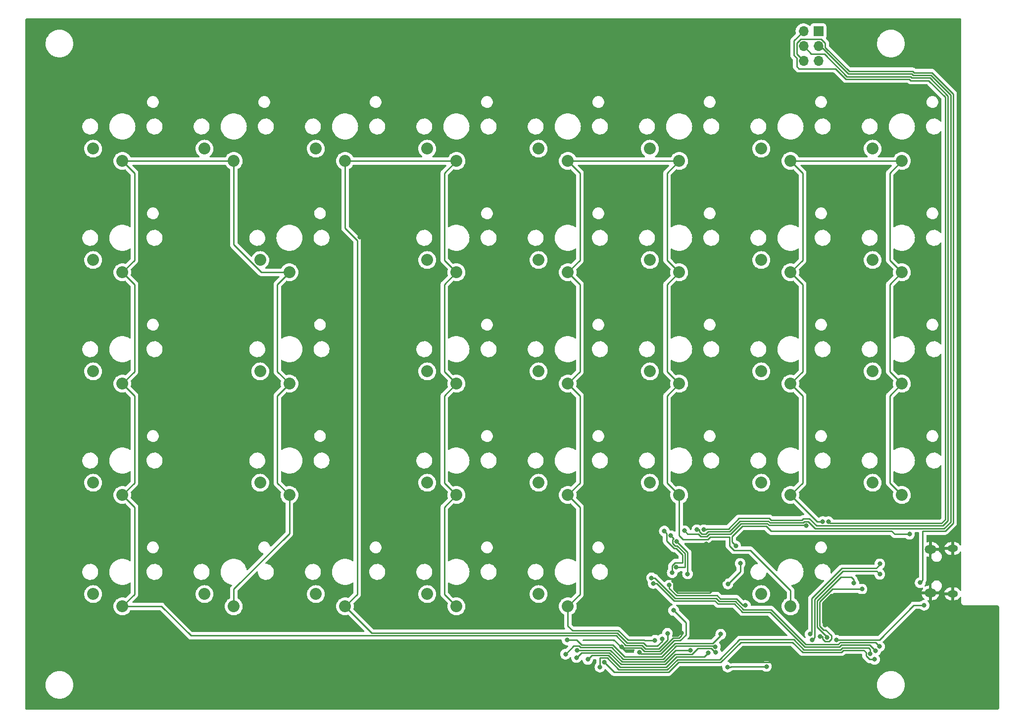
<source format=gtl>
%TF.GenerationSoftware,KiCad,Pcbnew,(6.0.10)*%
%TF.CreationDate,2023-02-02T18:01:59-08:00*%
%TF.ProjectId,netrazr_rev2-Left,6e657472-617a-4725-9f72-6576322d4c65,2*%
%TF.SameCoordinates,Original*%
%TF.FileFunction,Copper,L1,Top*%
%TF.FilePolarity,Positive*%
%FSLAX46Y46*%
G04 Gerber Fmt 4.6, Leading zero omitted, Abs format (unit mm)*
G04 Created by KiCad (PCBNEW (6.0.10)) date 2023-02-02 18:01:59*
%MOMM*%
%LPD*%
G01*
G04 APERTURE LIST*
%TA.AperFunction,ComponentPad*%
%ADD10C,2.032000*%
%TD*%
%TA.AperFunction,ComponentPad*%
%ADD11O,2.000000X1.450000*%
%TD*%
%TA.AperFunction,ComponentPad*%
%ADD12O,1.800000X1.150000*%
%TD*%
%TA.AperFunction,ComponentPad*%
%ADD13R,1.700000X1.700000*%
%TD*%
%TA.AperFunction,ComponentPad*%
%ADD14O,1.700000X1.700000*%
%TD*%
%TA.AperFunction,ViaPad*%
%ADD15C,0.800000*%
%TD*%
%TA.AperFunction,Conductor*%
%ADD16C,0.250000*%
%TD*%
G04 APERTURE END LIST*
D10*
X130145000Y-141500000D03*
X125145000Y-139400000D03*
X72995000Y-84350000D03*
X67995000Y-82250000D03*
X187295000Y-84350000D03*
X182295000Y-82250000D03*
X168245000Y-84350000D03*
X163245000Y-82250000D03*
X111095000Y-160550000D03*
X106095000Y-158450000D03*
X53945000Y-141500000D03*
X48945000Y-139400000D03*
X187295000Y-141500000D03*
X182295000Y-139400000D03*
X149195000Y-141500000D03*
X144195000Y-139400000D03*
X53945000Y-84350000D03*
X48945000Y-82250000D03*
X82520000Y-103400000D03*
X77520000Y-101300000D03*
X111095000Y-103400000D03*
X106095000Y-101300000D03*
X149195000Y-103400000D03*
X144195000Y-101300000D03*
X53945000Y-122450000D03*
X48945000Y-120350000D03*
X187295000Y-122450000D03*
X182295000Y-120350000D03*
X72995000Y-160550000D03*
X67995000Y-158450000D03*
X149195000Y-122450000D03*
X144195000Y-120350000D03*
X111095000Y-141500000D03*
X106095000Y-139400000D03*
X92045000Y-160550000D03*
X87045000Y-158450000D03*
X92045000Y-84350000D03*
X87045000Y-82250000D03*
X53945000Y-103400000D03*
X48945000Y-101300000D03*
X82520000Y-141500000D03*
X77520000Y-139400000D03*
X82520000Y-122450000D03*
X77520000Y-120350000D03*
X168245000Y-160550000D03*
X163245000Y-158450000D03*
X130145000Y-103400000D03*
X125145000Y-101300000D03*
X130145000Y-160550000D03*
X125145000Y-158450000D03*
X111095000Y-84350000D03*
X106095000Y-82250000D03*
X111095000Y-122450000D03*
X106095000Y-120350000D03*
X53945000Y-160550000D03*
X48945000Y-158450000D03*
X187295000Y-103400000D03*
X182295000Y-101300000D03*
X168245000Y-103400000D03*
X163245000Y-101300000D03*
X130145000Y-122450000D03*
X125145000Y-120350000D03*
X130145000Y-84350000D03*
X125145000Y-82250000D03*
X149195000Y-84350000D03*
X144195000Y-82250000D03*
X168245000Y-122450000D03*
X163245000Y-120350000D03*
X168245000Y-141500000D03*
X163245000Y-139400000D03*
D11*
X192176000Y-158248000D03*
D12*
X195976000Y-158398000D03*
D11*
X192176000Y-150798000D03*
D12*
X195976000Y-150648000D03*
D13*
X173010000Y-62170000D03*
D14*
X170470000Y-62170000D03*
X173010000Y-64710000D03*
X170470000Y-64710000D03*
X173010000Y-67250000D03*
X170470000Y-67250000D03*
D15*
X101697000Y-152618000D03*
X156697479Y-155993500D03*
X63597000Y-152872000D03*
X158032254Y-169917653D03*
X94585000Y-97373000D03*
X184404000Y-156972000D03*
X95601000Y-133441000D03*
X68042000Y-97500000D03*
X68296000Y-136870000D03*
X139319000Y-167505000D03*
X148236440Y-156247399D03*
X166213000Y-152491000D03*
X177400000Y-135000000D03*
X157353000Y-161671000D03*
X95982000Y-117185000D03*
X171323000Y-169418000D03*
X153797000Y-149860000D03*
X174117000Y-163775500D03*
X149605000Y-165130000D03*
X68423000Y-116677000D03*
X193611500Y-160845500D03*
X158877000Y-150204000D03*
X188595000Y-148209000D03*
X174485348Y-165826148D03*
X179070000Y-156591000D03*
X180467000Y-157607000D03*
X173309101Y-165674500D03*
X157528812Y-156718000D03*
X159639000Y-153191500D03*
X131755000Y-168029500D03*
X151084360Y-168030000D03*
X183515000Y-155067000D03*
X171962064Y-166253940D03*
X171614000Y-165317000D03*
X183515000Y-153289000D03*
X164121998Y-170837297D03*
X176086497Y-166329503D03*
X157480000Y-170942000D03*
X191105000Y-160365000D03*
X190412195Y-156497195D03*
X156305000Y-165317500D03*
X130021812Y-166296812D03*
X150630500Y-154992299D03*
X155379077Y-167447962D03*
X148784812Y-149472188D03*
X129755500Y-168730000D03*
X153405000Y-147439500D03*
X155457073Y-168444416D03*
X131630688Y-169305688D03*
X152235000Y-147439500D03*
X148687000Y-153888000D03*
X147768812Y-148456188D03*
X170909502Y-146739500D03*
X146655000Y-147665000D03*
X174754484Y-146045500D03*
X150100688Y-147614312D03*
X148002985Y-154779812D03*
X133555000Y-169630000D03*
X154178000Y-168514882D03*
X147193000Y-165155500D03*
X146291154Y-166142154D03*
X145062589Y-166346121D03*
X142367000Y-168402000D03*
X173755000Y-146039500D03*
X148241046Y-161245343D03*
X147505688Y-156929312D03*
X160528000Y-160375501D03*
X182800740Y-168170208D03*
X144768677Y-156632252D03*
X135639203Y-170939204D03*
X181864000Y-168704500D03*
X144465000Y-155680000D03*
X183471826Y-167429500D03*
X136363703Y-170104000D03*
X182617059Y-169619708D03*
D16*
X143221305Y-168231000D02*
X145863302Y-168231000D01*
X175137188Y-158496000D02*
X182601896Y-158496000D01*
X154429979Y-158261000D02*
X156697479Y-155993500D01*
X173689000Y-159944188D02*
X175137188Y-158496000D01*
X171323000Y-169418000D02*
X170636500Y-170104500D01*
X139319000Y-167505000D02*
X139491000Y-167677000D01*
X148908792Y-158261000D02*
X152102348Y-158261000D01*
X184404000Y-156972000D02*
X185680000Y-158248000D01*
X158219101Y-170104500D02*
X158032254Y-169917653D01*
X170636500Y-170104500D02*
X158219101Y-170104500D01*
X148236440Y-156247399D02*
X148236440Y-157588648D01*
X145863302Y-168231000D02*
X148139802Y-165954500D01*
X152102348Y-158261000D02*
X154429979Y-158261000D01*
X174117000Y-163775500D02*
X173689000Y-163347500D01*
X142667305Y-167677000D02*
X143221305Y-168231000D01*
X148236440Y-157588648D02*
X148908792Y-158261000D01*
X149169409Y-165954500D02*
X149605000Y-165518909D01*
X149605000Y-165518909D02*
X149605000Y-165130000D01*
X148139802Y-165954500D02*
X149169409Y-165954500D01*
X173689000Y-163347500D02*
X173689000Y-159944188D01*
X139491000Y-167677000D02*
X142667305Y-167677000D01*
X185680000Y-158248000D02*
X188982000Y-158248000D01*
X182601896Y-158496000D02*
X182849896Y-158248000D01*
X182849896Y-158248000D02*
X188982000Y-158248000D01*
X188982000Y-158248000D02*
X192176000Y-158248000D01*
X164905000Y-147670000D02*
X164065000Y-146830000D01*
X185516000Y-147670000D02*
X164905000Y-147670000D01*
X188595000Y-148209000D02*
X186055000Y-148209000D01*
X186055000Y-148209000D02*
X185516000Y-147670000D01*
X159975000Y-146830000D02*
X158242000Y-148563000D01*
X158242000Y-149569000D02*
X158877000Y-150204000D01*
X158242000Y-148563000D02*
X158242000Y-149569000D01*
X164065000Y-146830000D02*
X159975000Y-146830000D01*
X174485348Y-165805549D02*
X172789000Y-164109201D01*
X176843396Y-155517000D02*
X178631000Y-155517000D01*
X172789000Y-164109201D02*
X172789000Y-159571396D01*
X174485348Y-165826148D02*
X174485348Y-165805549D01*
X179070000Y-155956000D02*
X179070000Y-156591000D01*
X172789000Y-159571396D02*
X176843396Y-155517000D01*
X178631000Y-155517000D02*
X179070000Y-155956000D01*
X173239000Y-163922805D02*
X173239000Y-159757792D01*
X173717903Y-165674500D02*
X173760348Y-165716945D01*
X173882692Y-164566497D02*
X173239000Y-163922805D01*
X175210348Y-165525843D02*
X174251002Y-164566497D01*
X173239000Y-159757792D02*
X175389792Y-157607000D01*
X173309101Y-165674500D02*
X173717903Y-165674500D01*
X173760348Y-166126453D02*
X174185043Y-166551148D01*
X174785653Y-166551148D02*
X175210348Y-166126453D01*
X174251002Y-164566497D02*
X173882692Y-164566497D01*
X174185043Y-166551148D02*
X174785653Y-166551148D01*
X173760348Y-165716945D02*
X173760348Y-166126453D01*
X175389792Y-157607000D02*
X180467000Y-157607000D01*
X175210348Y-166126453D02*
X175210348Y-165525843D01*
X157528812Y-156718000D02*
X159639000Y-154607812D01*
X159639000Y-154607812D02*
X159639000Y-153191500D01*
X137444089Y-168029500D02*
X139445589Y-170031000D01*
X148609886Y-168030000D02*
X151084360Y-168030000D01*
X131755000Y-168029500D02*
X137444089Y-168029500D01*
X139445589Y-170031000D02*
X146608886Y-170031000D01*
X146608886Y-170031000D02*
X148609886Y-168030000D01*
X172339000Y-159385000D02*
X172339000Y-165877004D01*
X183515000Y-155067000D02*
X182944198Y-154496198D01*
X182939396Y-154501000D02*
X177223000Y-154501000D01*
X172339000Y-165877004D02*
X171962064Y-166253940D01*
X177223000Y-154501000D02*
X172339000Y-159385000D01*
X182944198Y-154496198D02*
X182939396Y-154501000D01*
X171889000Y-159198604D02*
X171889000Y-165042000D01*
X182880000Y-154051000D02*
X177036604Y-154051000D01*
X183515000Y-153289000D02*
X183515000Y-153416000D01*
X183515000Y-153416000D02*
X182880000Y-154051000D01*
X171889000Y-165042000D02*
X171614000Y-165317000D01*
X177036604Y-154051000D02*
X171889000Y-159198604D01*
X157988000Y-170942000D02*
X157480000Y-170942000D01*
X174185000Y-64223299D02*
X173496701Y-63535000D01*
X176161000Y-166255000D02*
X183429104Y-166255000D01*
X189372792Y-69240604D02*
X189140188Y-69008000D01*
X190851000Y-156058390D02*
X190851000Y-147670000D01*
X189319104Y-160365000D02*
X191105000Y-160365000D01*
X158092703Y-170837297D02*
X157988000Y-170942000D01*
X190851000Y-147670000D02*
X194689695Y-147670000D01*
X164121998Y-170837297D02*
X158092703Y-170837297D01*
X190412195Y-156497195D02*
X190851000Y-156058390D01*
X192440604Y-69240604D02*
X189372792Y-69240604D01*
X176086497Y-166329503D02*
X176161000Y-166255000D01*
X174185000Y-64912208D02*
X174185000Y-64223299D01*
X189140188Y-69008000D02*
X178280792Y-69008000D01*
X169295000Y-64223299D02*
X169295000Y-66075000D01*
X196070901Y-72870901D02*
X192440604Y-69240604D01*
X173496701Y-63535000D02*
X169983299Y-63535000D01*
X196070901Y-146288794D02*
X196070901Y-72870901D01*
X169983299Y-63535000D02*
X169295000Y-64223299D01*
X194689695Y-147670000D02*
X196070901Y-146288794D01*
X183429104Y-166255000D02*
X189319104Y-160365000D01*
X178280792Y-69008000D02*
X174185000Y-64912208D01*
X169295000Y-66075000D02*
X170470000Y-67250000D01*
X148512594Y-166854500D02*
X146236094Y-169131000D01*
X156305000Y-165513000D02*
X154963500Y-166854500D01*
X132516701Y-167129500D02*
X131684013Y-166296812D01*
X139818381Y-169131000D02*
X137816881Y-167129500D01*
X154963500Y-166854500D02*
X148512594Y-166854500D01*
X137816881Y-167129500D02*
X132516701Y-167129500D01*
X156305000Y-165317500D02*
X156305000Y-165513000D01*
X146236094Y-169131000D02*
X139818381Y-169131000D01*
X131684013Y-166296812D02*
X130021812Y-166296812D01*
X131181000Y-167304500D02*
X129755500Y-168730000D01*
X148784812Y-149472188D02*
X150630500Y-151317876D01*
X139631985Y-169581000D02*
X137630485Y-167579500D01*
X155235615Y-167304500D02*
X148698990Y-167304500D01*
X188767396Y-69908000D02*
X177908000Y-69908000D01*
X153793909Y-147439500D02*
X153943604Y-147289805D01*
X132330305Y-167579500D02*
X132055305Y-167304500D01*
X153943604Y-147289805D02*
X157606007Y-147289805D01*
X189000000Y-70140604D02*
X188767396Y-69908000D01*
X148698990Y-167304500D02*
X146422490Y-169581000D01*
X172675000Y-146770000D02*
X194265000Y-146770000D01*
X153405000Y-147439500D02*
X153793909Y-147439500D01*
X137630485Y-167579500D02*
X132330305Y-167579500D01*
X171469500Y-145564500D02*
X172675000Y-146770000D01*
X194265000Y-146770000D02*
X195170901Y-145864099D01*
X171800000Y-66040000D02*
X170470000Y-64710000D01*
X159415812Y-145480000D02*
X164624188Y-145480000D01*
X195170901Y-145864099D02*
X195170901Y-73243693D01*
X164934188Y-145790000D02*
X170197301Y-145790000D01*
X132055305Y-167304500D02*
X131181000Y-167304500D01*
X164624188Y-145480000D02*
X164934188Y-145790000D01*
X155379077Y-167447962D02*
X155235615Y-167304500D01*
X192067812Y-70140604D02*
X189000000Y-70140604D01*
X170197301Y-145790000D02*
X170422801Y-145564500D01*
X146422490Y-169581000D02*
X139631985Y-169581000D01*
X174040000Y-66040000D02*
X171800000Y-66040000D01*
X177908000Y-69908000D02*
X174040000Y-66040000D01*
X157606007Y-147289805D02*
X159415812Y-145480000D01*
X150630500Y-151317876D02*
X150630500Y-154992299D01*
X170422801Y-145564500D02*
X171469500Y-145564500D01*
X195170901Y-73243693D02*
X192067812Y-70140604D01*
X195620901Y-146102398D02*
X195620901Y-73057297D01*
X157792403Y-147739805D02*
X159602208Y-145930000D01*
X170383697Y-146240000D02*
X170609197Y-146014500D01*
X194503299Y-147220000D02*
X195620901Y-146102398D01*
X170609197Y-146014500D02*
X171283104Y-146014500D01*
X173346396Y-64710000D02*
X173010000Y-64710000D01*
X189186396Y-69690604D02*
X188953792Y-69458000D01*
X164437792Y-145930000D02*
X164747792Y-146240000D01*
X148521282Y-168755000D02*
X146795282Y-170481000D01*
X155185619Y-168172962D02*
X155078772Y-168172962D01*
X148873416Y-150197188D02*
X150180500Y-151504272D01*
X152680000Y-147439500D02*
X152680000Y-147739805D01*
X154660310Y-167754500D02*
X152385165Y-167754500D01*
X153104695Y-148164500D02*
X153705305Y-148164500D01*
X154130000Y-147739805D02*
X157792403Y-147739805D01*
X132456876Y-168479500D02*
X131630688Y-169305688D01*
X153705305Y-148164500D02*
X154130000Y-147739805D01*
X152680000Y-147739805D02*
X153104695Y-148164500D01*
X150180500Y-151504272D02*
X150180500Y-153888000D01*
X152385165Y-167754500D02*
X151384665Y-168755000D01*
X178094396Y-69458000D02*
X173346396Y-64710000D01*
X148059812Y-149171883D02*
X148059812Y-149772493D01*
X159602208Y-145930000D02*
X164437792Y-145930000D01*
X172488604Y-147220000D02*
X194503299Y-147220000D01*
X155078772Y-168172962D02*
X154660310Y-167754500D01*
X148059812Y-149772493D02*
X148484507Y-150197188D01*
X137257693Y-168479500D02*
X132456876Y-168479500D01*
X171283104Y-146014500D02*
X172488604Y-147220000D01*
X148484507Y-150197188D02*
X148873416Y-150197188D01*
X150180500Y-153888000D02*
X148687000Y-153888000D01*
X195620901Y-73057297D02*
X192254208Y-69690604D01*
X146795282Y-170481000D02*
X139259193Y-170481000D01*
X152235000Y-147439500D02*
X152680000Y-147439500D01*
X192254208Y-69690604D02*
X189186396Y-69690604D01*
X147768812Y-148456188D02*
X148272160Y-148959536D01*
X155457073Y-168444416D02*
X155185619Y-168172962D01*
X148272160Y-148959536D02*
X148059812Y-149171883D01*
X164747792Y-146240000D02*
X170383697Y-146240000D01*
X188953792Y-69458000D02*
X178094396Y-69458000D01*
X151384665Y-168755000D02*
X148521282Y-168755000D01*
X139259193Y-170481000D02*
X137257693Y-168479500D01*
X152468299Y-148164500D02*
X152918299Y-148614500D01*
X137071297Y-168929500D02*
X134255500Y-168929500D01*
X169672000Y-68580000D02*
X169295000Y-68203000D01*
X168845000Y-63795000D02*
X170470000Y-62170000D01*
X149730500Y-151690668D02*
X149730500Y-153052297D01*
X147094848Y-148104848D02*
X147043812Y-148155883D01*
X188813604Y-70590604D02*
X188581000Y-70358000D01*
X150650876Y-148164500D02*
X152468299Y-148164500D01*
X146981678Y-170931000D02*
X139072797Y-170931000D01*
X134255500Y-168929500D02*
X133555000Y-169630000D01*
X153891701Y-148614500D02*
X154316396Y-148189805D01*
X148708178Y-169204500D02*
X146981678Y-170931000D01*
X152918299Y-148614500D02*
X153891701Y-148614500D01*
X157978799Y-148189805D02*
X159788604Y-146380000D01*
X147043812Y-148155883D02*
X147043812Y-149392889D01*
X191881416Y-70590604D02*
X188813604Y-70590604D01*
X147962000Y-153587695D02*
X147962000Y-154738827D01*
X159788604Y-146380000D02*
X164251396Y-146380000D01*
X194078604Y-146320000D02*
X194720901Y-145677703D01*
X148497398Y-153052297D02*
X147962000Y-153587695D01*
X169295000Y-66711396D02*
X168845000Y-66261396D01*
X169295000Y-68203000D02*
X169295000Y-66711396D01*
X150100688Y-147614312D02*
X150650876Y-148164500D01*
X175028984Y-146320000D02*
X194078604Y-146320000D01*
X194720901Y-73430089D02*
X191881416Y-70590604D01*
X188581000Y-70358000D02*
X177721604Y-70358000D01*
X148687020Y-150647188D02*
X149730500Y-151690668D01*
X154178000Y-168514882D02*
X153488382Y-169204500D01*
X175943604Y-68580000D02*
X169672000Y-68580000D01*
X194720901Y-145677703D02*
X194720901Y-73430089D01*
X149730500Y-153052297D02*
X148497398Y-153052297D01*
X153488382Y-169204500D02*
X148708178Y-169204500D01*
X147043812Y-149392889D02*
X148298111Y-150647188D01*
X170860002Y-146690000D02*
X170909502Y-146739500D01*
X177721604Y-70358000D02*
X175943604Y-68580000D01*
X164251396Y-146380000D02*
X164561396Y-146690000D01*
X164561396Y-146690000D02*
X170860002Y-146690000D01*
X148298111Y-150647188D02*
X148687020Y-150647188D01*
X154316396Y-148189805D02*
X157978799Y-148189805D01*
X147962000Y-154738827D02*
X148002985Y-154779812D01*
X139072797Y-170931000D02*
X137071297Y-168929500D01*
X146655000Y-147665000D02*
X147094848Y-148104848D01*
X168845000Y-66261396D02*
X168845000Y-63795000D01*
X174754484Y-146045500D02*
X175028984Y-146320000D01*
X56034501Y-86439501D02*
X53945000Y-84350000D01*
X82520000Y-148080001D02*
X72995000Y-157605001D01*
X80430499Y-139410499D02*
X82520000Y-141500000D01*
X82520000Y-141500000D02*
X82520000Y-148080001D01*
X56034501Y-120360499D02*
X56034501Y-105489501D01*
X53945000Y-160550000D02*
X56034501Y-158460499D01*
X53945000Y-84350000D02*
X72995000Y-84350000D01*
X60640000Y-160550000D02*
X53945000Y-160550000D01*
X80430499Y-124539501D02*
X80430499Y-139410499D01*
X72995000Y-98671461D02*
X77723539Y-103400000D01*
X56034501Y-143589501D02*
X53945000Y-141500000D01*
X143407701Y-167781000D02*
X142853701Y-167227000D01*
X72995000Y-84350000D02*
X72995000Y-98671461D01*
X145676906Y-167781000D02*
X143407701Y-167781000D01*
X65661812Y-165571812D02*
X60640000Y-160550000D01*
X53945000Y-141500000D02*
X56034501Y-139410499D01*
X147193000Y-165155500D02*
X147193000Y-166264906D01*
X142853701Y-167227000D02*
X140066305Y-167227000D01*
X53945000Y-122450000D02*
X56034501Y-120360499D01*
X56034501Y-105489501D02*
X53945000Y-103400000D01*
X82520000Y-122450000D02*
X80430499Y-124539501D01*
X80430499Y-105489501D02*
X80430499Y-120360499D01*
X138411117Y-165571812D02*
X65661812Y-165571812D01*
X56034501Y-124539501D02*
X53945000Y-122450000D01*
X82520000Y-103400000D02*
X80430499Y-105489501D01*
X56034501Y-101310499D02*
X56034501Y-86439501D01*
X77723539Y-103400000D02*
X82520000Y-103400000D01*
X56034501Y-139410499D02*
X56034501Y-124539501D01*
X56034501Y-158460499D02*
X56034501Y-143589501D01*
X53945000Y-103400000D02*
X56034501Y-101310499D01*
X72995000Y-157605001D02*
X72995000Y-160550000D01*
X140066305Y-167227000D02*
X138411117Y-165571812D01*
X147193000Y-166264906D02*
X145676906Y-167781000D01*
X80430499Y-120360499D02*
X82520000Y-122450000D01*
X145490510Y-167331000D02*
X143594097Y-167331000D01*
X96616812Y-165121812D02*
X92045000Y-160550000D01*
X111095000Y-122450000D02*
X109005499Y-124539501D01*
X109005499Y-101310499D02*
X111095000Y-103400000D01*
X111095000Y-84350000D02*
X109005499Y-86439501D01*
X92045000Y-95858305D02*
X92045000Y-84350000D01*
X94134501Y-97947806D02*
X92045000Y-95858305D01*
X109005499Y-124539501D02*
X109005499Y-139410499D01*
X109005499Y-158460499D02*
X111095000Y-160550000D01*
X109005499Y-139410499D02*
X111095000Y-141500000D01*
X146291154Y-166530356D02*
X145490510Y-167331000D01*
X94134501Y-158460499D02*
X94134501Y-97947806D01*
X109005499Y-86439501D02*
X109005499Y-101310499D01*
X109005499Y-120360499D02*
X111095000Y-122450000D01*
X138597513Y-165121812D02*
X96616812Y-165121812D01*
X111095000Y-141500000D02*
X109005499Y-143589501D01*
X143040097Y-166777000D02*
X140252701Y-166777000D01*
X92045000Y-84350000D02*
X111095000Y-84350000D01*
X109005499Y-143589501D02*
X109005499Y-158460499D01*
X146291154Y-166142154D02*
X146291154Y-166530356D01*
X140252701Y-166777000D02*
X138597513Y-165121812D01*
X143594097Y-167331000D02*
X143040097Y-166777000D01*
X92045000Y-160550000D02*
X94134501Y-158460499D01*
X109005499Y-105489501D02*
X109005499Y-120360499D01*
X111095000Y-103400000D02*
X109005499Y-105489501D01*
X147105499Y-105489501D02*
X147105499Y-120360499D01*
X132234501Y-158460499D02*
X132234501Y-143589501D01*
X130145000Y-160550000D02*
X132234501Y-158460499D01*
X140439097Y-166327000D02*
X138783909Y-164671812D01*
X149195000Y-103400000D02*
X147105499Y-105489501D01*
X149826500Y-149064500D02*
X154078097Y-149064500D01*
X149195000Y-141500000D02*
X149195000Y-148433000D01*
X149195000Y-84350000D02*
X147105499Y-86439501D01*
X143226493Y-166327000D02*
X140439097Y-166327000D01*
X130145000Y-122450000D02*
X132234501Y-120360499D01*
X130937000Y-164671812D02*
X130145000Y-163879812D01*
X154502792Y-148639805D02*
X157792000Y-148639805D01*
X132234501Y-120360499D02*
X132234501Y-105489501D01*
X130145000Y-163879812D02*
X130145000Y-160550000D01*
X132234501Y-86439501D02*
X130145000Y-84350000D01*
X145062589Y-166346121D02*
X143245614Y-166346121D01*
X147105499Y-124539501D02*
X147105499Y-139410499D01*
X143245614Y-166346121D02*
X143226493Y-166327000D01*
X132234501Y-143589501D02*
X130145000Y-141500000D01*
X130145000Y-103400000D02*
X132234501Y-101310499D01*
X158548500Y-150928500D02*
X161342500Y-150928500D01*
X157792000Y-150172000D02*
X158548500Y-150928500D01*
X130145000Y-141500000D02*
X132234501Y-139410499D01*
X149195000Y-148433000D02*
X149826500Y-149064500D01*
X147105499Y-120360499D02*
X149195000Y-122450000D01*
X157792000Y-148639805D02*
X157792000Y-150172000D01*
X138783909Y-164671812D02*
X130937000Y-164671812D01*
X154078097Y-149064500D02*
X154502792Y-148639805D01*
X147105499Y-86439501D02*
X147105499Y-101310499D01*
X147105499Y-139410499D02*
X149195000Y-141500000D01*
X161342500Y-150928500D02*
X168245000Y-157831000D01*
X149195000Y-122450000D02*
X147105499Y-124539501D01*
X132234501Y-105489501D02*
X130145000Y-103400000D01*
X147105499Y-101310499D02*
X149195000Y-103400000D01*
X130145000Y-84350000D02*
X149195000Y-84350000D01*
X132234501Y-139410499D02*
X132234501Y-124539501D01*
X132234501Y-124539501D02*
X130145000Y-122450000D01*
X132234501Y-101310499D02*
X132234501Y-86439501D01*
X168245000Y-157831000D02*
X168245000Y-160550000D01*
X148722396Y-158711000D02*
X147505688Y-157494292D01*
X142367000Y-168402000D02*
X142646000Y-168681000D01*
X187295000Y-122450000D02*
X185205499Y-124539501D01*
X173755000Y-146039500D02*
X172784500Y-146039500D01*
X168245000Y-122450000D02*
X170334501Y-120360499D01*
X146049698Y-168681000D02*
X148326198Y-166404500D01*
X156214864Y-159250501D02*
X155675363Y-158711000D01*
X160528000Y-160375501D02*
X160125689Y-160375501D01*
X170334501Y-86439501D02*
X168245000Y-84350000D01*
X170334501Y-120360499D02*
X170334501Y-105489501D01*
X168245000Y-141500000D02*
X170334501Y-139410499D01*
X172784500Y-146039500D02*
X168245000Y-141500000D01*
X142646000Y-168681000D02*
X146049698Y-168681000D01*
X185205499Y-105489501D02*
X185205499Y-120360499D01*
X150330000Y-165430305D02*
X150330000Y-163334297D01*
X155675363Y-158711000D02*
X148722396Y-158711000D01*
X185205499Y-86439501D02*
X185205499Y-101310499D01*
X149355805Y-166404500D02*
X150330000Y-165430305D01*
X187295000Y-103400000D02*
X185205499Y-105489501D01*
X185205499Y-139410499D02*
X187295000Y-141500000D01*
X170334501Y-124539501D02*
X168245000Y-122450000D01*
X187295000Y-84350000D02*
X185205499Y-86439501D01*
X185205499Y-124539501D02*
X185205499Y-139410499D01*
X160125689Y-160375501D02*
X159000689Y-159250501D01*
X185205499Y-120360499D02*
X187295000Y-122450000D01*
X150330000Y-163334297D02*
X148241046Y-161245343D01*
X170334501Y-139410499D02*
X170334501Y-124539501D01*
X170334501Y-105489501D02*
X168245000Y-103400000D01*
X185205499Y-101310499D02*
X187295000Y-103400000D01*
X168245000Y-84350000D02*
X187295000Y-84350000D01*
X147505688Y-157494292D02*
X147505688Y-156929312D01*
X159000689Y-159250501D02*
X156214864Y-159250501D01*
X148326198Y-166404500D02*
X149355805Y-166404500D01*
X170334501Y-101310499D02*
X170334501Y-86439501D01*
X168245000Y-103400000D02*
X170334501Y-101310499D01*
X160027397Y-161550001D02*
X164725051Y-161550001D01*
X176922701Y-167155000D02*
X181785532Y-167155000D01*
X155302571Y-159611000D02*
X155842072Y-160150501D01*
X144768677Y-156632252D02*
X145370856Y-156632252D01*
X155842072Y-160150501D02*
X158627897Y-160150501D01*
X170679553Y-167504503D02*
X176573198Y-167504503D01*
X145370856Y-156632252D02*
X148349604Y-159611000D01*
X158627897Y-160150501D02*
X160027397Y-161550001D01*
X148349604Y-159611000D02*
X155302571Y-159611000D01*
X164725051Y-161550001D02*
X170679553Y-167504503D01*
X176573198Y-167504503D02*
X176922701Y-167155000D01*
X181785532Y-167155000D02*
X182800740Y-168170208D01*
X181864000Y-167869864D02*
X181599136Y-167605000D01*
X135639203Y-169379500D02*
X135639203Y-170939204D01*
X156116035Y-169654500D02*
X148894574Y-169654500D01*
X181599136Y-167605000D02*
X177109097Y-167605000D01*
X147168074Y-171381000D02*
X138886401Y-171381000D01*
X168778654Y-166240000D02*
X159530535Y-166240000D01*
X136884901Y-169379500D02*
X135639203Y-169379500D01*
X176759594Y-167954503D02*
X170493157Y-167954503D01*
X170493157Y-167954503D02*
X168778654Y-166240000D01*
X181864000Y-168704500D02*
X181864000Y-167869864D01*
X159530535Y-166240000D02*
X156116035Y-169654500D01*
X177109097Y-167605000D02*
X176759594Y-167954503D01*
X148894574Y-169654500D02*
X147168074Y-171381000D01*
X138886401Y-171381000D02*
X136884901Y-169379500D01*
X176386802Y-167054503D02*
X176736305Y-166705000D01*
X148536000Y-159161000D02*
X155488967Y-159161000D01*
X170865949Y-167054503D02*
X176386802Y-167054503D01*
X182747326Y-166705000D02*
X183471826Y-167429500D01*
X156028468Y-159700501D02*
X158814293Y-159700501D01*
X176736305Y-166705000D02*
X182747326Y-166705000D01*
X160213793Y-161100001D02*
X164911447Y-161100001D01*
X145055000Y-155680000D02*
X148536000Y-159161000D01*
X155488967Y-159161000D02*
X156028468Y-159700501D01*
X158814293Y-159700501D02*
X160213793Y-161100001D01*
X144465000Y-155680000D02*
X145055000Y-155680000D01*
X164911447Y-161100001D02*
X170865949Y-167054503D01*
X181753903Y-169619708D02*
X182617059Y-169619708D01*
X176945990Y-168404503D02*
X177295493Y-168055000D01*
X177295493Y-168055000D02*
X180755000Y-168055000D01*
X170306761Y-168404503D02*
X176945990Y-168404503D01*
X136363703Y-170104000D02*
X138090703Y-171831000D01*
X168592258Y-166690000D02*
X170306761Y-168404503D01*
X147354470Y-171831000D02*
X149080970Y-170104500D01*
X181139000Y-169004805D02*
X181753903Y-169619708D01*
X156302431Y-170104500D02*
X159716931Y-166690000D01*
X138090703Y-171831000D02*
X147354470Y-171831000D01*
X181139000Y-168439000D02*
X181139000Y-169004805D01*
X159716931Y-166690000D02*
X168592258Y-166690000D01*
X180755000Y-168055000D02*
X181139000Y-168439000D01*
X149080970Y-170104500D02*
X156302431Y-170104500D01*
%TA.AperFunction,Conductor*%
G36*
X185769846Y-80074124D02*
G01*
X185998045Y-80261568D01*
X186249029Y-80417185D01*
X186518390Y-80538241D01*
X186801395Y-80622608D01*
X186805515Y-80623261D01*
X186805517Y-80623261D01*
X187089592Y-80668255D01*
X187089598Y-80668256D01*
X187093073Y-80668806D01*
X187117632Y-80669921D01*
X187184017Y-80672936D01*
X187184038Y-80672936D01*
X187185437Y-80673000D01*
X187369901Y-80673000D01*
X187589664Y-80658403D01*
X187593763Y-80657577D01*
X187593767Y-80657576D01*
X187767190Y-80622608D01*
X187879151Y-80600033D01*
X188158375Y-80503888D01*
X188328089Y-80418902D01*
X188418695Y-80373530D01*
X188418697Y-80373529D01*
X188422431Y-80371659D01*
X188666678Y-80205668D01*
X188886827Y-80008832D01*
X188894397Y-80000000D01*
X194087401Y-80000000D01*
X194087401Y-96577711D01*
X194067399Y-96645832D01*
X194013743Y-96692325D01*
X193943469Y-96702429D01*
X193878889Y-96672935D01*
X193866235Y-96660291D01*
X193853689Y-96645832D01*
X193746153Y-96521908D01*
X193704018Y-96487360D01*
X193571885Y-96379016D01*
X193571879Y-96379012D01*
X193567757Y-96375632D01*
X193367265Y-96261506D01*
X193362249Y-96259685D01*
X193362244Y-96259683D01*
X193155425Y-96184611D01*
X193155421Y-96184610D01*
X193150410Y-96182791D01*
X193145161Y-96181842D01*
X193145158Y-96181841D01*
X192927477Y-96142478D01*
X192927470Y-96142477D01*
X192923393Y-96141740D01*
X192905656Y-96140904D01*
X192900708Y-96140670D01*
X192900701Y-96140670D01*
X192899220Y-96140600D01*
X192737075Y-96140600D01*
X192670119Y-96146281D01*
X192570438Y-96154739D01*
X192570434Y-96154740D01*
X192565127Y-96155190D01*
X192559972Y-96156528D01*
X192559966Y-96156529D01*
X192346997Y-96211805D01*
X192346993Y-96211806D01*
X192341828Y-96213147D01*
X192336962Y-96215339D01*
X192336959Y-96215340D01*
X192238521Y-96259683D01*
X192131485Y-96307899D01*
X192127065Y-96310875D01*
X192127061Y-96310877D01*
X192089350Y-96336266D01*
X191940115Y-96436738D01*
X191773188Y-96595978D01*
X191770000Y-96600263D01*
X191715931Y-96672935D01*
X191635479Y-96781066D01*
X191633064Y-96785816D01*
X191578377Y-96893378D01*
X191530923Y-96986712D01*
X191504577Y-97071560D01*
X191464095Y-97201930D01*
X191464094Y-97201936D01*
X191462511Y-97207033D01*
X191432200Y-97435732D01*
X191432400Y-97441062D01*
X191432400Y-97441063D01*
X191436527Y-97551000D01*
X191440854Y-97666268D01*
X191488228Y-97892050D01*
X191490186Y-97897009D01*
X191490187Y-97897011D01*
X191530597Y-97999336D01*
X191572967Y-98106622D01*
X191692647Y-98303849D01*
X191696144Y-98307879D01*
X191782768Y-98407704D01*
X191843847Y-98478092D01*
X191847978Y-98481479D01*
X192018115Y-98620984D01*
X192018121Y-98620988D01*
X192022243Y-98624368D01*
X192222735Y-98738494D01*
X192227751Y-98740315D01*
X192227756Y-98740317D01*
X192434575Y-98815389D01*
X192434579Y-98815390D01*
X192439590Y-98817209D01*
X192444839Y-98818158D01*
X192444842Y-98818159D01*
X192662523Y-98857522D01*
X192662530Y-98857523D01*
X192666607Y-98858260D01*
X192684344Y-98859096D01*
X192689292Y-98859330D01*
X192689299Y-98859330D01*
X192690780Y-98859400D01*
X192852925Y-98859400D01*
X192919881Y-98853719D01*
X193019562Y-98845261D01*
X193019566Y-98845260D01*
X193024873Y-98844810D01*
X193030028Y-98843472D01*
X193030034Y-98843471D01*
X193243003Y-98788195D01*
X193243007Y-98788194D01*
X193248172Y-98786853D01*
X193253038Y-98784661D01*
X193253041Y-98784660D01*
X193453649Y-98694293D01*
X193458515Y-98692101D01*
X193462935Y-98689125D01*
X193462939Y-98689123D01*
X193609503Y-98590449D01*
X193649885Y-98563262D01*
X193816812Y-98404022D01*
X193860313Y-98345554D01*
X193917022Y-98302842D01*
X193987823Y-98297569D01*
X194050235Y-98331412D01*
X194084442Y-98393624D01*
X194087401Y-98420768D01*
X194087401Y-115627711D01*
X194067399Y-115695832D01*
X194013743Y-115742325D01*
X193943469Y-115752429D01*
X193878889Y-115722935D01*
X193866235Y-115710291D01*
X193853689Y-115695832D01*
X193746153Y-115571908D01*
X193704018Y-115537360D01*
X193571885Y-115429016D01*
X193571879Y-115429012D01*
X193567757Y-115425632D01*
X193367265Y-115311506D01*
X193362249Y-115309685D01*
X193362244Y-115309683D01*
X193155425Y-115234611D01*
X193155421Y-115234610D01*
X193150410Y-115232791D01*
X193145161Y-115231842D01*
X193145158Y-115231841D01*
X192927477Y-115192478D01*
X192927470Y-115192477D01*
X192923393Y-115191740D01*
X192905656Y-115190904D01*
X192900708Y-115190670D01*
X192900701Y-115190670D01*
X192899220Y-115190600D01*
X192737075Y-115190600D01*
X192670119Y-115196281D01*
X192570438Y-115204739D01*
X192570434Y-115204740D01*
X192565127Y-115205190D01*
X192559972Y-115206528D01*
X192559966Y-115206529D01*
X192346997Y-115261805D01*
X192346993Y-115261806D01*
X192341828Y-115263147D01*
X192336962Y-115265339D01*
X192336959Y-115265340D01*
X192238521Y-115309683D01*
X192131485Y-115357899D01*
X192127065Y-115360875D01*
X192127061Y-115360877D01*
X192089350Y-115386266D01*
X191940115Y-115486738D01*
X191773188Y-115645978D01*
X191770000Y-115650263D01*
X191715931Y-115722935D01*
X191635479Y-115831066D01*
X191633064Y-115835816D01*
X191578377Y-115943378D01*
X191530923Y-116036712D01*
X191504577Y-116121560D01*
X191464095Y-116251930D01*
X191464094Y-116251936D01*
X191462511Y-116257033D01*
X191432200Y-116485732D01*
X191432400Y-116491062D01*
X191432400Y-116491063D01*
X191436527Y-116601000D01*
X191440854Y-116716268D01*
X191488228Y-116942050D01*
X191490186Y-116947009D01*
X191490187Y-116947011D01*
X191530598Y-117049336D01*
X191572967Y-117156622D01*
X191692647Y-117353849D01*
X191696144Y-117357879D01*
X191782768Y-117457704D01*
X191843847Y-117528092D01*
X191847978Y-117531479D01*
X192018115Y-117670984D01*
X192018121Y-117670988D01*
X192022243Y-117674368D01*
X192222735Y-117788494D01*
X192227751Y-117790315D01*
X192227756Y-117790317D01*
X192434575Y-117865389D01*
X192434579Y-117865390D01*
X192439590Y-117867209D01*
X192444839Y-117868158D01*
X192444842Y-117868159D01*
X192662523Y-117907522D01*
X192662530Y-117907523D01*
X192666607Y-117908260D01*
X192684344Y-117909096D01*
X192689292Y-117909330D01*
X192689299Y-117909330D01*
X192690780Y-117909400D01*
X192852925Y-117909400D01*
X192919881Y-117903719D01*
X193019562Y-117895261D01*
X193019566Y-117895260D01*
X193024873Y-117894810D01*
X193030028Y-117893472D01*
X193030034Y-117893471D01*
X193243003Y-117838195D01*
X193243007Y-117838194D01*
X193248172Y-117836853D01*
X193253038Y-117834661D01*
X193253041Y-117834660D01*
X193453649Y-117744293D01*
X193458515Y-117742101D01*
X193462935Y-117739125D01*
X193462939Y-117739123D01*
X193609503Y-117640449D01*
X193649885Y-117613262D01*
X193816812Y-117454022D01*
X193860313Y-117395554D01*
X193917022Y-117352842D01*
X193987823Y-117347569D01*
X194050235Y-117381412D01*
X194084442Y-117443624D01*
X194087401Y-117470768D01*
X194087401Y-134677711D01*
X194067399Y-134745832D01*
X194013743Y-134792325D01*
X193943469Y-134802429D01*
X193878889Y-134772935D01*
X193866235Y-134760291D01*
X193853689Y-134745832D01*
X193746153Y-134621908D01*
X193704018Y-134587360D01*
X193571885Y-134479016D01*
X193571879Y-134479012D01*
X193567757Y-134475632D01*
X193367265Y-134361506D01*
X193362249Y-134359685D01*
X193362244Y-134359683D01*
X193155425Y-134284611D01*
X193155421Y-134284610D01*
X193150410Y-134282791D01*
X193145161Y-134281842D01*
X193145158Y-134281841D01*
X192927477Y-134242478D01*
X192927470Y-134242477D01*
X192923393Y-134241740D01*
X192905656Y-134240904D01*
X192900708Y-134240670D01*
X192900701Y-134240670D01*
X192899220Y-134240600D01*
X192737075Y-134240600D01*
X192670119Y-134246281D01*
X192570438Y-134254739D01*
X192570434Y-134254740D01*
X192565127Y-134255190D01*
X192559972Y-134256528D01*
X192559966Y-134256529D01*
X192346997Y-134311805D01*
X192346993Y-134311806D01*
X192341828Y-134313147D01*
X192336962Y-134315339D01*
X192336959Y-134315340D01*
X192238521Y-134359683D01*
X192131485Y-134407899D01*
X192127065Y-134410875D01*
X192127061Y-134410877D01*
X192089350Y-134436266D01*
X191940115Y-134536738D01*
X191773188Y-134695978D01*
X191770000Y-134700263D01*
X191715931Y-134772935D01*
X191635479Y-134881066D01*
X191633064Y-134885816D01*
X191578377Y-134993378D01*
X191530923Y-135086712D01*
X191504577Y-135171560D01*
X191464095Y-135301930D01*
X191464094Y-135301936D01*
X191462511Y-135307033D01*
X191432200Y-135535732D01*
X191432400Y-135541062D01*
X191432400Y-135541063D01*
X191436527Y-135651000D01*
X191440854Y-135766268D01*
X191488228Y-135992050D01*
X191490186Y-135997009D01*
X191490187Y-135997011D01*
X191530597Y-136099336D01*
X191572967Y-136206622D01*
X191692647Y-136403849D01*
X191696144Y-136407879D01*
X191782768Y-136507704D01*
X191843847Y-136578092D01*
X191847978Y-136581479D01*
X192018115Y-136720984D01*
X192018121Y-136720988D01*
X192022243Y-136724368D01*
X192222735Y-136838494D01*
X192227751Y-136840315D01*
X192227756Y-136840317D01*
X192434575Y-136915389D01*
X192434579Y-136915390D01*
X192439590Y-136917209D01*
X192444839Y-136918158D01*
X192444842Y-136918159D01*
X192662523Y-136957522D01*
X192662530Y-136957523D01*
X192666607Y-136958260D01*
X192684344Y-136959096D01*
X192689292Y-136959330D01*
X192689299Y-136959330D01*
X192690780Y-136959400D01*
X192852925Y-136959400D01*
X192919881Y-136953719D01*
X193019562Y-136945261D01*
X193019566Y-136945260D01*
X193024873Y-136944810D01*
X193030028Y-136943472D01*
X193030034Y-136943471D01*
X193243003Y-136888195D01*
X193243007Y-136888194D01*
X193248172Y-136886853D01*
X193253038Y-136884661D01*
X193253041Y-136884660D01*
X193453649Y-136794293D01*
X193458515Y-136792101D01*
X193462935Y-136789125D01*
X193462939Y-136789123D01*
X193609503Y-136690449D01*
X193649885Y-136663262D01*
X193816812Y-136504022D01*
X193860313Y-136445554D01*
X193917022Y-136402842D01*
X193987823Y-136397569D01*
X194050235Y-136431412D01*
X194084442Y-136493624D01*
X194087401Y-136520768D01*
X194087401Y-145363108D01*
X194067399Y-145431229D01*
X194050496Y-145452204D01*
X193902700Y-145600000D01*
X175546319Y-145600000D01*
X175531469Y-145574278D01*
X175493524Y-145508556D01*
X175442785Y-145452204D01*
X175370159Y-145371545D01*
X175370158Y-145371544D01*
X175365737Y-145366634D01*
X175211236Y-145254382D01*
X175205208Y-145251698D01*
X175205206Y-145251697D01*
X175200000Y-145249379D01*
X175200000Y-139400000D01*
X180765786Y-139400000D01*
X180784613Y-139639222D01*
X180785767Y-139644029D01*
X180785768Y-139644035D01*
X180799033Y-139699286D01*
X180840631Y-139872553D01*
X180842524Y-139877124D01*
X180842525Y-139877126D01*
X180922745Y-140070794D01*
X180932460Y-140094249D01*
X181057840Y-140298849D01*
X181213682Y-140481318D01*
X181217444Y-140484531D01*
X181353990Y-140601151D01*
X181396151Y-140637160D01*
X181600751Y-140762540D01*
X181605321Y-140764433D01*
X181605323Y-140764434D01*
X181817874Y-140852475D01*
X181822447Y-140854369D01*
X181904037Y-140873957D01*
X182050965Y-140909232D01*
X182050971Y-140909233D01*
X182055778Y-140910387D01*
X182295000Y-140929214D01*
X182534222Y-140910387D01*
X182539029Y-140909233D01*
X182539035Y-140909232D01*
X182685963Y-140873957D01*
X182767553Y-140854369D01*
X182772126Y-140852475D01*
X182984677Y-140764434D01*
X182984679Y-140764433D01*
X182989249Y-140762540D01*
X183193849Y-140637160D01*
X183236011Y-140601151D01*
X183372556Y-140484531D01*
X183376318Y-140481318D01*
X183532160Y-140298849D01*
X183657540Y-140094249D01*
X183667256Y-140070794D01*
X183747475Y-139877126D01*
X183747476Y-139877124D01*
X183749369Y-139872553D01*
X183790967Y-139699286D01*
X183804232Y-139644035D01*
X183804233Y-139644029D01*
X183805387Y-139639222D01*
X183824214Y-139400000D01*
X183805387Y-139160778D01*
X183804233Y-139155971D01*
X183804232Y-139155965D01*
X183750524Y-138932259D01*
X183749369Y-138927447D01*
X183657540Y-138705751D01*
X183532160Y-138501151D01*
X183376318Y-138318682D01*
X183193849Y-138162840D01*
X182989249Y-138037460D01*
X182984679Y-138035567D01*
X182984677Y-138035566D01*
X182772126Y-137947525D01*
X182772124Y-137947524D01*
X182767553Y-137945631D01*
X182685963Y-137926043D01*
X182539035Y-137890768D01*
X182539029Y-137890767D01*
X182534222Y-137889613D01*
X182295000Y-137870786D01*
X182055778Y-137889613D01*
X182050971Y-137890767D01*
X182050965Y-137890768D01*
X181904037Y-137926043D01*
X181822447Y-137945631D01*
X181817876Y-137947524D01*
X181817874Y-137947525D01*
X181605323Y-138035566D01*
X181605321Y-138035567D01*
X181600751Y-138037460D01*
X181396151Y-138162840D01*
X181213682Y-138318682D01*
X181057840Y-138501151D01*
X180932460Y-138705751D01*
X180840631Y-138927447D01*
X180839476Y-138932259D01*
X180785768Y-139155965D01*
X180785767Y-139155971D01*
X180784613Y-139160778D01*
X180765786Y-139400000D01*
X175200000Y-139400000D01*
X175200000Y-135535732D01*
X180432200Y-135535732D01*
X180432400Y-135541062D01*
X180432400Y-135541063D01*
X180436527Y-135651000D01*
X180440854Y-135766268D01*
X180488228Y-135992050D01*
X180490186Y-135997009D01*
X180490187Y-135997011D01*
X180530597Y-136099336D01*
X180572967Y-136206622D01*
X180692647Y-136403849D01*
X180696144Y-136407879D01*
X180782768Y-136507704D01*
X180843847Y-136578092D01*
X180847978Y-136581479D01*
X181018115Y-136720984D01*
X181018121Y-136720988D01*
X181022243Y-136724368D01*
X181222735Y-136838494D01*
X181227751Y-136840315D01*
X181227756Y-136840317D01*
X181434575Y-136915389D01*
X181434579Y-136915390D01*
X181439590Y-136917209D01*
X181444839Y-136918158D01*
X181444842Y-136918159D01*
X181662523Y-136957522D01*
X181662530Y-136957523D01*
X181666607Y-136958260D01*
X181684344Y-136959096D01*
X181689292Y-136959330D01*
X181689299Y-136959330D01*
X181690780Y-136959400D01*
X181852925Y-136959400D01*
X181919881Y-136953719D01*
X182019562Y-136945261D01*
X182019566Y-136945260D01*
X182024873Y-136944810D01*
X182030028Y-136943472D01*
X182030034Y-136943471D01*
X182243003Y-136888195D01*
X182243007Y-136888194D01*
X182248172Y-136886853D01*
X182253038Y-136884661D01*
X182253041Y-136884660D01*
X182453649Y-136794293D01*
X182458515Y-136792101D01*
X182462935Y-136789125D01*
X182462939Y-136789123D01*
X182609503Y-136690449D01*
X182649885Y-136663262D01*
X182816812Y-136504022D01*
X182954521Y-136318934D01*
X183009305Y-136211183D01*
X183056658Y-136118046D01*
X183056658Y-136118045D01*
X183059077Y-136113288D01*
X183098343Y-135986831D01*
X183125905Y-135898070D01*
X183125906Y-135898064D01*
X183127489Y-135892967D01*
X183157800Y-135664268D01*
X183153793Y-135557511D01*
X183149346Y-135439063D01*
X183149146Y-135433732D01*
X183101772Y-135207950D01*
X183017033Y-134993378D01*
X182897353Y-134796151D01*
X182810428Y-134695978D01*
X182749653Y-134625941D01*
X182749651Y-134625939D01*
X182746153Y-134621908D01*
X182704018Y-134587360D01*
X182571885Y-134479016D01*
X182571879Y-134479012D01*
X182567757Y-134475632D01*
X182367265Y-134361506D01*
X182362249Y-134359685D01*
X182362244Y-134359683D01*
X182155425Y-134284611D01*
X182155421Y-134284610D01*
X182150410Y-134282791D01*
X182145161Y-134281842D01*
X182145158Y-134281841D01*
X181927477Y-134242478D01*
X181927470Y-134242477D01*
X181923393Y-134241740D01*
X181905656Y-134240904D01*
X181900708Y-134240670D01*
X181900701Y-134240670D01*
X181899220Y-134240600D01*
X181737075Y-134240600D01*
X181670119Y-134246281D01*
X181570438Y-134254739D01*
X181570434Y-134254740D01*
X181565127Y-134255190D01*
X181559972Y-134256528D01*
X181559966Y-134256529D01*
X181346997Y-134311805D01*
X181346993Y-134311806D01*
X181341828Y-134313147D01*
X181336962Y-134315339D01*
X181336959Y-134315340D01*
X181238521Y-134359683D01*
X181131485Y-134407899D01*
X181127065Y-134410875D01*
X181127061Y-134410877D01*
X181089350Y-134436266D01*
X180940115Y-134536738D01*
X180773188Y-134695978D01*
X180770000Y-134700263D01*
X180715931Y-134772935D01*
X180635479Y-134881066D01*
X180633064Y-134885816D01*
X180578377Y-134993378D01*
X180530923Y-135086712D01*
X180504577Y-135171560D01*
X180464095Y-135301930D01*
X180464094Y-135301936D01*
X180462511Y-135307033D01*
X180432200Y-135535732D01*
X175200000Y-135535732D01*
X175200000Y-120350000D01*
X180765786Y-120350000D01*
X180784613Y-120589222D01*
X180785767Y-120594029D01*
X180785768Y-120594035D01*
X180799033Y-120649286D01*
X180840631Y-120822553D01*
X180842524Y-120827124D01*
X180842525Y-120827126D01*
X180922745Y-121020794D01*
X180932460Y-121044249D01*
X181057840Y-121248849D01*
X181213682Y-121431318D01*
X181217444Y-121434531D01*
X181353990Y-121551151D01*
X181396151Y-121587160D01*
X181600751Y-121712540D01*
X181605321Y-121714433D01*
X181605323Y-121714434D01*
X181817874Y-121802475D01*
X181822447Y-121804369D01*
X181904037Y-121823957D01*
X182050965Y-121859232D01*
X182050971Y-121859233D01*
X182055778Y-121860387D01*
X182295000Y-121879214D01*
X182534222Y-121860387D01*
X182539029Y-121859233D01*
X182539035Y-121859232D01*
X182685963Y-121823957D01*
X182767553Y-121804369D01*
X182772126Y-121802475D01*
X182984677Y-121714434D01*
X182984679Y-121714433D01*
X182989249Y-121712540D01*
X183193849Y-121587160D01*
X183236011Y-121551151D01*
X183372556Y-121434531D01*
X183376318Y-121431318D01*
X183532160Y-121248849D01*
X183657540Y-121044249D01*
X183667256Y-121020794D01*
X183747475Y-120827126D01*
X183747476Y-120827124D01*
X183749369Y-120822553D01*
X183790967Y-120649286D01*
X183804232Y-120594035D01*
X183804233Y-120594029D01*
X183805387Y-120589222D01*
X183824214Y-120350000D01*
X183805387Y-120110778D01*
X183804233Y-120105971D01*
X183804232Y-120105965D01*
X183750524Y-119882259D01*
X183749369Y-119877447D01*
X183657540Y-119655751D01*
X183532160Y-119451151D01*
X183376318Y-119268682D01*
X183193849Y-119112840D01*
X182989249Y-118987460D01*
X182984679Y-118985567D01*
X182984677Y-118985566D01*
X182772126Y-118897525D01*
X182772124Y-118897524D01*
X182767553Y-118895631D01*
X182685963Y-118876043D01*
X182539035Y-118840768D01*
X182539029Y-118840767D01*
X182534222Y-118839613D01*
X182295000Y-118820786D01*
X182055778Y-118839613D01*
X182050971Y-118840767D01*
X182050965Y-118840768D01*
X181904037Y-118876043D01*
X181822447Y-118895631D01*
X181817876Y-118897524D01*
X181817874Y-118897525D01*
X181605323Y-118985566D01*
X181605321Y-118985567D01*
X181600751Y-118987460D01*
X181396151Y-119112840D01*
X181213682Y-119268682D01*
X181057840Y-119451151D01*
X180932460Y-119655751D01*
X180840631Y-119877447D01*
X180839476Y-119882259D01*
X180785768Y-120105965D01*
X180785767Y-120105971D01*
X180784613Y-120110778D01*
X180765786Y-120350000D01*
X175200000Y-120350000D01*
X175200000Y-116485732D01*
X180432200Y-116485732D01*
X180432400Y-116491062D01*
X180432400Y-116491063D01*
X180436527Y-116601000D01*
X180440854Y-116716268D01*
X180488228Y-116942050D01*
X180490186Y-116947009D01*
X180490187Y-116947011D01*
X180530598Y-117049336D01*
X180572967Y-117156622D01*
X180692647Y-117353849D01*
X180696144Y-117357879D01*
X180782768Y-117457704D01*
X180843847Y-117528092D01*
X180847978Y-117531479D01*
X181018115Y-117670984D01*
X181018121Y-117670988D01*
X181022243Y-117674368D01*
X181222735Y-117788494D01*
X181227751Y-117790315D01*
X181227756Y-117790317D01*
X181434575Y-117865389D01*
X181434579Y-117865390D01*
X181439590Y-117867209D01*
X181444839Y-117868158D01*
X181444842Y-117868159D01*
X181662523Y-117907522D01*
X181662530Y-117907523D01*
X181666607Y-117908260D01*
X181684344Y-117909096D01*
X181689292Y-117909330D01*
X181689299Y-117909330D01*
X181690780Y-117909400D01*
X181852925Y-117909400D01*
X181919881Y-117903719D01*
X182019562Y-117895261D01*
X182019566Y-117895260D01*
X182024873Y-117894810D01*
X182030028Y-117893472D01*
X182030034Y-117893471D01*
X182243003Y-117838195D01*
X182243007Y-117838194D01*
X182248172Y-117836853D01*
X182253038Y-117834661D01*
X182253041Y-117834660D01*
X182453649Y-117744293D01*
X182458515Y-117742101D01*
X182462935Y-117739125D01*
X182462939Y-117739123D01*
X182609503Y-117640449D01*
X182649885Y-117613262D01*
X182816812Y-117454022D01*
X182954521Y-117268934D01*
X183009305Y-117161183D01*
X183056658Y-117068046D01*
X183056658Y-117068045D01*
X183059077Y-117063288D01*
X183098343Y-116936831D01*
X183125905Y-116848070D01*
X183125906Y-116848064D01*
X183127489Y-116842967D01*
X183157800Y-116614268D01*
X183153793Y-116507511D01*
X183149346Y-116389063D01*
X183149146Y-116383732D01*
X183101772Y-116157950D01*
X183017033Y-115943378D01*
X182897353Y-115746151D01*
X182810428Y-115645978D01*
X182749653Y-115575941D01*
X182749651Y-115575939D01*
X182746153Y-115571908D01*
X182704018Y-115537360D01*
X182571885Y-115429016D01*
X182571879Y-115429012D01*
X182567757Y-115425632D01*
X182367265Y-115311506D01*
X182362249Y-115309685D01*
X182362244Y-115309683D01*
X182155425Y-115234611D01*
X182155421Y-115234610D01*
X182150410Y-115232791D01*
X182145161Y-115231842D01*
X182145158Y-115231841D01*
X181927477Y-115192478D01*
X181927470Y-115192477D01*
X181923393Y-115191740D01*
X181905656Y-115190904D01*
X181900708Y-115190670D01*
X181900701Y-115190670D01*
X181899220Y-115190600D01*
X181737075Y-115190600D01*
X181670119Y-115196281D01*
X181570438Y-115204739D01*
X181570434Y-115204740D01*
X181565127Y-115205190D01*
X181559972Y-115206528D01*
X181559966Y-115206529D01*
X181346997Y-115261805D01*
X181346993Y-115261806D01*
X181341828Y-115263147D01*
X181336962Y-115265339D01*
X181336959Y-115265340D01*
X181238521Y-115309683D01*
X181131485Y-115357899D01*
X181127065Y-115360875D01*
X181127061Y-115360877D01*
X181089350Y-115386266D01*
X180940115Y-115486738D01*
X180773188Y-115645978D01*
X180770000Y-115650263D01*
X180715931Y-115722935D01*
X180635479Y-115831066D01*
X180633064Y-115835816D01*
X180578377Y-115943378D01*
X180530923Y-116036712D01*
X180504577Y-116121560D01*
X180464095Y-116251930D01*
X180464094Y-116251936D01*
X180462511Y-116257033D01*
X180432200Y-116485732D01*
X175200000Y-116485732D01*
X175200000Y-101300000D01*
X180765786Y-101300000D01*
X180784613Y-101539222D01*
X180785767Y-101544029D01*
X180785768Y-101544035D01*
X180799033Y-101599286D01*
X180840631Y-101772553D01*
X180842524Y-101777124D01*
X180842525Y-101777126D01*
X180922745Y-101970794D01*
X180932460Y-101994249D01*
X181057840Y-102198849D01*
X181213682Y-102381318D01*
X181217444Y-102384531D01*
X181353990Y-102501151D01*
X181396151Y-102537160D01*
X181600751Y-102662540D01*
X181605321Y-102664433D01*
X181605323Y-102664434D01*
X181817874Y-102752475D01*
X181822447Y-102754369D01*
X181904037Y-102773957D01*
X182050965Y-102809232D01*
X182050971Y-102809233D01*
X182055778Y-102810387D01*
X182295000Y-102829214D01*
X182534222Y-102810387D01*
X182539029Y-102809233D01*
X182539035Y-102809232D01*
X182685963Y-102773957D01*
X182767553Y-102754369D01*
X182772126Y-102752475D01*
X182984677Y-102664434D01*
X182984679Y-102664433D01*
X182989249Y-102662540D01*
X183193849Y-102537160D01*
X183236011Y-102501151D01*
X183372556Y-102384531D01*
X183376318Y-102381318D01*
X183532160Y-102198849D01*
X183657540Y-101994249D01*
X183667256Y-101970794D01*
X183747475Y-101777126D01*
X183747476Y-101777124D01*
X183749369Y-101772553D01*
X183790967Y-101599286D01*
X183804232Y-101544035D01*
X183804233Y-101544029D01*
X183805387Y-101539222D01*
X183824214Y-101300000D01*
X183805387Y-101060778D01*
X183804233Y-101055971D01*
X183804232Y-101055965D01*
X183750524Y-100832259D01*
X183749369Y-100827447D01*
X183657540Y-100605751D01*
X183532160Y-100401151D01*
X183376318Y-100218682D01*
X183193849Y-100062840D01*
X182989249Y-99937460D01*
X182984679Y-99935567D01*
X182984677Y-99935566D01*
X182772126Y-99847525D01*
X182772124Y-99847524D01*
X182767553Y-99845631D01*
X182685963Y-99826043D01*
X182539035Y-99790768D01*
X182539029Y-99790767D01*
X182534222Y-99789613D01*
X182295000Y-99770786D01*
X182055778Y-99789613D01*
X182050971Y-99790767D01*
X182050965Y-99790768D01*
X181904037Y-99826043D01*
X181822447Y-99845631D01*
X181817876Y-99847524D01*
X181817874Y-99847525D01*
X181605323Y-99935566D01*
X181605321Y-99935567D01*
X181600751Y-99937460D01*
X181396151Y-100062840D01*
X181213682Y-100218682D01*
X181057840Y-100401151D01*
X180932460Y-100605751D01*
X180840631Y-100827447D01*
X180839476Y-100832259D01*
X180785768Y-101055965D01*
X180785767Y-101055971D01*
X180784613Y-101060778D01*
X180765786Y-101300000D01*
X175200000Y-101300000D01*
X175200000Y-97435732D01*
X180432200Y-97435732D01*
X180432400Y-97441062D01*
X180432400Y-97441063D01*
X180436527Y-97551000D01*
X180440854Y-97666268D01*
X180488228Y-97892050D01*
X180490186Y-97897009D01*
X180490187Y-97897011D01*
X180530597Y-97999336D01*
X180572967Y-98106622D01*
X180692647Y-98303849D01*
X180696144Y-98307879D01*
X180782768Y-98407704D01*
X180843847Y-98478092D01*
X180847978Y-98481479D01*
X181018115Y-98620984D01*
X181018121Y-98620988D01*
X181022243Y-98624368D01*
X181222735Y-98738494D01*
X181227751Y-98740315D01*
X181227756Y-98740317D01*
X181434575Y-98815389D01*
X181434579Y-98815390D01*
X181439590Y-98817209D01*
X181444839Y-98818158D01*
X181444842Y-98818159D01*
X181662523Y-98857522D01*
X181662530Y-98857523D01*
X181666607Y-98858260D01*
X181684344Y-98859096D01*
X181689292Y-98859330D01*
X181689299Y-98859330D01*
X181690780Y-98859400D01*
X181852925Y-98859400D01*
X181919881Y-98853719D01*
X182019562Y-98845261D01*
X182019566Y-98845260D01*
X182024873Y-98844810D01*
X182030028Y-98843472D01*
X182030034Y-98843471D01*
X182243003Y-98788195D01*
X182243007Y-98788194D01*
X182248172Y-98786853D01*
X182253038Y-98784661D01*
X182253041Y-98784660D01*
X182453649Y-98694293D01*
X182458515Y-98692101D01*
X182462935Y-98689125D01*
X182462939Y-98689123D01*
X182609503Y-98590449D01*
X182649885Y-98563262D01*
X182816812Y-98404022D01*
X182954521Y-98218934D01*
X183009305Y-98111183D01*
X183056658Y-98018046D01*
X183056658Y-98018045D01*
X183059077Y-98013288D01*
X183098343Y-97886831D01*
X183125905Y-97798070D01*
X183125906Y-97798064D01*
X183127489Y-97792967D01*
X183157800Y-97564268D01*
X183153793Y-97457511D01*
X183149346Y-97339063D01*
X183149146Y-97333732D01*
X183101772Y-97107950D01*
X183017033Y-96893378D01*
X182897353Y-96696151D01*
X182810428Y-96595978D01*
X182749653Y-96525941D01*
X182749651Y-96525939D01*
X182746153Y-96521908D01*
X182704018Y-96487360D01*
X182571885Y-96379016D01*
X182571879Y-96379012D01*
X182567757Y-96375632D01*
X182367265Y-96261506D01*
X182362249Y-96259685D01*
X182362244Y-96259683D01*
X182155425Y-96184611D01*
X182155421Y-96184610D01*
X182150410Y-96182791D01*
X182145161Y-96181842D01*
X182145158Y-96181841D01*
X181927477Y-96142478D01*
X181927470Y-96142477D01*
X181923393Y-96141740D01*
X181905656Y-96140904D01*
X181900708Y-96140670D01*
X181900701Y-96140670D01*
X181899220Y-96140600D01*
X181737075Y-96140600D01*
X181670119Y-96146281D01*
X181570438Y-96154739D01*
X181570434Y-96154740D01*
X181565127Y-96155190D01*
X181559972Y-96156528D01*
X181559966Y-96156529D01*
X181346997Y-96211805D01*
X181346993Y-96211806D01*
X181341828Y-96213147D01*
X181336962Y-96215339D01*
X181336959Y-96215340D01*
X181238521Y-96259683D01*
X181131485Y-96307899D01*
X181127065Y-96310875D01*
X181127061Y-96310877D01*
X181089350Y-96336266D01*
X180940115Y-96436738D01*
X180773188Y-96595978D01*
X180770000Y-96600263D01*
X180715931Y-96672935D01*
X180635479Y-96781066D01*
X180633064Y-96785816D01*
X180578377Y-96893378D01*
X180530923Y-96986712D01*
X180504577Y-97071560D01*
X180464095Y-97201930D01*
X180464094Y-97201936D01*
X180462511Y-97207033D01*
X180432200Y-97435732D01*
X175200000Y-97435732D01*
X175200000Y-84983500D01*
X185461405Y-84983500D01*
X185529526Y-85003502D01*
X185576019Y-85057158D01*
X185586123Y-85127432D01*
X185556629Y-85192012D01*
X185550500Y-85198595D01*
X184813246Y-85935849D01*
X184804960Y-85943389D01*
X184798481Y-85947501D01*
X184793056Y-85953278D01*
X184751856Y-85997152D01*
X184749101Y-85999994D01*
X184729364Y-86019731D01*
X184726884Y-86022928D01*
X184719181Y-86031948D01*
X184688913Y-86064180D01*
X184685094Y-86071126D01*
X184685092Y-86071129D01*
X184679151Y-86081935D01*
X184668300Y-86098454D01*
X184655885Y-86114460D01*
X184652740Y-86121729D01*
X184652737Y-86121733D01*
X184638325Y-86155038D01*
X184633108Y-86165688D01*
X184611804Y-86204441D01*
X184609833Y-86212116D01*
X184609833Y-86212117D01*
X184606766Y-86224063D01*
X184600362Y-86242767D01*
X184592318Y-86261356D01*
X184591079Y-86269179D01*
X184591076Y-86269189D01*
X184585400Y-86305025D01*
X184582994Y-86316645D01*
X184571999Y-86359471D01*
X184571999Y-86379725D01*
X184570448Y-86399435D01*
X184567279Y-86419444D01*
X184568025Y-86427336D01*
X184571440Y-86463462D01*
X184571999Y-86475320D01*
X184571999Y-101231732D01*
X184571472Y-101242915D01*
X184569797Y-101250408D01*
X184570046Y-101258334D01*
X184570046Y-101258335D01*
X184571937Y-101318485D01*
X184571999Y-101322444D01*
X184571999Y-101350355D01*
X184572496Y-101354289D01*
X184572496Y-101354290D01*
X184572504Y-101354355D01*
X184573437Y-101366192D01*
X184574826Y-101410388D01*
X184580477Y-101429838D01*
X184584486Y-101449199D01*
X184587025Y-101469296D01*
X184589944Y-101476667D01*
X184589944Y-101476669D01*
X184603303Y-101510411D01*
X184607148Y-101521641D01*
X184619481Y-101564092D01*
X184623514Y-101570911D01*
X184623516Y-101570916D01*
X184629792Y-101581527D01*
X184638487Y-101599275D01*
X184645947Y-101618116D01*
X184650609Y-101624532D01*
X184650609Y-101624533D01*
X184671935Y-101653886D01*
X184678451Y-101663806D01*
X184700957Y-101701861D01*
X184715278Y-101716182D01*
X184728118Y-101731215D01*
X184740027Y-101747606D01*
X184746133Y-101752657D01*
X184774104Y-101775797D01*
X184782883Y-101783787D01*
X185807410Y-102808314D01*
X185841436Y-102870626D01*
X185838607Y-102926961D01*
X185840631Y-102927447D01*
X185785768Y-103155965D01*
X185785767Y-103155971D01*
X185784613Y-103160778D01*
X185765786Y-103400000D01*
X185784613Y-103639222D01*
X185785767Y-103644029D01*
X185785768Y-103644035D01*
X185840631Y-103872553D01*
X185838408Y-103873087D01*
X185840187Y-103934578D01*
X185807410Y-103991686D01*
X185165153Y-104633942D01*
X184813246Y-104985849D01*
X184804960Y-104993389D01*
X184798481Y-104997501D01*
X184793056Y-105003278D01*
X184751856Y-105047152D01*
X184749101Y-105049994D01*
X184729364Y-105069731D01*
X184726884Y-105072928D01*
X184719181Y-105081948D01*
X184688913Y-105114180D01*
X184685094Y-105121126D01*
X184685092Y-105121129D01*
X184679151Y-105131935D01*
X184668300Y-105148454D01*
X184655885Y-105164460D01*
X184652740Y-105171729D01*
X184652737Y-105171733D01*
X184638325Y-105205038D01*
X184633108Y-105215688D01*
X184611804Y-105254441D01*
X184609833Y-105262116D01*
X184609833Y-105262117D01*
X184606766Y-105274063D01*
X184600362Y-105292767D01*
X184592318Y-105311356D01*
X184591079Y-105319179D01*
X184591076Y-105319189D01*
X184585400Y-105355025D01*
X184582994Y-105366645D01*
X184571999Y-105409471D01*
X184571999Y-105429725D01*
X184570448Y-105449435D01*
X184567279Y-105469444D01*
X184568025Y-105477336D01*
X184571440Y-105513462D01*
X184571999Y-105525320D01*
X184571999Y-120281732D01*
X184571472Y-120292915D01*
X184569797Y-120300408D01*
X184570046Y-120308334D01*
X184570046Y-120308335D01*
X184571937Y-120368485D01*
X184571999Y-120372444D01*
X184571999Y-120400355D01*
X184572496Y-120404289D01*
X184572496Y-120404290D01*
X184572504Y-120404355D01*
X184573437Y-120416192D01*
X184574826Y-120460388D01*
X184580477Y-120479838D01*
X184584486Y-120499199D01*
X184587025Y-120519296D01*
X184589944Y-120526667D01*
X184589944Y-120526669D01*
X184603303Y-120560411D01*
X184607148Y-120571641D01*
X184619481Y-120614092D01*
X184623514Y-120620911D01*
X184623516Y-120620916D01*
X184629792Y-120631527D01*
X184638487Y-120649275D01*
X184645947Y-120668116D01*
X184650609Y-120674532D01*
X184650609Y-120674533D01*
X184671935Y-120703886D01*
X184678451Y-120713806D01*
X184700957Y-120751861D01*
X184715278Y-120766182D01*
X184728118Y-120781215D01*
X184740027Y-120797606D01*
X184746133Y-120802657D01*
X184774104Y-120825797D01*
X184782883Y-120833787D01*
X185807410Y-121858314D01*
X185841436Y-121920626D01*
X185838607Y-121976961D01*
X185840631Y-121977447D01*
X185785768Y-122205965D01*
X185785767Y-122205971D01*
X185784613Y-122210778D01*
X185765786Y-122450000D01*
X185784613Y-122689222D01*
X185785767Y-122694029D01*
X185785768Y-122694035D01*
X185840631Y-122922553D01*
X185838408Y-122923087D01*
X185840187Y-122984578D01*
X185807410Y-123041686D01*
X185165153Y-123683942D01*
X184813246Y-124035849D01*
X184804960Y-124043389D01*
X184798481Y-124047501D01*
X184793056Y-124053278D01*
X184751856Y-124097152D01*
X184749101Y-124099994D01*
X184729364Y-124119731D01*
X184726884Y-124122928D01*
X184719181Y-124131948D01*
X184688913Y-124164180D01*
X184685094Y-124171126D01*
X184685092Y-124171129D01*
X184679151Y-124181935D01*
X184668300Y-124198454D01*
X184655885Y-124214460D01*
X184652740Y-124221729D01*
X184652737Y-124221733D01*
X184638325Y-124255038D01*
X184633108Y-124265688D01*
X184611804Y-124304441D01*
X184609833Y-124312116D01*
X184609833Y-124312117D01*
X184606766Y-124324063D01*
X184600362Y-124342767D01*
X184592318Y-124361356D01*
X184591079Y-124369179D01*
X184591076Y-124369189D01*
X184585400Y-124405025D01*
X184582994Y-124416645D01*
X184571999Y-124459471D01*
X184571999Y-124479725D01*
X184570448Y-124499435D01*
X184567279Y-124519444D01*
X184568025Y-124527336D01*
X184571440Y-124563462D01*
X184571999Y-124575320D01*
X184571999Y-139331732D01*
X184571472Y-139342915D01*
X184569797Y-139350408D01*
X184570046Y-139358334D01*
X184570046Y-139358335D01*
X184571937Y-139418485D01*
X184571999Y-139422444D01*
X184571999Y-139450355D01*
X184572496Y-139454289D01*
X184572496Y-139454290D01*
X184572504Y-139454355D01*
X184573437Y-139466192D01*
X184574826Y-139510388D01*
X184580477Y-139529838D01*
X184584486Y-139549199D01*
X184587025Y-139569296D01*
X184589944Y-139576667D01*
X184589944Y-139576669D01*
X184603303Y-139610411D01*
X184607148Y-139621641D01*
X184619481Y-139664092D01*
X184623514Y-139670911D01*
X184623516Y-139670916D01*
X184629792Y-139681527D01*
X184638487Y-139699275D01*
X184645947Y-139718116D01*
X184650609Y-139724532D01*
X184650609Y-139724533D01*
X184671935Y-139753886D01*
X184678451Y-139763806D01*
X184700957Y-139801861D01*
X184715278Y-139816182D01*
X184728118Y-139831215D01*
X184740027Y-139847606D01*
X184746133Y-139852657D01*
X184774104Y-139875797D01*
X184782883Y-139883787D01*
X185807410Y-140908314D01*
X185841436Y-140970626D01*
X185838607Y-141026961D01*
X185840631Y-141027447D01*
X185785768Y-141255965D01*
X185785767Y-141255971D01*
X185784613Y-141260778D01*
X185765786Y-141500000D01*
X185784613Y-141739222D01*
X185785767Y-141744029D01*
X185785768Y-141744035D01*
X185821043Y-141890963D01*
X185840631Y-141972553D01*
X185932460Y-142194249D01*
X186057840Y-142398849D01*
X186213682Y-142581318D01*
X186396151Y-142737160D01*
X186600751Y-142862540D01*
X186605321Y-142864433D01*
X186605323Y-142864434D01*
X186817874Y-142952475D01*
X186822447Y-142954369D01*
X186904037Y-142973957D01*
X187050965Y-143009232D01*
X187050971Y-143009233D01*
X187055778Y-143010387D01*
X187295000Y-143029214D01*
X187534222Y-143010387D01*
X187539029Y-143009233D01*
X187539035Y-143009232D01*
X187685963Y-142973957D01*
X187767553Y-142954369D01*
X187772126Y-142952475D01*
X187984677Y-142864434D01*
X187984679Y-142864433D01*
X187989249Y-142862540D01*
X188193849Y-142737160D01*
X188376318Y-142581318D01*
X188532160Y-142398849D01*
X188657540Y-142194249D01*
X188749369Y-141972553D01*
X188768957Y-141890963D01*
X188804232Y-141744035D01*
X188804233Y-141744029D01*
X188805387Y-141739222D01*
X188824214Y-141500000D01*
X188805387Y-141260778D01*
X188804233Y-141255971D01*
X188804232Y-141255965D01*
X188750524Y-141032259D01*
X188749369Y-141027447D01*
X188701042Y-140910775D01*
X188659434Y-140810323D01*
X188659433Y-140810321D01*
X188657540Y-140805751D01*
X188532160Y-140601151D01*
X188376318Y-140418682D01*
X188240422Y-140302617D01*
X188197617Y-140266058D01*
X188197616Y-140266057D01*
X188193849Y-140262840D01*
X187989249Y-140137460D01*
X187984679Y-140135567D01*
X187984677Y-140135566D01*
X187772126Y-140047525D01*
X187772124Y-140047524D01*
X187767553Y-140045631D01*
X187685963Y-140026043D01*
X187539035Y-139990768D01*
X187539029Y-139990767D01*
X187534222Y-139989613D01*
X187295000Y-139970786D01*
X187055778Y-139989613D01*
X187050971Y-139990767D01*
X187050965Y-139990768D01*
X186822447Y-140045631D01*
X186821910Y-140043396D01*
X186760480Y-140045202D01*
X186703314Y-140012410D01*
X185875903Y-139184998D01*
X185841878Y-139122686D01*
X185838999Y-139095903D01*
X185838999Y-137539333D01*
X185859001Y-137471212D01*
X185912657Y-137424719D01*
X185982931Y-137414615D01*
X186031395Y-137432246D01*
X186249029Y-137567185D01*
X186518390Y-137688241D01*
X186801395Y-137772608D01*
X186805515Y-137773261D01*
X186805517Y-137773261D01*
X187089592Y-137818255D01*
X187089598Y-137818256D01*
X187093073Y-137818806D01*
X187117632Y-137819921D01*
X187184017Y-137822936D01*
X187184038Y-137822936D01*
X187185437Y-137823000D01*
X187369901Y-137823000D01*
X187589664Y-137808403D01*
X187593763Y-137807577D01*
X187593767Y-137807576D01*
X187767190Y-137772608D01*
X187879151Y-137750033D01*
X188158375Y-137653888D01*
X188328089Y-137568902D01*
X188418695Y-137523530D01*
X188418697Y-137523529D01*
X188422431Y-137521659D01*
X188666678Y-137355668D01*
X188886827Y-137158832D01*
X188889545Y-137155661D01*
X189076289Y-136937784D01*
X189076292Y-136937780D01*
X189079009Y-136934610D01*
X189081283Y-136931108D01*
X189081287Y-136931103D01*
X189237570Y-136690449D01*
X189237573Y-136690444D01*
X189239849Y-136686939D01*
X189249680Y-136666236D01*
X189328739Y-136499737D01*
X189366519Y-136420172D01*
X189436676Y-136201661D01*
X189455515Y-136142983D01*
X189455515Y-136142982D01*
X189456795Y-136138996D01*
X189501062Y-135892967D01*
X189508351Y-135852459D01*
X189508352Y-135852454D01*
X189509090Y-135848350D01*
X189512581Y-135771486D01*
X189522297Y-135557511D01*
X189522297Y-135557506D01*
X189522486Y-135553341D01*
X189520946Y-135535732D01*
X189497112Y-135263312D01*
X189496748Y-135259151D01*
X189486470Y-135213169D01*
X189433240Y-134975028D01*
X189433238Y-134975021D01*
X189432328Y-134970950D01*
X189330356Y-134693801D01*
X189294578Y-134625941D01*
X189215328Y-134475632D01*
X189192626Y-134432573D01*
X189085507Y-134281841D01*
X189023981Y-134195265D01*
X189023976Y-134195259D01*
X189021557Y-134191855D01*
X189018713Y-134188805D01*
X189018708Y-134188799D01*
X188823000Y-133978928D01*
X188820154Y-133975876D01*
X188591955Y-133788432D01*
X188340971Y-133632815D01*
X188071610Y-133511759D01*
X187788605Y-133427392D01*
X187784485Y-133426739D01*
X187784483Y-133426739D01*
X187500408Y-133381745D01*
X187500402Y-133381744D01*
X187496927Y-133381194D01*
X187472368Y-133380079D01*
X187405983Y-133377064D01*
X187405962Y-133377064D01*
X187404563Y-133377000D01*
X187220099Y-133377000D01*
X187000336Y-133391597D01*
X186996237Y-133392423D01*
X186996233Y-133392424D01*
X186853639Y-133421176D01*
X186710849Y-133449967D01*
X186431625Y-133546112D01*
X186427897Y-133547979D01*
X186258483Y-133632815D01*
X186167569Y-133678341D01*
X186035821Y-133767877D01*
X185968238Y-133789623D01*
X185899625Y-133771379D01*
X185851769Y-133718936D01*
X185838999Y-133663665D01*
X185838999Y-131449288D01*
X191507228Y-131449288D01*
X191537722Y-131650922D01*
X191608137Y-131842306D01*
X191715598Y-132015622D01*
X191855714Y-132163791D01*
X191860944Y-132167453D01*
X191860945Y-132167454D01*
X192017528Y-132277094D01*
X192022761Y-132280758D01*
X192209916Y-132361747D01*
X192216164Y-132363052D01*
X192216163Y-132363052D01*
X192404788Y-132402459D01*
X192404792Y-132402459D01*
X192409533Y-132403450D01*
X192414370Y-132403703D01*
X192414374Y-132403704D01*
X192414440Y-132403707D01*
X192416212Y-132403800D01*
X192565967Y-132403800D01*
X192638613Y-132396421D01*
X192711534Y-132389014D01*
X192711535Y-132389014D01*
X192717883Y-132388369D01*
X192912478Y-132327386D01*
X193090837Y-132228521D01*
X193245673Y-132095810D01*
X193370661Y-131934676D01*
X193460696Y-131751701D01*
X193462306Y-131745521D01*
X193510490Y-131560541D01*
X193510490Y-131560538D01*
X193512100Y-131554359D01*
X193522772Y-131350712D01*
X193492278Y-131149078D01*
X193421863Y-130957694D01*
X193314402Y-130784378D01*
X193174286Y-130636209D01*
X193077425Y-130568386D01*
X193012472Y-130522906D01*
X193012471Y-130522905D01*
X193007239Y-130519242D01*
X192820084Y-130438253D01*
X192769627Y-130427712D01*
X192625212Y-130397541D01*
X192625208Y-130397541D01*
X192620467Y-130396550D01*
X192615630Y-130396297D01*
X192615626Y-130396296D01*
X192615560Y-130396293D01*
X192613788Y-130396200D01*
X192464033Y-130396200D01*
X192391387Y-130403579D01*
X192318466Y-130410986D01*
X192318465Y-130410986D01*
X192312117Y-130411631D01*
X192117522Y-130472614D01*
X191939163Y-130571479D01*
X191784327Y-130704190D01*
X191659339Y-130865324D01*
X191569304Y-131048299D01*
X191567695Y-131054477D01*
X191567694Y-131054479D01*
X191544615Y-131143082D01*
X191517900Y-131245641D01*
X191507228Y-131449288D01*
X185838999Y-131449288D01*
X185838999Y-124854095D01*
X185859001Y-124785974D01*
X185875904Y-124765000D01*
X186703314Y-123937590D01*
X186765626Y-123903564D01*
X186821961Y-123906393D01*
X186822447Y-123904369D01*
X187050965Y-123959232D01*
X187050971Y-123959233D01*
X187055778Y-123960387D01*
X187295000Y-123979214D01*
X187534222Y-123960387D01*
X187539029Y-123959233D01*
X187539035Y-123959232D01*
X187685963Y-123923957D01*
X187767553Y-123904369D01*
X187772126Y-123902475D01*
X187984677Y-123814434D01*
X187984679Y-123814433D01*
X187989249Y-123812540D01*
X188193849Y-123687160D01*
X188376318Y-123531318D01*
X188532160Y-123348849D01*
X188657540Y-123144249D01*
X188749369Y-122922553D01*
X188768957Y-122840963D01*
X188804232Y-122694035D01*
X188804233Y-122694029D01*
X188805387Y-122689222D01*
X188824214Y-122450000D01*
X188805387Y-122210778D01*
X188804233Y-122205971D01*
X188804232Y-122205965D01*
X188750524Y-121982259D01*
X188749369Y-121977447D01*
X188701042Y-121860775D01*
X188659434Y-121760323D01*
X188659433Y-121760321D01*
X188657540Y-121755751D01*
X188532160Y-121551151D01*
X188376318Y-121368682D01*
X188240422Y-121252617D01*
X188197617Y-121216058D01*
X188197616Y-121216057D01*
X188193849Y-121212840D01*
X187989249Y-121087460D01*
X187984679Y-121085567D01*
X187984677Y-121085566D01*
X187772126Y-120997525D01*
X187772124Y-120997524D01*
X187767553Y-120995631D01*
X187685963Y-120976043D01*
X187539035Y-120940768D01*
X187539029Y-120940767D01*
X187534222Y-120939613D01*
X187295000Y-120920786D01*
X187055778Y-120939613D01*
X187050971Y-120940767D01*
X187050965Y-120940768D01*
X186822447Y-120995631D01*
X186821910Y-120993396D01*
X186760480Y-120995202D01*
X186703314Y-120962410D01*
X185875903Y-120134998D01*
X185841878Y-120072686D01*
X185838999Y-120045903D01*
X185838999Y-118489333D01*
X185859001Y-118421212D01*
X185912657Y-118374719D01*
X185982931Y-118364615D01*
X186031395Y-118382246D01*
X186249029Y-118517185D01*
X186518390Y-118638241D01*
X186801395Y-118722608D01*
X186805515Y-118723261D01*
X186805517Y-118723261D01*
X187089592Y-118768255D01*
X187089598Y-118768256D01*
X187093073Y-118768806D01*
X187117632Y-118769921D01*
X187184017Y-118772936D01*
X187184038Y-118772936D01*
X187185437Y-118773000D01*
X187369901Y-118773000D01*
X187589664Y-118758403D01*
X187593763Y-118757577D01*
X187593767Y-118757576D01*
X187767190Y-118722608D01*
X187879151Y-118700033D01*
X188158375Y-118603888D01*
X188328089Y-118518902D01*
X188418695Y-118473530D01*
X188418697Y-118473529D01*
X188422431Y-118471659D01*
X188666678Y-118305668D01*
X188886827Y-118108832D01*
X188889545Y-118105661D01*
X189076289Y-117887784D01*
X189076292Y-117887780D01*
X189079009Y-117884610D01*
X189081283Y-117881108D01*
X189081287Y-117881103D01*
X189237570Y-117640449D01*
X189237573Y-117640444D01*
X189239849Y-117636939D01*
X189249680Y-117616236D01*
X189328739Y-117449737D01*
X189366519Y-117370172D01*
X189436676Y-117151661D01*
X189455515Y-117092983D01*
X189455515Y-117092982D01*
X189456795Y-117088996D01*
X189501062Y-116842967D01*
X189508351Y-116802459D01*
X189508352Y-116802454D01*
X189509090Y-116798350D01*
X189512581Y-116721486D01*
X189522297Y-116507511D01*
X189522297Y-116507506D01*
X189522486Y-116503341D01*
X189520946Y-116485732D01*
X189497112Y-116213312D01*
X189496748Y-116209151D01*
X189486470Y-116163169D01*
X189433240Y-115925028D01*
X189433238Y-115925021D01*
X189432328Y-115920950D01*
X189330356Y-115643801D01*
X189294578Y-115575941D01*
X189215328Y-115425632D01*
X189192626Y-115382573D01*
X189085507Y-115231841D01*
X189023981Y-115145265D01*
X189023976Y-115145259D01*
X189021557Y-115141855D01*
X189018713Y-115138805D01*
X189018708Y-115138799D01*
X188823000Y-114928928D01*
X188820154Y-114925876D01*
X188591955Y-114738432D01*
X188340971Y-114582815D01*
X188071610Y-114461759D01*
X187788605Y-114377392D01*
X187784485Y-114376739D01*
X187784483Y-114376739D01*
X187500408Y-114331745D01*
X187500402Y-114331744D01*
X187496927Y-114331194D01*
X187472368Y-114330079D01*
X187405983Y-114327064D01*
X187405962Y-114327064D01*
X187404563Y-114327000D01*
X187220099Y-114327000D01*
X187000336Y-114341597D01*
X186996237Y-114342423D01*
X186996233Y-114342424D01*
X186853639Y-114371176D01*
X186710849Y-114399967D01*
X186431625Y-114496112D01*
X186427897Y-114497979D01*
X186258483Y-114582815D01*
X186167569Y-114628341D01*
X186035821Y-114717877D01*
X185968238Y-114739623D01*
X185899625Y-114721379D01*
X185851769Y-114668936D01*
X185838999Y-114613665D01*
X185838999Y-112399288D01*
X191507228Y-112399288D01*
X191537722Y-112600922D01*
X191608137Y-112792306D01*
X191715598Y-112965622D01*
X191855714Y-113113791D01*
X191860944Y-113117453D01*
X191860945Y-113117454D01*
X192017528Y-113227094D01*
X192022761Y-113230758D01*
X192209916Y-113311747D01*
X192216164Y-113313052D01*
X192216163Y-113313052D01*
X192404788Y-113352459D01*
X192404792Y-113352459D01*
X192409533Y-113353450D01*
X192414370Y-113353703D01*
X192414374Y-113353704D01*
X192414440Y-113353707D01*
X192416212Y-113353800D01*
X192565967Y-113353800D01*
X192638613Y-113346421D01*
X192711534Y-113339014D01*
X192711535Y-113339014D01*
X192717883Y-113338369D01*
X192912478Y-113277386D01*
X193090837Y-113178521D01*
X193245673Y-113045810D01*
X193370661Y-112884676D01*
X193460696Y-112701701D01*
X193462306Y-112695521D01*
X193510490Y-112510541D01*
X193510490Y-112510538D01*
X193512100Y-112504359D01*
X193522772Y-112300712D01*
X193492278Y-112099078D01*
X193421863Y-111907694D01*
X193314402Y-111734378D01*
X193174286Y-111586209D01*
X193077425Y-111518386D01*
X193012472Y-111472906D01*
X193012471Y-111472905D01*
X193007239Y-111469242D01*
X192820084Y-111388253D01*
X192769627Y-111377712D01*
X192625212Y-111347541D01*
X192625208Y-111347541D01*
X192620467Y-111346550D01*
X192615630Y-111346297D01*
X192615626Y-111346296D01*
X192615560Y-111346293D01*
X192613788Y-111346200D01*
X192464033Y-111346200D01*
X192391387Y-111353579D01*
X192318466Y-111360986D01*
X192318465Y-111360986D01*
X192312117Y-111361631D01*
X192117522Y-111422614D01*
X191939163Y-111521479D01*
X191784327Y-111654190D01*
X191659339Y-111815324D01*
X191569304Y-111998299D01*
X191567695Y-112004477D01*
X191567694Y-112004479D01*
X191544615Y-112093082D01*
X191517900Y-112195641D01*
X191507228Y-112399288D01*
X185838999Y-112399288D01*
X185838999Y-105804095D01*
X185859001Y-105735974D01*
X185875904Y-105715000D01*
X186703314Y-104887590D01*
X186765626Y-104853564D01*
X186821961Y-104856393D01*
X186822447Y-104854369D01*
X187050965Y-104909232D01*
X187050971Y-104909233D01*
X187055778Y-104910387D01*
X187295000Y-104929214D01*
X187534222Y-104910387D01*
X187539029Y-104909233D01*
X187539035Y-104909232D01*
X187685963Y-104873957D01*
X187767553Y-104854369D01*
X187772126Y-104852475D01*
X187984677Y-104764434D01*
X187984679Y-104764433D01*
X187989249Y-104762540D01*
X188193849Y-104637160D01*
X188376318Y-104481318D01*
X188532160Y-104298849D01*
X188657540Y-104094249D01*
X188749369Y-103872553D01*
X188768957Y-103790963D01*
X188804232Y-103644035D01*
X188804233Y-103644029D01*
X188805387Y-103639222D01*
X188824214Y-103400000D01*
X188805387Y-103160778D01*
X188804233Y-103155971D01*
X188804232Y-103155965D01*
X188750524Y-102932259D01*
X188749369Y-102927447D01*
X188701042Y-102810775D01*
X188659434Y-102710323D01*
X188659433Y-102710321D01*
X188657540Y-102705751D01*
X188532160Y-102501151D01*
X188376318Y-102318682D01*
X188240422Y-102202617D01*
X188197617Y-102166058D01*
X188197616Y-102166057D01*
X188193849Y-102162840D01*
X187989249Y-102037460D01*
X187984679Y-102035567D01*
X187984677Y-102035566D01*
X187772126Y-101947525D01*
X187772124Y-101947524D01*
X187767553Y-101945631D01*
X187685963Y-101926043D01*
X187539035Y-101890768D01*
X187539029Y-101890767D01*
X187534222Y-101889613D01*
X187295000Y-101870786D01*
X187055778Y-101889613D01*
X187050971Y-101890767D01*
X187050965Y-101890768D01*
X186822447Y-101945631D01*
X186821910Y-101943396D01*
X186760480Y-101945202D01*
X186703314Y-101912410D01*
X185875903Y-101084998D01*
X185841878Y-101022686D01*
X185838999Y-100995903D01*
X185838999Y-99439333D01*
X185859001Y-99371212D01*
X185912657Y-99324719D01*
X185982931Y-99314615D01*
X186031395Y-99332246D01*
X186249029Y-99467185D01*
X186518390Y-99588241D01*
X186801395Y-99672608D01*
X186805515Y-99673261D01*
X186805517Y-99673261D01*
X187089592Y-99718255D01*
X187089598Y-99718256D01*
X187093073Y-99718806D01*
X187117632Y-99719921D01*
X187184017Y-99722936D01*
X187184038Y-99722936D01*
X187185437Y-99723000D01*
X187369901Y-99723000D01*
X187589664Y-99708403D01*
X187593763Y-99707577D01*
X187593767Y-99707576D01*
X187767190Y-99672608D01*
X187879151Y-99650033D01*
X188158375Y-99553888D01*
X188328089Y-99468902D01*
X188418695Y-99423530D01*
X188418697Y-99423529D01*
X188422431Y-99421659D01*
X188666678Y-99255668D01*
X188886827Y-99058832D01*
X188889545Y-99055661D01*
X189076289Y-98837784D01*
X189076292Y-98837780D01*
X189079009Y-98834610D01*
X189081283Y-98831108D01*
X189081287Y-98831103D01*
X189237570Y-98590449D01*
X189237573Y-98590444D01*
X189239849Y-98586939D01*
X189249680Y-98566236D01*
X189328739Y-98399737D01*
X189366519Y-98320172D01*
X189436676Y-98101661D01*
X189455515Y-98042983D01*
X189455515Y-98042982D01*
X189456795Y-98038996D01*
X189501062Y-97792967D01*
X189508351Y-97752459D01*
X189508352Y-97752454D01*
X189509090Y-97748350D01*
X189512581Y-97671486D01*
X189522297Y-97457511D01*
X189522297Y-97457506D01*
X189522486Y-97453341D01*
X189520946Y-97435732D01*
X189497112Y-97163312D01*
X189496748Y-97159151D01*
X189486470Y-97113169D01*
X189433240Y-96875028D01*
X189433238Y-96875021D01*
X189432328Y-96870950D01*
X189330356Y-96593801D01*
X189294578Y-96525941D01*
X189215328Y-96375632D01*
X189192626Y-96332573D01*
X189085507Y-96181841D01*
X189023981Y-96095265D01*
X189023976Y-96095259D01*
X189021557Y-96091855D01*
X189018713Y-96088805D01*
X189018708Y-96088799D01*
X188823000Y-95878928D01*
X188820154Y-95875876D01*
X188591955Y-95688432D01*
X188340971Y-95532815D01*
X188071610Y-95411759D01*
X187788605Y-95327392D01*
X187784485Y-95326739D01*
X187784483Y-95326739D01*
X187500408Y-95281745D01*
X187500402Y-95281744D01*
X187496927Y-95281194D01*
X187472368Y-95280079D01*
X187405983Y-95277064D01*
X187405962Y-95277064D01*
X187404563Y-95277000D01*
X187220099Y-95277000D01*
X187000336Y-95291597D01*
X186996237Y-95292423D01*
X186996233Y-95292424D01*
X186853639Y-95321176D01*
X186710849Y-95349967D01*
X186431625Y-95446112D01*
X186427897Y-95447979D01*
X186258483Y-95532815D01*
X186167569Y-95578341D01*
X186035821Y-95667877D01*
X185968238Y-95689623D01*
X185899625Y-95671379D01*
X185851769Y-95618936D01*
X185838999Y-95563665D01*
X185838999Y-93349288D01*
X191507228Y-93349288D01*
X191537722Y-93550922D01*
X191608137Y-93742306D01*
X191715598Y-93915622D01*
X191855714Y-94063791D01*
X191860944Y-94067453D01*
X191860945Y-94067454D01*
X192017528Y-94177094D01*
X192022761Y-94180758D01*
X192209916Y-94261747D01*
X192216164Y-94263052D01*
X192216163Y-94263052D01*
X192404788Y-94302459D01*
X192404792Y-94302459D01*
X192409533Y-94303450D01*
X192414370Y-94303703D01*
X192414374Y-94303704D01*
X192414440Y-94303707D01*
X192416212Y-94303800D01*
X192565967Y-94303800D01*
X192638613Y-94296421D01*
X192711534Y-94289014D01*
X192711535Y-94289014D01*
X192717883Y-94288369D01*
X192912478Y-94227386D01*
X193090837Y-94128521D01*
X193245673Y-93995810D01*
X193370661Y-93834676D01*
X193460696Y-93651701D01*
X193462306Y-93645521D01*
X193510490Y-93460541D01*
X193510490Y-93460538D01*
X193512100Y-93454359D01*
X193522772Y-93250712D01*
X193492278Y-93049078D01*
X193421863Y-92857694D01*
X193314402Y-92684378D01*
X193174286Y-92536209D01*
X193077425Y-92468386D01*
X193012472Y-92422906D01*
X193012471Y-92422905D01*
X193007239Y-92419242D01*
X192820084Y-92338253D01*
X192769627Y-92327712D01*
X192625212Y-92297541D01*
X192625208Y-92297541D01*
X192620467Y-92296550D01*
X192615630Y-92296297D01*
X192615626Y-92296296D01*
X192615560Y-92296293D01*
X192613788Y-92296200D01*
X192464033Y-92296200D01*
X192391387Y-92303579D01*
X192318466Y-92310986D01*
X192318465Y-92310986D01*
X192312117Y-92311631D01*
X192117522Y-92372614D01*
X191939163Y-92471479D01*
X191784327Y-92604190D01*
X191659339Y-92765324D01*
X191569304Y-92948299D01*
X191567695Y-92954477D01*
X191567694Y-92954479D01*
X191544615Y-93043082D01*
X191517900Y-93145641D01*
X191507228Y-93349288D01*
X185838999Y-93349288D01*
X185838999Y-86754095D01*
X185859001Y-86685974D01*
X185875904Y-86665000D01*
X186703314Y-85837590D01*
X186765626Y-85803564D01*
X186821961Y-85806393D01*
X186822447Y-85804369D01*
X187050965Y-85859232D01*
X187050971Y-85859233D01*
X187055778Y-85860387D01*
X187295000Y-85879214D01*
X187534222Y-85860387D01*
X187539029Y-85859233D01*
X187539035Y-85859232D01*
X187685963Y-85823957D01*
X187767553Y-85804369D01*
X187772126Y-85802475D01*
X187984677Y-85714434D01*
X187984679Y-85714433D01*
X187989249Y-85712540D01*
X188193849Y-85587160D01*
X188376318Y-85431318D01*
X188532160Y-85248849D01*
X188657540Y-85044249D01*
X188749369Y-84822553D01*
X188797548Y-84621875D01*
X188804232Y-84594035D01*
X188804233Y-84594029D01*
X188805387Y-84589222D01*
X188824214Y-84350000D01*
X188805387Y-84110778D01*
X188804233Y-84105971D01*
X188804232Y-84105965D01*
X188750524Y-83882259D01*
X188749369Y-83877447D01*
X188682703Y-83716500D01*
X188659434Y-83660323D01*
X188659433Y-83660321D01*
X188657540Y-83655751D01*
X188532160Y-83451151D01*
X188376318Y-83268682D01*
X188240422Y-83152617D01*
X188197617Y-83116058D01*
X188197616Y-83116057D01*
X188193849Y-83112840D01*
X187989249Y-82987460D01*
X187984679Y-82985567D01*
X187984677Y-82985566D01*
X187772126Y-82897525D01*
X187772124Y-82897524D01*
X187767553Y-82895631D01*
X187685963Y-82876043D01*
X187539035Y-82840768D01*
X187539029Y-82840767D01*
X187534222Y-82839613D01*
X187295000Y-82820786D01*
X187055778Y-82839613D01*
X187050971Y-82840767D01*
X187050965Y-82840768D01*
X186904037Y-82876043D01*
X186822447Y-82895631D01*
X186817876Y-82897524D01*
X186817874Y-82897525D01*
X186605323Y-82985566D01*
X186605321Y-82985567D01*
X186600751Y-82987460D01*
X186396151Y-83112840D01*
X186392384Y-83116057D01*
X186392383Y-83116058D01*
X186349578Y-83152617D01*
X186213682Y-83268682D01*
X186057840Y-83451151D01*
X185932460Y-83655751D01*
X185930532Y-83654570D01*
X185888184Y-83699356D01*
X185824730Y-83716500D01*
X183265316Y-83716500D01*
X183197195Y-83696498D01*
X183150702Y-83642842D01*
X183140598Y-83572568D01*
X183170092Y-83507988D01*
X183190646Y-83489123D01*
X183193849Y-83487160D01*
X183376318Y-83331318D01*
X183532160Y-83148849D01*
X183657540Y-82944249D01*
X183700882Y-82839613D01*
X183747475Y-82727126D01*
X183747476Y-82727124D01*
X183749369Y-82722553D01*
X183768957Y-82640963D01*
X183804232Y-82494035D01*
X183804233Y-82494029D01*
X183805387Y-82489222D01*
X183824214Y-82250000D01*
X183805387Y-82010778D01*
X183804233Y-82005971D01*
X183804232Y-82005965D01*
X183750524Y-81782259D01*
X183749369Y-81777447D01*
X183657540Y-81555751D01*
X183532160Y-81351151D01*
X183376318Y-81168682D01*
X183193849Y-81012840D01*
X182989249Y-80887460D01*
X182984679Y-80885567D01*
X182984677Y-80885566D01*
X182772126Y-80797525D01*
X182772124Y-80797524D01*
X182767553Y-80795631D01*
X182685963Y-80776043D01*
X182539035Y-80740768D01*
X182539029Y-80740767D01*
X182534222Y-80739613D01*
X182295000Y-80720786D01*
X182055778Y-80739613D01*
X182050971Y-80740767D01*
X182050965Y-80740768D01*
X181904037Y-80776043D01*
X181822447Y-80795631D01*
X181817876Y-80797524D01*
X181817874Y-80797525D01*
X181605323Y-80885566D01*
X181605321Y-80885567D01*
X181600751Y-80887460D01*
X181396151Y-81012840D01*
X181213682Y-81168682D01*
X181057840Y-81351151D01*
X180932460Y-81555751D01*
X180840631Y-81777447D01*
X180839476Y-81782259D01*
X180785768Y-82005965D01*
X180785767Y-82005971D01*
X180784613Y-82010778D01*
X180765786Y-82250000D01*
X180784613Y-82489222D01*
X180785767Y-82494029D01*
X180785768Y-82494035D01*
X180821043Y-82640963D01*
X180840631Y-82722553D01*
X180842524Y-82727124D01*
X180842525Y-82727126D01*
X180889119Y-82839613D01*
X180932460Y-82944249D01*
X181057840Y-83148849D01*
X181213682Y-83331318D01*
X181396151Y-83487160D01*
X181399016Y-83488916D01*
X181442098Y-83544785D01*
X181448175Y-83615521D01*
X181415043Y-83678313D01*
X181353224Y-83713225D01*
X181324684Y-83716500D01*
X175200000Y-83716500D01*
X175200000Y-80000000D01*
X185700724Y-80000000D01*
X185769846Y-80074124D01*
G37*
%TD.AperFunction*%
%TA.AperFunction,Conductor*%
G36*
X197135018Y-59910000D02*
G01*
X197149851Y-59912310D01*
X197149855Y-59912310D01*
X197158724Y-59913691D01*
X197167629Y-59912527D01*
X197176598Y-59912636D01*
X197176588Y-59913450D01*
X197198099Y-59913743D01*
X197234748Y-59919547D01*
X197272243Y-59931730D01*
X197317386Y-59954732D01*
X197349277Y-59977903D01*
X197385097Y-60013723D01*
X197408269Y-60045615D01*
X197431271Y-60090759D01*
X197443452Y-60128249D01*
X197449119Y-60164025D01*
X197450551Y-60183750D01*
X197449309Y-60191724D01*
X197450474Y-60200632D01*
X197453436Y-60223283D01*
X197454500Y-60239621D01*
X197454500Y-150006857D01*
X197434498Y-150074978D01*
X197380842Y-150121471D01*
X197310568Y-150131575D01*
X197245988Y-150102081D01*
X197225730Y-150079757D01*
X197128021Y-149942013D01*
X197120228Y-149932984D01*
X196979607Y-149798369D01*
X196970232Y-149790965D01*
X196806708Y-149685380D01*
X196796094Y-149679879D01*
X196615551Y-149607117D01*
X196604102Y-149603725D01*
X196411609Y-149566134D01*
X196402799Y-149565064D01*
X196400172Y-149565000D01*
X196248115Y-149565000D01*
X196232876Y-149569475D01*
X196231671Y-149570865D01*
X196230000Y-149578548D01*
X196230000Y-151712885D01*
X196234475Y-151728124D01*
X196235865Y-151729329D01*
X196243548Y-151731000D01*
X196349637Y-151731000D01*
X196355613Y-151730715D01*
X196500745Y-151716868D01*
X196512480Y-151714609D01*
X196699268Y-151659812D01*
X196710351Y-151655379D01*
X196883406Y-151566249D01*
X196893461Y-151559793D01*
X197046537Y-151439551D01*
X197055190Y-151431311D01*
X197182760Y-151284299D01*
X197189702Y-151274567D01*
X197219436Y-151223171D01*
X197270862Y-151174223D01*
X197340587Y-151160848D01*
X197406475Y-151187293D01*
X197447606Y-151245161D01*
X197454500Y-151286267D01*
X197454500Y-157756857D01*
X197434498Y-157824978D01*
X197380842Y-157871471D01*
X197310568Y-157881575D01*
X197245988Y-157852081D01*
X197225730Y-157829757D01*
X197128021Y-157692013D01*
X197120228Y-157682984D01*
X196979607Y-157548369D01*
X196970232Y-157540965D01*
X196806708Y-157435380D01*
X196796094Y-157429879D01*
X196615551Y-157357117D01*
X196604102Y-157353725D01*
X196411609Y-157316134D01*
X196402799Y-157315064D01*
X196400172Y-157315000D01*
X196248115Y-157315000D01*
X196232876Y-157319475D01*
X196231671Y-157320865D01*
X196230000Y-157328548D01*
X196230000Y-159462885D01*
X196234475Y-159478124D01*
X196235865Y-159479329D01*
X196243548Y-159481000D01*
X196349637Y-159481000D01*
X196355613Y-159480715D01*
X196500745Y-159466868D01*
X196512480Y-159464609D01*
X196699268Y-159409812D01*
X196710351Y-159405379D01*
X196883406Y-159316249D01*
X196893461Y-159309793D01*
X197046537Y-159189551D01*
X197055190Y-159181311D01*
X197182760Y-159034299D01*
X197189702Y-159024567D01*
X197219436Y-158973171D01*
X197270862Y-158924223D01*
X197340587Y-158910848D01*
X197406475Y-158937293D01*
X197447606Y-158995161D01*
X197454500Y-159036267D01*
X197454500Y-159848377D01*
X197454498Y-159849147D01*
X197454024Y-159926721D01*
X197456491Y-159935352D01*
X197462150Y-159955153D01*
X197465728Y-159971915D01*
X197469920Y-160001187D01*
X197473634Y-160009355D01*
X197473634Y-160009356D01*
X197480548Y-160024562D01*
X197486996Y-160042086D01*
X197494051Y-160066771D01*
X197498843Y-160074365D01*
X197498844Y-160074368D01*
X197509830Y-160091780D01*
X197517969Y-160106863D01*
X197530208Y-160133782D01*
X197536069Y-160140584D01*
X197546970Y-160153235D01*
X197558073Y-160168239D01*
X197571776Y-160189958D01*
X197578501Y-160195897D01*
X197578504Y-160195901D01*
X197593938Y-160209532D01*
X197605982Y-160221724D01*
X197619427Y-160237327D01*
X197619430Y-160237329D01*
X197625287Y-160244127D01*
X197632816Y-160249007D01*
X197632817Y-160249008D01*
X197646835Y-160258094D01*
X197661709Y-160269385D01*
X197674217Y-160280431D01*
X197680951Y-160286378D01*
X197707711Y-160298942D01*
X197722691Y-160307263D01*
X197739983Y-160318471D01*
X197739988Y-160318473D01*
X197747515Y-160323352D01*
X197756108Y-160325922D01*
X197756113Y-160325924D01*
X197772120Y-160330711D01*
X197789564Y-160337372D01*
X197804676Y-160344467D01*
X197804678Y-160344468D01*
X197812800Y-160348281D01*
X197821667Y-160349662D01*
X197821668Y-160349662D01*
X197831310Y-160351163D01*
X197842017Y-160352830D01*
X197858732Y-160356613D01*
X197878466Y-160362515D01*
X197878472Y-160362516D01*
X197887066Y-160365086D01*
X197896037Y-160365141D01*
X197896038Y-160365141D01*
X197906097Y-160365202D01*
X197921506Y-160365296D01*
X197922289Y-160365329D01*
X197923386Y-160365500D01*
X197954377Y-160365500D01*
X197955147Y-160365502D01*
X198028785Y-160365952D01*
X198028786Y-160365952D01*
X198032721Y-160365976D01*
X198034065Y-160365592D01*
X198035410Y-160365500D01*
X203501633Y-160365500D01*
X203521018Y-160367000D01*
X203535852Y-160369310D01*
X203535855Y-160369310D01*
X203544724Y-160370691D01*
X203553625Y-160369527D01*
X203562600Y-160369637D01*
X203562598Y-160369841D01*
X203584045Y-160369851D01*
X203633033Y-160376300D01*
X203664805Y-160384813D01*
X203684193Y-160392843D01*
X203725927Y-160410130D01*
X203754412Y-160426577D01*
X203806894Y-160466848D01*
X203830152Y-160490106D01*
X203870423Y-160542588D01*
X203886870Y-160571073D01*
X203912187Y-160632193D01*
X203920700Y-160663967D01*
X203926665Y-160709278D01*
X203927734Y-160727260D01*
X203927690Y-160730854D01*
X203926309Y-160739724D01*
X203927473Y-160748626D01*
X203927473Y-160748627D01*
X203930436Y-160771283D01*
X203931500Y-160787621D01*
X203931500Y-177841633D01*
X203930000Y-177861018D01*
X203926309Y-177884724D01*
X203927473Y-177893625D01*
X203927363Y-177902600D01*
X203927159Y-177902598D01*
X203927149Y-177924045D01*
X203920700Y-177973033D01*
X203912187Y-178004807D01*
X203886870Y-178065927D01*
X203870423Y-178094412D01*
X203830152Y-178146894D01*
X203806894Y-178170152D01*
X203754412Y-178210423D01*
X203725927Y-178226870D01*
X203664805Y-178252187D01*
X203633033Y-178260700D01*
X203587722Y-178266665D01*
X203569740Y-178267734D01*
X203566146Y-178267690D01*
X203557276Y-178266309D01*
X203548374Y-178267473D01*
X203548373Y-178267473D01*
X203539190Y-178268674D01*
X203525714Y-178270436D01*
X203509379Y-178271500D01*
X37738367Y-178271500D01*
X37718982Y-178270000D01*
X37704148Y-178267690D01*
X37704145Y-178267690D01*
X37695276Y-178266309D01*
X37686375Y-178267473D01*
X37677400Y-178267363D01*
X37677402Y-178267159D01*
X37655955Y-178267149D01*
X37606967Y-178260700D01*
X37575195Y-178252187D01*
X37514073Y-178226870D01*
X37485588Y-178210423D01*
X37433106Y-178170152D01*
X37409848Y-178146894D01*
X37369577Y-178094412D01*
X37353130Y-178065927D01*
X37327813Y-178004807D01*
X37319300Y-177973034D01*
X37313784Y-177931135D01*
X37313252Y-177905476D01*
X37313576Y-177903552D01*
X37313729Y-177891000D01*
X37309773Y-177863376D01*
X37308500Y-177845514D01*
X37308500Y-173990000D01*
X40816439Y-173990000D01*
X40836660Y-174298507D01*
X40896975Y-174601735D01*
X40996354Y-174894496D01*
X40998177Y-174898192D01*
X40998180Y-174898200D01*
X41108721Y-175122352D01*
X41133096Y-175171780D01*
X41135390Y-175175213D01*
X41135391Y-175175214D01*
X41304861Y-175428845D01*
X41307575Y-175431939D01*
X41307579Y-175431945D01*
X41506001Y-175658201D01*
X41508710Y-175661290D01*
X41511799Y-175663999D01*
X41738055Y-175862421D01*
X41738061Y-175862425D01*
X41741155Y-175865139D01*
X41744581Y-175867428D01*
X41744586Y-175867432D01*
X41994785Y-176034609D01*
X41998220Y-176036904D01*
X42001923Y-176038730D01*
X42271800Y-176171820D01*
X42271808Y-176171823D01*
X42275504Y-176173646D01*
X42279419Y-176174975D01*
X42564358Y-176271699D01*
X42564361Y-176271700D01*
X42568265Y-176273025D01*
X42794961Y-176318117D01*
X42867450Y-176332536D01*
X42867453Y-176332536D01*
X42871493Y-176333340D01*
X42875604Y-176333609D01*
X42875608Y-176333610D01*
X43100737Y-176348366D01*
X43100746Y-176348366D01*
X43102786Y-176348500D01*
X43257214Y-176348500D01*
X43259254Y-176348366D01*
X43259263Y-176348366D01*
X43484392Y-176333610D01*
X43484396Y-176333609D01*
X43488507Y-176333340D01*
X43492547Y-176332536D01*
X43492550Y-176332536D01*
X43565039Y-176318117D01*
X43791735Y-176273025D01*
X43795639Y-176271700D01*
X43795642Y-176271699D01*
X44080581Y-176174975D01*
X44084496Y-176173646D01*
X44088192Y-176171823D01*
X44088200Y-176171820D01*
X44358077Y-176038730D01*
X44361780Y-176036904D01*
X44365215Y-176034609D01*
X44615414Y-175867432D01*
X44615419Y-175867428D01*
X44618845Y-175865139D01*
X44621939Y-175862425D01*
X44621945Y-175862421D01*
X44848201Y-175663999D01*
X44851290Y-175661290D01*
X44853999Y-175658201D01*
X45052421Y-175431945D01*
X45052425Y-175431939D01*
X45055139Y-175428845D01*
X45226904Y-175171781D01*
X45363646Y-174894496D01*
X45463025Y-174601735D01*
X45523340Y-174298507D01*
X45543561Y-173990000D01*
X183056439Y-173990000D01*
X183076660Y-174298507D01*
X183136975Y-174601735D01*
X183236354Y-174894496D01*
X183238177Y-174898192D01*
X183238180Y-174898200D01*
X183348721Y-175122352D01*
X183373096Y-175171780D01*
X183375390Y-175175213D01*
X183375391Y-175175214D01*
X183544861Y-175428845D01*
X183547575Y-175431939D01*
X183547579Y-175431945D01*
X183746001Y-175658201D01*
X183748710Y-175661290D01*
X183751799Y-175663999D01*
X183978055Y-175862421D01*
X183978061Y-175862425D01*
X183981155Y-175865139D01*
X183984581Y-175867428D01*
X183984586Y-175867432D01*
X184234785Y-176034609D01*
X184238220Y-176036904D01*
X184241923Y-176038730D01*
X184511800Y-176171820D01*
X184511808Y-176171823D01*
X184515504Y-176173646D01*
X184519419Y-176174975D01*
X184804358Y-176271699D01*
X184804361Y-176271700D01*
X184808265Y-176273025D01*
X185034961Y-176318117D01*
X185107450Y-176332536D01*
X185107453Y-176332536D01*
X185111493Y-176333340D01*
X185115604Y-176333609D01*
X185115608Y-176333610D01*
X185340737Y-176348366D01*
X185340746Y-176348366D01*
X185342786Y-176348500D01*
X185497214Y-176348500D01*
X185499254Y-176348366D01*
X185499263Y-176348366D01*
X185724392Y-176333610D01*
X185724396Y-176333609D01*
X185728507Y-176333340D01*
X185732547Y-176332536D01*
X185732550Y-176332536D01*
X185805039Y-176318117D01*
X186031735Y-176273025D01*
X186035639Y-176271700D01*
X186035642Y-176271699D01*
X186320581Y-176174975D01*
X186324496Y-176173646D01*
X186328192Y-176171823D01*
X186328200Y-176171820D01*
X186598077Y-176038730D01*
X186601780Y-176036904D01*
X186605215Y-176034609D01*
X186855414Y-175867432D01*
X186855419Y-175867428D01*
X186858845Y-175865139D01*
X186861939Y-175862425D01*
X186861945Y-175862421D01*
X187088201Y-175663999D01*
X187091290Y-175661290D01*
X187093999Y-175658201D01*
X187292421Y-175431945D01*
X187292425Y-175431939D01*
X187295139Y-175428845D01*
X187466904Y-175171781D01*
X187603646Y-174894496D01*
X187703025Y-174601735D01*
X187763340Y-174298507D01*
X187783561Y-173990000D01*
X187763340Y-173681493D01*
X187703025Y-173378265D01*
X187603646Y-173085504D01*
X187601822Y-173081806D01*
X187601820Y-173081800D01*
X187468730Y-172811923D01*
X187466904Y-172808220D01*
X187464610Y-172804787D01*
X187464609Y-172804785D01*
X187297432Y-172554586D01*
X187297428Y-172554581D01*
X187295139Y-172551155D01*
X187292425Y-172548061D01*
X187292421Y-172548055D01*
X187093999Y-172321799D01*
X187091290Y-172318710D01*
X187071245Y-172301131D01*
X186861945Y-172117579D01*
X186861939Y-172117575D01*
X186858845Y-172114861D01*
X186855419Y-172112572D01*
X186855414Y-172112568D01*
X186605215Y-171945391D01*
X186605213Y-171945390D01*
X186601780Y-171943096D01*
X186552352Y-171918721D01*
X186328200Y-171808180D01*
X186328192Y-171808177D01*
X186324496Y-171806354D01*
X186146101Y-171745797D01*
X186035642Y-171708301D01*
X186035639Y-171708300D01*
X186031735Y-171706975D01*
X185805039Y-171661883D01*
X185732550Y-171647464D01*
X185732547Y-171647464D01*
X185728507Y-171646660D01*
X185724396Y-171646391D01*
X185724392Y-171646390D01*
X185499263Y-171631634D01*
X185499254Y-171631634D01*
X185497214Y-171631500D01*
X185342786Y-171631500D01*
X185340746Y-171631634D01*
X185340737Y-171631634D01*
X185115608Y-171646390D01*
X185115604Y-171646391D01*
X185111493Y-171646660D01*
X185107453Y-171647464D01*
X185107450Y-171647464D01*
X185034961Y-171661883D01*
X184808265Y-171706975D01*
X184804361Y-171708300D01*
X184804358Y-171708301D01*
X184693899Y-171745797D01*
X184515504Y-171806354D01*
X184511808Y-171808177D01*
X184511800Y-171808180D01*
X184287648Y-171918721D01*
X184238220Y-171943096D01*
X184234787Y-171945390D01*
X184234785Y-171945391D01*
X183984586Y-172112568D01*
X183984581Y-172112572D01*
X183981155Y-172114861D01*
X183978061Y-172117575D01*
X183978055Y-172117579D01*
X183768755Y-172301131D01*
X183748710Y-172318710D01*
X183746001Y-172321799D01*
X183547579Y-172548055D01*
X183547575Y-172548061D01*
X183544861Y-172551155D01*
X183373096Y-172808219D01*
X183236354Y-173085504D01*
X183136975Y-173378265D01*
X183076660Y-173681493D01*
X183056439Y-173990000D01*
X45543561Y-173990000D01*
X45523340Y-173681493D01*
X45463025Y-173378265D01*
X45363646Y-173085504D01*
X45361822Y-173081806D01*
X45361820Y-173081800D01*
X45228730Y-172811923D01*
X45226904Y-172808220D01*
X45224610Y-172804787D01*
X45224609Y-172804785D01*
X45057432Y-172554586D01*
X45057428Y-172554581D01*
X45055139Y-172551155D01*
X45052425Y-172548061D01*
X45052421Y-172548055D01*
X44853999Y-172321799D01*
X44851290Y-172318710D01*
X44831245Y-172301131D01*
X44621945Y-172117579D01*
X44621939Y-172117575D01*
X44618845Y-172114861D01*
X44615419Y-172112572D01*
X44615414Y-172112568D01*
X44365215Y-171945391D01*
X44365213Y-171945390D01*
X44361780Y-171943096D01*
X44312352Y-171918721D01*
X44088200Y-171808180D01*
X44088192Y-171808177D01*
X44084496Y-171806354D01*
X43906101Y-171745797D01*
X43795642Y-171708301D01*
X43795639Y-171708300D01*
X43791735Y-171706975D01*
X43565039Y-171661883D01*
X43492550Y-171647464D01*
X43492547Y-171647464D01*
X43488507Y-171646660D01*
X43484396Y-171646391D01*
X43484392Y-171646390D01*
X43259263Y-171631634D01*
X43259254Y-171631634D01*
X43257214Y-171631500D01*
X43102786Y-171631500D01*
X43100746Y-171631634D01*
X43100737Y-171631634D01*
X42875608Y-171646390D01*
X42875604Y-171646391D01*
X42871493Y-171646660D01*
X42867453Y-171647464D01*
X42867450Y-171647464D01*
X42794961Y-171661883D01*
X42568265Y-171706975D01*
X42564361Y-171708300D01*
X42564358Y-171708301D01*
X42453899Y-171745797D01*
X42275504Y-171806354D01*
X42271808Y-171808177D01*
X42271800Y-171808180D01*
X42047648Y-171918721D01*
X41998220Y-171943096D01*
X41994787Y-171945390D01*
X41994785Y-171945391D01*
X41744586Y-172112568D01*
X41744581Y-172112572D01*
X41741155Y-172114861D01*
X41738061Y-172117575D01*
X41738055Y-172117579D01*
X41528755Y-172301131D01*
X41508710Y-172318710D01*
X41506001Y-172321799D01*
X41307579Y-172548055D01*
X41307575Y-172548061D01*
X41304861Y-172551155D01*
X41133096Y-172808219D01*
X40996354Y-173085504D01*
X40896975Y-173378265D01*
X40836660Y-173681493D01*
X40816439Y-173990000D01*
X37308500Y-173990000D01*
X37308500Y-158450000D01*
X47415786Y-158450000D01*
X47434613Y-158689222D01*
X47435767Y-158694029D01*
X47435768Y-158694035D01*
X47459240Y-158791801D01*
X47490631Y-158922553D01*
X47492524Y-158927124D01*
X47492525Y-158927126D01*
X47580215Y-159138828D01*
X47582460Y-159144249D01*
X47707840Y-159348849D01*
X47711057Y-159352616D01*
X47711058Y-159352617D01*
X47809136Y-159467452D01*
X47863682Y-159531318D01*
X47893079Y-159556426D01*
X48003990Y-159651151D01*
X48046151Y-159687160D01*
X48250751Y-159812540D01*
X48255321Y-159814433D01*
X48255323Y-159814434D01*
X48467874Y-159902475D01*
X48472447Y-159904369D01*
X48528166Y-159917746D01*
X48700965Y-159959232D01*
X48700971Y-159959233D01*
X48705778Y-159960387D01*
X48945000Y-159979214D01*
X49184222Y-159960387D01*
X49189029Y-159959233D01*
X49189035Y-159959232D01*
X49361834Y-159917746D01*
X49417553Y-159904369D01*
X49422126Y-159902475D01*
X49634677Y-159814434D01*
X49634679Y-159814433D01*
X49639249Y-159812540D01*
X49843849Y-159687160D01*
X49886011Y-159651151D01*
X49996921Y-159556426D01*
X50026318Y-159531318D01*
X50080864Y-159467452D01*
X50178942Y-159352617D01*
X50178943Y-159352616D01*
X50182160Y-159348849D01*
X50307540Y-159144249D01*
X50309786Y-159138828D01*
X50397475Y-158927126D01*
X50397476Y-158927124D01*
X50399369Y-158922553D01*
X50430760Y-158791801D01*
X50454232Y-158694035D01*
X50454233Y-158694029D01*
X50455387Y-158689222D01*
X50474214Y-158450000D01*
X50455387Y-158210778D01*
X50454233Y-158205971D01*
X50454232Y-158205965D01*
X50418348Y-158056500D01*
X50399369Y-157977447D01*
X50363891Y-157891794D01*
X50309434Y-157760323D01*
X50309433Y-157760321D01*
X50307540Y-157755751D01*
X50182160Y-157551151D01*
X50173461Y-157540965D01*
X50029531Y-157372444D01*
X50026318Y-157368682D01*
X49984674Y-157333115D01*
X49847617Y-157216058D01*
X49847616Y-157216057D01*
X49843849Y-157212840D01*
X49639249Y-157087460D01*
X49634679Y-157085567D01*
X49634677Y-157085566D01*
X49422126Y-156997525D01*
X49422124Y-156997524D01*
X49417553Y-156995631D01*
X49294369Y-156966057D01*
X49189035Y-156940768D01*
X49189029Y-156940767D01*
X49184222Y-156939613D01*
X48945000Y-156920786D01*
X48705778Y-156939613D01*
X48700971Y-156940767D01*
X48700965Y-156940768D01*
X48595631Y-156966057D01*
X48472447Y-156995631D01*
X48467876Y-156997524D01*
X48467874Y-156997525D01*
X48255323Y-157085566D01*
X48255321Y-157085567D01*
X48250751Y-157087460D01*
X48046151Y-157212840D01*
X48042384Y-157216057D01*
X48042383Y-157216058D01*
X47905326Y-157333115D01*
X47863682Y-157368682D01*
X47860469Y-157372444D01*
X47716540Y-157540965D01*
X47707840Y-157551151D01*
X47582460Y-157755751D01*
X47580567Y-157760321D01*
X47580566Y-157760323D01*
X47526109Y-157891794D01*
X47490631Y-157977447D01*
X47471652Y-158056500D01*
X47435768Y-158205965D01*
X47435767Y-158205971D01*
X47434613Y-158210778D01*
X47415786Y-158450000D01*
X37308500Y-158450000D01*
X37308500Y-154585732D01*
X47082200Y-154585732D01*
X47082400Y-154591062D01*
X47082400Y-154591063D01*
X47086318Y-154695444D01*
X47090854Y-154816268D01*
X47138228Y-155042050D01*
X47140186Y-155047009D01*
X47140187Y-155047011D01*
X47173114Y-155130386D01*
X47222967Y-155256622D01*
X47342647Y-155453849D01*
X47346144Y-155457879D01*
X47467931Y-155598226D01*
X47493847Y-155628092D01*
X47497978Y-155631479D01*
X47668115Y-155770984D01*
X47668121Y-155770988D01*
X47672243Y-155774368D01*
X47872735Y-155888494D01*
X47877751Y-155890315D01*
X47877756Y-155890317D01*
X48084575Y-155965389D01*
X48084579Y-155965390D01*
X48089590Y-155967209D01*
X48094839Y-155968158D01*
X48094842Y-155968159D01*
X48312523Y-156007522D01*
X48312530Y-156007523D01*
X48316607Y-156008260D01*
X48334344Y-156009096D01*
X48339292Y-156009330D01*
X48339299Y-156009330D01*
X48340780Y-156009400D01*
X48502925Y-156009400D01*
X48573932Y-156003375D01*
X48669562Y-155995261D01*
X48669566Y-155995260D01*
X48674873Y-155994810D01*
X48680028Y-155993472D01*
X48680034Y-155993471D01*
X48893003Y-155938195D01*
X48893007Y-155938194D01*
X48898172Y-155936853D01*
X48903038Y-155934661D01*
X48903041Y-155934660D01*
X49103649Y-155844293D01*
X49108515Y-155842101D01*
X49112935Y-155839125D01*
X49112939Y-155839123D01*
X49251457Y-155745866D01*
X49299885Y-155713262D01*
X49466812Y-155554022D01*
X49604521Y-155368934D01*
X49656064Y-155267557D01*
X49706658Y-155168046D01*
X49706658Y-155168045D01*
X49709077Y-155163288D01*
X49752185Y-155024459D01*
X49775905Y-154948070D01*
X49775906Y-154948064D01*
X49777489Y-154942967D01*
X49795253Y-154808934D01*
X49807100Y-154719553D01*
X49807100Y-154719548D01*
X49807800Y-154714268D01*
X49807590Y-154708660D01*
X49807139Y-154696659D01*
X51717514Y-154696659D01*
X51717877Y-154700807D01*
X51717877Y-154700811D01*
X51738178Y-154932853D01*
X51743252Y-154990849D01*
X51744162Y-154994921D01*
X51744163Y-154994926D01*
X51806316Y-155272982D01*
X51807672Y-155279050D01*
X51909644Y-155556199D01*
X51911591Y-155559892D01*
X51911592Y-155559894D01*
X51949335Y-155631479D01*
X52047374Y-155817427D01*
X52074865Y-155856111D01*
X52216019Y-156054735D01*
X52216024Y-156054741D01*
X52218443Y-156058145D01*
X52221287Y-156061195D01*
X52221292Y-156061201D01*
X52338979Y-156187405D01*
X52419846Y-156274124D01*
X52648045Y-156461568D01*
X52899029Y-156617185D01*
X52902846Y-156618901D01*
X52902849Y-156618902D01*
X52975708Y-156651646D01*
X53168390Y-156738241D01*
X53332647Y-156787208D01*
X53441852Y-156819763D01*
X53451395Y-156822608D01*
X53455515Y-156823261D01*
X53455517Y-156823261D01*
X53739592Y-156868255D01*
X53739598Y-156868256D01*
X53743073Y-156868806D01*
X53767632Y-156869921D01*
X53834017Y-156872936D01*
X53834038Y-156872936D01*
X53835437Y-156873000D01*
X54019901Y-156873000D01*
X54239664Y-156858403D01*
X54243763Y-156857577D01*
X54243767Y-156857576D01*
X54417190Y-156822608D01*
X54529151Y-156800033D01*
X54808375Y-156703888D01*
X54978089Y-156618902D01*
X55068695Y-156573530D01*
X55068697Y-156573529D01*
X55072431Y-156571659D01*
X55204179Y-156482123D01*
X55271762Y-156460377D01*
X55340375Y-156478621D01*
X55388231Y-156531064D01*
X55401001Y-156586335D01*
X55401001Y-158145905D01*
X55380999Y-158214026D01*
X55364096Y-158235000D01*
X54536686Y-159062410D01*
X54474374Y-159096436D01*
X54418039Y-159093607D01*
X54417553Y-159095631D01*
X54189035Y-159040768D01*
X54189029Y-159040767D01*
X54184222Y-159039613D01*
X53945000Y-159020786D01*
X53705778Y-159039613D01*
X53700971Y-159040767D01*
X53700965Y-159040768D01*
X53555265Y-159075748D01*
X53472447Y-159095631D01*
X53467876Y-159097524D01*
X53467874Y-159097525D01*
X53255323Y-159185566D01*
X53255321Y-159185567D01*
X53250751Y-159187460D01*
X53046151Y-159312840D01*
X53042384Y-159316057D01*
X53042383Y-159316058D01*
X52984237Y-159365719D01*
X52863682Y-159468682D01*
X52855618Y-159478124D01*
X52831618Y-159506225D01*
X52707840Y-159651151D01*
X52582460Y-159855751D01*
X52580567Y-159860321D01*
X52580566Y-159860323D01*
X52493139Y-160071392D01*
X52490631Y-160077447D01*
X52479897Y-160122159D01*
X52435768Y-160305965D01*
X52435767Y-160305971D01*
X52434613Y-160310778D01*
X52415786Y-160550000D01*
X52434613Y-160789222D01*
X52435767Y-160794029D01*
X52435768Y-160794035D01*
X52471043Y-160940963D01*
X52490631Y-161022553D01*
X52492524Y-161027124D01*
X52492525Y-161027126D01*
X52578698Y-161235166D01*
X52582460Y-161244249D01*
X52707840Y-161448849D01*
X52863682Y-161631318D01*
X53046151Y-161787160D01*
X53250751Y-161912540D01*
X53255321Y-161914433D01*
X53255323Y-161914434D01*
X53467874Y-162002475D01*
X53472447Y-162004369D01*
X53538679Y-162020270D01*
X53700965Y-162059232D01*
X53700971Y-162059233D01*
X53705778Y-162060387D01*
X53945000Y-162079214D01*
X54184222Y-162060387D01*
X54189029Y-162059233D01*
X54189035Y-162059232D01*
X54351321Y-162020270D01*
X54417553Y-162004369D01*
X54422126Y-162002475D01*
X54634677Y-161914434D01*
X54634679Y-161914433D01*
X54639249Y-161912540D01*
X54843849Y-161787160D01*
X55026318Y-161631318D01*
X55182160Y-161448849D01*
X55307540Y-161244249D01*
X55309468Y-161245430D01*
X55351816Y-161200644D01*
X55415270Y-161183500D01*
X60325406Y-161183500D01*
X60393527Y-161203502D01*
X60414501Y-161220405D01*
X65158155Y-165964059D01*
X65165699Y-165972349D01*
X65169812Y-165978830D01*
X65175589Y-165984255D01*
X65219479Y-166025470D01*
X65222321Y-166028225D01*
X65242043Y-166047947D01*
X65245167Y-166050370D01*
X65245171Y-166050374D01*
X65245236Y-166050424D01*
X65254257Y-166058129D01*
X65286491Y-166088398D01*
X65293439Y-166092217D01*
X65293441Y-166092219D01*
X65304244Y-166098158D01*
X65320771Y-166109014D01*
X65330510Y-166116569D01*
X65330512Y-166116570D01*
X65336772Y-166121426D01*
X65377352Y-166138986D01*
X65388000Y-166144203D01*
X65426752Y-166165507D01*
X65434428Y-166167478D01*
X65434431Y-166167479D01*
X65446374Y-166170545D01*
X65465079Y-166176949D01*
X65483667Y-166184993D01*
X65491490Y-166186232D01*
X65491500Y-166186235D01*
X65527336Y-166191911D01*
X65538956Y-166194317D01*
X65574101Y-166203340D01*
X65581782Y-166205312D01*
X65602036Y-166205312D01*
X65621746Y-166206863D01*
X65641755Y-166210032D01*
X65649647Y-166209286D01*
X65685773Y-166205871D01*
X65697631Y-166205312D01*
X128985240Y-166205312D01*
X129053361Y-166225314D01*
X129099854Y-166278970D01*
X129110550Y-166318141D01*
X129128270Y-166486740D01*
X129187285Y-166668368D01*
X129190588Y-166674090D01*
X129190589Y-166674091D01*
X129191609Y-166675857D01*
X129282772Y-166833756D01*
X129287190Y-166838663D01*
X129287191Y-166838664D01*
X129335716Y-166892556D01*
X129410559Y-166975678D01*
X129480582Y-167026553D01*
X129549199Y-167076406D01*
X129565060Y-167087930D01*
X129571088Y-167090614D01*
X129571090Y-167090615D01*
X129733493Y-167162921D01*
X129739524Y-167165606D01*
X129832924Y-167185459D01*
X129919868Y-167203940D01*
X129919873Y-167203940D01*
X129926325Y-167205312D01*
X130080093Y-167205312D01*
X130148214Y-167225314D01*
X130194707Y-167278970D01*
X130204811Y-167349244D01*
X130175317Y-167413824D01*
X130169188Y-167420407D01*
X129805000Y-167784595D01*
X129742688Y-167818621D01*
X129715905Y-167821500D01*
X129660013Y-167821500D01*
X129653561Y-167822872D01*
X129653556Y-167822872D01*
X129586936Y-167837033D01*
X129473212Y-167861206D01*
X129467182Y-167863891D01*
X129467181Y-167863891D01*
X129304778Y-167936197D01*
X129304776Y-167936198D01*
X129298748Y-167938882D01*
X129144247Y-168051134D01*
X129016460Y-168193056D01*
X128920973Y-168358444D01*
X128861958Y-168540072D01*
X128861268Y-168546633D01*
X128861268Y-168546635D01*
X128843882Y-168712060D01*
X128841996Y-168730000D01*
X128842686Y-168736565D01*
X128860225Y-168903436D01*
X128861958Y-168919928D01*
X128920973Y-169101556D01*
X129016460Y-169266944D01*
X129020878Y-169271851D01*
X129020879Y-169271852D01*
X129058983Y-169314171D01*
X129144247Y-169408866D01*
X129239529Y-169478093D01*
X129272289Y-169501894D01*
X129298748Y-169521118D01*
X129304776Y-169523802D01*
X129304778Y-169523803D01*
X129437742Y-169583002D01*
X129473212Y-169598794D01*
X129566613Y-169618647D01*
X129653556Y-169637128D01*
X129653561Y-169637128D01*
X129660013Y-169638500D01*
X129850987Y-169638500D01*
X129857439Y-169637128D01*
X129857444Y-169637128D01*
X129944387Y-169618647D01*
X130037788Y-169598794D01*
X130073258Y-169583002D01*
X130206222Y-169523803D01*
X130206224Y-169523802D01*
X130212252Y-169521118D01*
X130238712Y-169501894D01*
X130271471Y-169478093D01*
X130366753Y-169408866D01*
X130494540Y-169266944D01*
X130494596Y-169266995D01*
X130548664Y-169225300D01*
X130619400Y-169219222D01*
X130682192Y-169252352D01*
X130717106Y-169314171D01*
X130719691Y-169329542D01*
X130734862Y-169473882D01*
X130737146Y-169495616D01*
X130796161Y-169677244D01*
X130891648Y-169842632D01*
X130896066Y-169847539D01*
X130896067Y-169847540D01*
X130997184Y-169959842D01*
X131019435Y-169984554D01*
X131086803Y-170033500D01*
X131141454Y-170073206D01*
X131173936Y-170096806D01*
X131179964Y-170099490D01*
X131179966Y-170099491D01*
X131323379Y-170163342D01*
X131348400Y-170174482D01*
X131441800Y-170194335D01*
X131528744Y-170212816D01*
X131528749Y-170212816D01*
X131535201Y-170214188D01*
X131726175Y-170214188D01*
X131732627Y-170212816D01*
X131732632Y-170212816D01*
X131819576Y-170194335D01*
X131912976Y-170174482D01*
X131937997Y-170163342D01*
X132081410Y-170099491D01*
X132081412Y-170099490D01*
X132087440Y-170096806D01*
X132119923Y-170073206D01*
X132174573Y-170033500D01*
X132241941Y-169984554D01*
X132264192Y-169959842D01*
X132365309Y-169847540D01*
X132365310Y-169847539D01*
X132369728Y-169842632D01*
X132424654Y-169747498D01*
X132476037Y-169698505D01*
X132545750Y-169685069D01*
X132611661Y-169711456D01*
X132652843Y-169769288D01*
X132659083Y-169797327D01*
X132661458Y-169819928D01*
X132720473Y-170001556D01*
X132723776Y-170007278D01*
X132723777Y-170007279D01*
X132738916Y-170033500D01*
X132815960Y-170166944D01*
X132820378Y-170171851D01*
X132820379Y-170171852D01*
X132897882Y-170257928D01*
X132943747Y-170308866D01*
X132960436Y-170320991D01*
X133078741Y-170406945D01*
X133098248Y-170421118D01*
X133104276Y-170423802D01*
X133104278Y-170423803D01*
X133252677Y-170489874D01*
X133272712Y-170498794D01*
X133366113Y-170518647D01*
X133453056Y-170537128D01*
X133453061Y-170537128D01*
X133459513Y-170538500D01*
X133650487Y-170538500D01*
X133656939Y-170537128D01*
X133656944Y-170537128D01*
X133743887Y-170518647D01*
X133837288Y-170498794D01*
X133857323Y-170489874D01*
X134005722Y-170423803D01*
X134005724Y-170423802D01*
X134011752Y-170421118D01*
X134031260Y-170406945D01*
X134149564Y-170320991D01*
X134166253Y-170308866D01*
X134212118Y-170257928D01*
X134289621Y-170171852D01*
X134289622Y-170171851D01*
X134294040Y-170166944D01*
X134371084Y-170033500D01*
X134386223Y-170007279D01*
X134386224Y-170007278D01*
X134389527Y-170001556D01*
X134448542Y-169819928D01*
X134453865Y-169769288D01*
X134462937Y-169682967D01*
X134463687Y-169675830D01*
X134490700Y-169610173D01*
X134548922Y-169569543D01*
X134588997Y-169563000D01*
X134879703Y-169563000D01*
X134947824Y-169583002D01*
X134994317Y-169636658D01*
X135005703Y-169689000D01*
X135005703Y-170236680D01*
X134985701Y-170304801D01*
X134973345Y-170320983D01*
X134900163Y-170402260D01*
X134804676Y-170567648D01*
X134745661Y-170749276D01*
X134725699Y-170939204D01*
X134745661Y-171129132D01*
X134804676Y-171310760D01*
X134900163Y-171476148D01*
X134904581Y-171481055D01*
X134904582Y-171481056D01*
X134966941Y-171550313D01*
X135027950Y-171618070D01*
X135182451Y-171730322D01*
X135188479Y-171733006D01*
X135188481Y-171733007D01*
X135350884Y-171805313D01*
X135356915Y-171807998D01*
X135450316Y-171827851D01*
X135537259Y-171846332D01*
X135537264Y-171846332D01*
X135543716Y-171847704D01*
X135734690Y-171847704D01*
X135741142Y-171846332D01*
X135741147Y-171846332D01*
X135828090Y-171827851D01*
X135921491Y-171807998D01*
X135927522Y-171805313D01*
X136089925Y-171733007D01*
X136089927Y-171733006D01*
X136095955Y-171730322D01*
X136250456Y-171618070D01*
X136311465Y-171550313D01*
X136373824Y-171481056D01*
X136373825Y-171481055D01*
X136378243Y-171476148D01*
X136381542Y-171470435D01*
X136381545Y-171470430D01*
X136465136Y-171325646D01*
X136516519Y-171276653D01*
X136586232Y-171263217D01*
X136652143Y-171289604D01*
X136663341Y-171299542D01*
X137587062Y-172223264D01*
X137594591Y-172231538D01*
X137598703Y-172238018D01*
X137604480Y-172243443D01*
X137648354Y-172284643D01*
X137651196Y-172287398D01*
X137670933Y-172307135D01*
X137674130Y-172309615D01*
X137683150Y-172317318D01*
X137715382Y-172347586D01*
X137722328Y-172351405D01*
X137722331Y-172351407D01*
X137733137Y-172357348D01*
X137749656Y-172368199D01*
X137765662Y-172380614D01*
X137772931Y-172383759D01*
X137772935Y-172383762D01*
X137806240Y-172398174D01*
X137816890Y-172403391D01*
X137855643Y-172424695D01*
X137863318Y-172426666D01*
X137863319Y-172426666D01*
X137875265Y-172429733D01*
X137893970Y-172436137D01*
X137912558Y-172444181D01*
X137920381Y-172445420D01*
X137920391Y-172445423D01*
X137956227Y-172451099D01*
X137967847Y-172453505D01*
X137999662Y-172461673D01*
X138010673Y-172464500D01*
X138030927Y-172464500D01*
X138050637Y-172466051D01*
X138070646Y-172469220D01*
X138078538Y-172468474D01*
X138097283Y-172466702D01*
X138114665Y-172465059D01*
X138126522Y-172464500D01*
X147275703Y-172464500D01*
X147286886Y-172465027D01*
X147294379Y-172466702D01*
X147302305Y-172466453D01*
X147302306Y-172466453D01*
X147362456Y-172464562D01*
X147366415Y-172464500D01*
X147394326Y-172464500D01*
X147398261Y-172464003D01*
X147398326Y-172463995D01*
X147410163Y-172463062D01*
X147442421Y-172462048D01*
X147446440Y-172461922D01*
X147454359Y-172461673D01*
X147473813Y-172456021D01*
X147493170Y-172452013D01*
X147505400Y-172450468D01*
X147505401Y-172450468D01*
X147513267Y-172449474D01*
X147520638Y-172446555D01*
X147520640Y-172446555D01*
X147554382Y-172433196D01*
X147565612Y-172429351D01*
X147600453Y-172419229D01*
X147600454Y-172419229D01*
X147608063Y-172417018D01*
X147614882Y-172412985D01*
X147614887Y-172412983D01*
X147625498Y-172406707D01*
X147643246Y-172398012D01*
X147662087Y-172390552D01*
X147697857Y-172364564D01*
X147707777Y-172358048D01*
X147739005Y-172339580D01*
X147739008Y-172339578D01*
X147745832Y-172335542D01*
X147760153Y-172321221D01*
X147775187Y-172308380D01*
X147785164Y-172301131D01*
X147791577Y-172296472D01*
X147819768Y-172262395D01*
X147827758Y-172253616D01*
X149306469Y-170774905D01*
X149368781Y-170740879D01*
X149395564Y-170738000D01*
X156223664Y-170738000D01*
X156234847Y-170738527D01*
X156242340Y-170740202D01*
X156250266Y-170739953D01*
X156250267Y-170739953D01*
X156310417Y-170738062D01*
X156314376Y-170738000D01*
X156342287Y-170738000D01*
X156346222Y-170737503D01*
X156346287Y-170737495D01*
X156358124Y-170736562D01*
X156390382Y-170735548D01*
X156394401Y-170735422D01*
X156402320Y-170735173D01*
X156414026Y-170731772D01*
X156417384Y-170731781D01*
X156417759Y-170731722D01*
X156417769Y-170731783D01*
X156485019Y-170731972D01*
X156544636Y-170770524D01*
X156573947Y-170835188D01*
X156574490Y-170865938D01*
X156566496Y-170942000D01*
X156586458Y-171131928D01*
X156645473Y-171313556D01*
X156740960Y-171478944D01*
X156745378Y-171483851D01*
X156745379Y-171483852D01*
X156864323Y-171615953D01*
X156868747Y-171620866D01*
X157023248Y-171733118D01*
X157029276Y-171735802D01*
X157029278Y-171735803D01*
X157191432Y-171807998D01*
X157197712Y-171810794D01*
X157291112Y-171830647D01*
X157378056Y-171849128D01*
X157378061Y-171849128D01*
X157384513Y-171850500D01*
X157575487Y-171850500D01*
X157581939Y-171849128D01*
X157581944Y-171849128D01*
X157668888Y-171830647D01*
X157762288Y-171810794D01*
X157768568Y-171807998D01*
X157930722Y-171735803D01*
X157930724Y-171735802D01*
X157936752Y-171733118D01*
X157972735Y-171706975D01*
X158085909Y-171624749D01*
X158085911Y-171624747D01*
X158091253Y-171620866D01*
X158095671Y-171615960D01*
X158095678Y-171615953D01*
X158125209Y-171583155D01*
X158172462Y-171550313D01*
X158187912Y-171544196D01*
X158199142Y-171540351D01*
X158233983Y-171530229D01*
X158233984Y-171530229D01*
X158241593Y-171528018D01*
X158248412Y-171523985D01*
X158248417Y-171523983D01*
X158259028Y-171517707D01*
X158276776Y-171509012D01*
X158295617Y-171501552D01*
X158304828Y-171494860D01*
X158307025Y-171494146D01*
X158308979Y-171493072D01*
X158309184Y-171493445D01*
X158378888Y-171470797D01*
X163413798Y-171470797D01*
X163481919Y-171490799D01*
X163501145Y-171507140D01*
X163501418Y-171506837D01*
X163506330Y-171511260D01*
X163510745Y-171516163D01*
X163521508Y-171523983D01*
X163654856Y-171620866D01*
X163665246Y-171628415D01*
X163671274Y-171631099D01*
X163671276Y-171631100D01*
X163833679Y-171703406D01*
X163839710Y-171706091D01*
X163933110Y-171725944D01*
X164020054Y-171744425D01*
X164020059Y-171744425D01*
X164026511Y-171745797D01*
X164217485Y-171745797D01*
X164223937Y-171744425D01*
X164223942Y-171744425D01*
X164310886Y-171725944D01*
X164404286Y-171706091D01*
X164410317Y-171703406D01*
X164572720Y-171631100D01*
X164572722Y-171631099D01*
X164578750Y-171628415D01*
X164589141Y-171620866D01*
X164672262Y-171560474D01*
X164733251Y-171516163D01*
X164762344Y-171483852D01*
X164856619Y-171379149D01*
X164856620Y-171379148D01*
X164861038Y-171374241D01*
X164956525Y-171208853D01*
X165015540Y-171027225D01*
X165023808Y-170948565D01*
X165034812Y-170843862D01*
X165035502Y-170837297D01*
X165024934Y-170736749D01*
X165016230Y-170653932D01*
X165016230Y-170653930D01*
X165015540Y-170647369D01*
X164956525Y-170465741D01*
X164861038Y-170300353D01*
X164836599Y-170273210D01*
X164737673Y-170163342D01*
X164737672Y-170163341D01*
X164733251Y-170158431D01*
X164634155Y-170086433D01*
X164584092Y-170050060D01*
X164584091Y-170050059D01*
X164578750Y-170046179D01*
X164572722Y-170043495D01*
X164572720Y-170043494D01*
X164410317Y-169971188D01*
X164410316Y-169971188D01*
X164404286Y-169968503D01*
X164310885Y-169948650D01*
X164223942Y-169930169D01*
X164223937Y-169930169D01*
X164217485Y-169928797D01*
X164026511Y-169928797D01*
X164020059Y-169930169D01*
X164020054Y-169930169D01*
X163933111Y-169948650D01*
X163839710Y-169968503D01*
X163833680Y-169971188D01*
X163833679Y-169971188D01*
X163671276Y-170043494D01*
X163671274Y-170043495D01*
X163665246Y-170046179D01*
X163659905Y-170050059D01*
X163659904Y-170050060D01*
X163588474Y-170101957D01*
X163510745Y-170158431D01*
X163506330Y-170163334D01*
X163501418Y-170167757D01*
X163500293Y-170166508D01*
X163446984Y-170199348D01*
X163413798Y-170203797D01*
X158171466Y-170203797D01*
X158160282Y-170203270D01*
X158152794Y-170201596D01*
X158144871Y-170201845D01*
X158084736Y-170203735D01*
X158080778Y-170203797D01*
X158052847Y-170203797D01*
X158052847Y-170202369D01*
X157989403Y-170188012D01*
X157976647Y-170179867D01*
X157942096Y-170154764D01*
X157942091Y-170154761D01*
X157936752Y-170150882D01*
X157836004Y-170106026D01*
X157768319Y-170075891D01*
X157768318Y-170075891D01*
X157762288Y-170073206D01*
X157668887Y-170053353D01*
X157581944Y-170034872D01*
X157581939Y-170034872D01*
X157575487Y-170033500D01*
X157568885Y-170033500D01*
X157562318Y-170032810D01*
X157562583Y-170030287D01*
X157505404Y-170013498D01*
X157458911Y-169959842D01*
X157448807Y-169889568D01*
X157478301Y-169824988D01*
X157484430Y-169818405D01*
X159942430Y-167360405D01*
X160004742Y-167326379D01*
X160031525Y-167323500D01*
X168277664Y-167323500D01*
X168345785Y-167343502D01*
X168366759Y-167360405D01*
X169803104Y-168796750D01*
X169810648Y-168805040D01*
X169814761Y-168811521D01*
X169820538Y-168816946D01*
X169864428Y-168858161D01*
X169867270Y-168860916D01*
X169886991Y-168880637D01*
X169890186Y-168883115D01*
X169899208Y-168890821D01*
X169931440Y-168921089D01*
X169938389Y-168924909D01*
X169949193Y-168930849D01*
X169965717Y-168941702D01*
X169981720Y-168954116D01*
X170022304Y-168971679D01*
X170032934Y-168976886D01*
X170071701Y-168998198D01*
X170079378Y-169000169D01*
X170079383Y-169000171D01*
X170091319Y-169003235D01*
X170110027Y-169009640D01*
X170128616Y-169017684D01*
X170136441Y-169018923D01*
X170136443Y-169018924D01*
X170172280Y-169024600D01*
X170183901Y-169027007D01*
X170215720Y-169035176D01*
X170226731Y-169038003D01*
X170246992Y-169038003D01*
X170266701Y-169039554D01*
X170286704Y-169042722D01*
X170294596Y-169041976D01*
X170299823Y-169041482D01*
X170330715Y-169038562D01*
X170342572Y-169038003D01*
X176867223Y-169038003D01*
X176878406Y-169038530D01*
X176885899Y-169040205D01*
X176893825Y-169039956D01*
X176893826Y-169039956D01*
X176953976Y-169038065D01*
X176957935Y-169038003D01*
X176985846Y-169038003D01*
X176989781Y-169037506D01*
X176989846Y-169037498D01*
X177001683Y-169036565D01*
X177033941Y-169035551D01*
X177037960Y-169035425D01*
X177045879Y-169035176D01*
X177065333Y-169029524D01*
X177084690Y-169025516D01*
X177096920Y-169023971D01*
X177096921Y-169023971D01*
X177104787Y-169022977D01*
X177112158Y-169020058D01*
X177112160Y-169020058D01*
X177145902Y-169006699D01*
X177157132Y-169002854D01*
X177191973Y-168992732D01*
X177191974Y-168992732D01*
X177199583Y-168990521D01*
X177206402Y-168986488D01*
X177206407Y-168986486D01*
X177217018Y-168980210D01*
X177234766Y-168971515D01*
X177253607Y-168964055D01*
X177273977Y-168949256D01*
X177289377Y-168938067D01*
X177299297Y-168931551D01*
X177330047Y-168913365D01*
X177337352Y-168909045D01*
X177342959Y-168903439D01*
X177351675Y-168894723D01*
X177366709Y-168881882D01*
X177376685Y-168874634D01*
X177376686Y-168874633D01*
X177383097Y-168869975D01*
X177411278Y-168835910D01*
X177419267Y-168827130D01*
X177520994Y-168725404D01*
X177583306Y-168691379D01*
X177610089Y-168688500D01*
X180379500Y-168688500D01*
X180447621Y-168708502D01*
X180494114Y-168762158D01*
X180505500Y-168814500D01*
X180505500Y-168926038D01*
X180504973Y-168937221D01*
X180503298Y-168944714D01*
X180503547Y-168952640D01*
X180503547Y-168952641D01*
X180505438Y-169012791D01*
X180505500Y-169016750D01*
X180505500Y-169044661D01*
X180505997Y-169048595D01*
X180505997Y-169048596D01*
X180506005Y-169048661D01*
X180506938Y-169060498D01*
X180508327Y-169104694D01*
X180513978Y-169124144D01*
X180517987Y-169143505D01*
X180520526Y-169163602D01*
X180523445Y-169170973D01*
X180523445Y-169170975D01*
X180536804Y-169204717D01*
X180540649Y-169215947D01*
X180543366Y-169225300D01*
X180552982Y-169258398D01*
X180557015Y-169265217D01*
X180557017Y-169265222D01*
X180563293Y-169275833D01*
X180571988Y-169293581D01*
X180579448Y-169312422D01*
X180584110Y-169318838D01*
X180584110Y-169318839D01*
X180605436Y-169348192D01*
X180611952Y-169358112D01*
X180634458Y-169396167D01*
X180648779Y-169410488D01*
X180661619Y-169425521D01*
X180673528Y-169441912D01*
X180679634Y-169446963D01*
X180707605Y-169470103D01*
X180716384Y-169478093D01*
X181250246Y-170011955D01*
X181257790Y-170020245D01*
X181261903Y-170026726D01*
X181267680Y-170032151D01*
X181311570Y-170073366D01*
X181314412Y-170076121D01*
X181334133Y-170095842D01*
X181337328Y-170098320D01*
X181346350Y-170106026D01*
X181378582Y-170136294D01*
X181385531Y-170140114D01*
X181396335Y-170146054D01*
X181412859Y-170156907D01*
X181428862Y-170169321D01*
X181469446Y-170186884D01*
X181480076Y-170192091D01*
X181518843Y-170213403D01*
X181526520Y-170215374D01*
X181526525Y-170215376D01*
X181538461Y-170218440D01*
X181557169Y-170224845D01*
X181575758Y-170232889D01*
X181583586Y-170234129D01*
X181583593Y-170234131D01*
X181619427Y-170239807D01*
X181631047Y-170242213D01*
X181666192Y-170251236D01*
X181673873Y-170253208D01*
X181694127Y-170253208D01*
X181713837Y-170254759D01*
X181733846Y-170257928D01*
X181741738Y-170257182D01*
X181777864Y-170253767D01*
X181789722Y-170253208D01*
X181908859Y-170253208D01*
X181976980Y-170273210D01*
X181996206Y-170289551D01*
X181996479Y-170289248D01*
X182001391Y-170293671D01*
X182005806Y-170298574D01*
X182013212Y-170303955D01*
X182141769Y-170397357D01*
X182160307Y-170410826D01*
X182166335Y-170413510D01*
X182166337Y-170413511D01*
X182297765Y-170472026D01*
X182334771Y-170488502D01*
X182428172Y-170508355D01*
X182515115Y-170526836D01*
X182515120Y-170526836D01*
X182521572Y-170528208D01*
X182712546Y-170528208D01*
X182718998Y-170526836D01*
X182719003Y-170526836D01*
X182805946Y-170508355D01*
X182899347Y-170488502D01*
X182936353Y-170472026D01*
X183067781Y-170413511D01*
X183067783Y-170413510D01*
X183073811Y-170410826D01*
X183092350Y-170397357D01*
X183129216Y-170370572D01*
X183228312Y-170298574D01*
X183264910Y-170257928D01*
X183351680Y-170161560D01*
X183351681Y-170161559D01*
X183356099Y-170156652D01*
X183431112Y-170026726D01*
X183448282Y-169996987D01*
X183448283Y-169996986D01*
X183451586Y-169991264D01*
X183510601Y-169809636D01*
X183530563Y-169619708D01*
X183519793Y-169517237D01*
X183511291Y-169436343D01*
X183511291Y-169436341D01*
X183510601Y-169429780D01*
X183451586Y-169248152D01*
X183356099Y-169082764D01*
X183344637Y-169070034D01*
X183313920Y-169006027D01*
X183322685Y-168935573D01*
X183364212Y-168883790D01*
X183406646Y-168852959D01*
X183406647Y-168852958D01*
X183411993Y-168849074D01*
X183427969Y-168831331D01*
X183535361Y-168712060D01*
X183535362Y-168712059D01*
X183539780Y-168707152D01*
X183635267Y-168541764D01*
X183690319Y-168372333D01*
X183730393Y-168313727D01*
X183758903Y-168296162D01*
X183922548Y-168223303D01*
X183922550Y-168223302D01*
X183928578Y-168220618D01*
X183948982Y-168205794D01*
X183983983Y-168180364D01*
X184083079Y-168108366D01*
X184153345Y-168030328D01*
X184206447Y-167971352D01*
X184206448Y-167971351D01*
X184210866Y-167966444D01*
X184294550Y-167821500D01*
X184303049Y-167806779D01*
X184303050Y-167806778D01*
X184306353Y-167801056D01*
X184365368Y-167619428D01*
X184385330Y-167429500D01*
X184367998Y-167264597D01*
X184366058Y-167246135D01*
X184366058Y-167246133D01*
X184365368Y-167239572D01*
X184306353Y-167057944D01*
X184210866Y-166892556D01*
X184162342Y-166838664D01*
X184087501Y-166755545D01*
X184087500Y-166755544D01*
X184083079Y-166750634D01*
X184055486Y-166730586D01*
X184012133Y-166674366D01*
X184006056Y-166603630D01*
X184040452Y-166539556D01*
X186760288Y-163819721D01*
X189544604Y-161035405D01*
X189606916Y-161001379D01*
X189633699Y-160998500D01*
X190396800Y-160998500D01*
X190464921Y-161018502D01*
X190484147Y-161034843D01*
X190484420Y-161034540D01*
X190489332Y-161038963D01*
X190493747Y-161043866D01*
X190648248Y-161156118D01*
X190654276Y-161158802D01*
X190654278Y-161158803D01*
X190793156Y-161220635D01*
X190822712Y-161233794D01*
X190907931Y-161251908D01*
X191003056Y-161272128D01*
X191003061Y-161272128D01*
X191009513Y-161273500D01*
X191200487Y-161273500D01*
X191206939Y-161272128D01*
X191206944Y-161272128D01*
X191302069Y-161251908D01*
X191387288Y-161233794D01*
X191416844Y-161220635D01*
X191555722Y-161158803D01*
X191555724Y-161158802D01*
X191561752Y-161156118D01*
X191716253Y-161043866D01*
X191739776Y-161017741D01*
X191839621Y-160906852D01*
X191839622Y-160906851D01*
X191844040Y-160901944D01*
X191909120Y-160789222D01*
X191936223Y-160742279D01*
X191936224Y-160742278D01*
X191939527Y-160736556D01*
X191998542Y-160554928D01*
X192003860Y-160504335D01*
X192017814Y-160371565D01*
X192018504Y-160365000D01*
X192003445Y-160221724D01*
X191999232Y-160181635D01*
X191999232Y-160181633D01*
X191998542Y-160175072D01*
X191939527Y-159993444D01*
X191920442Y-159960387D01*
X191895103Y-159916500D01*
X191844040Y-159828056D01*
X191720911Y-159691308D01*
X191690196Y-159627303D01*
X191698960Y-159556849D01*
X191744422Y-159502318D01*
X191814549Y-159481000D01*
X191903885Y-159481000D01*
X191919124Y-159476525D01*
X191920329Y-159475135D01*
X191922000Y-159467452D01*
X191922000Y-159462885D01*
X192430000Y-159462885D01*
X192434475Y-159478124D01*
X192435865Y-159479329D01*
X192443548Y-159481000D01*
X192504041Y-159481000D01*
X192509636Y-159480751D01*
X192664633Y-159466917D01*
X192675647Y-159464935D01*
X192877116Y-159409820D01*
X192887589Y-159405926D01*
X193076123Y-159315999D01*
X193085738Y-159310313D01*
X193255365Y-159188424D01*
X193263831Y-159181116D01*
X193409191Y-159031117D01*
X193416221Y-159022435D01*
X193532728Y-158849055D01*
X193538107Y-158839269D01*
X193614431Y-158665399D01*
X194601428Y-158665399D01*
X194620940Y-158746361D01*
X194624829Y-158757656D01*
X194705400Y-158934863D01*
X194711347Y-158945205D01*
X194823979Y-159103987D01*
X194831772Y-159113016D01*
X194972393Y-159247631D01*
X194981768Y-159255035D01*
X195145292Y-159360620D01*
X195155906Y-159366121D01*
X195336449Y-159438883D01*
X195347898Y-159442275D01*
X195540391Y-159479866D01*
X195549201Y-159480936D01*
X195551828Y-159481000D01*
X195703885Y-159481000D01*
X195719124Y-159476525D01*
X195720329Y-159475135D01*
X195722000Y-159467452D01*
X195722000Y-158670115D01*
X195717525Y-158654876D01*
X195716135Y-158653671D01*
X195708452Y-158652000D01*
X194616314Y-158652000D01*
X194602783Y-158655973D01*
X194601428Y-158665399D01*
X193614431Y-158665399D01*
X193622067Y-158648004D01*
X193625632Y-158637412D01*
X193653912Y-158519615D01*
X193653207Y-158505530D01*
X193644328Y-158502000D01*
X192448115Y-158502000D01*
X192432876Y-158506475D01*
X192431671Y-158507865D01*
X192430000Y-158515548D01*
X192430000Y-159462885D01*
X191922000Y-159462885D01*
X191922000Y-158520115D01*
X191917525Y-158504876D01*
X191916135Y-158503671D01*
X191908452Y-158502000D01*
X190707774Y-158502000D01*
X190693790Y-158506106D01*
X190692616Y-158513670D01*
X190753138Y-158710400D01*
X190757359Y-158720744D01*
X190853164Y-158906362D01*
X190859149Y-158915793D01*
X190986314Y-159081517D01*
X190993870Y-159089734D01*
X191152516Y-159234091D01*
X191151706Y-159234981D01*
X191190298Y-159287250D01*
X191194894Y-159358098D01*
X191160457Y-159420183D01*
X191097921Y-159453795D01*
X191071953Y-159456500D01*
X191009513Y-159456500D01*
X191003061Y-159457872D01*
X191003056Y-159457872D01*
X190921843Y-159475135D01*
X190822712Y-159496206D01*
X190816682Y-159498891D01*
X190816681Y-159498891D01*
X190654278Y-159571197D01*
X190654276Y-159571198D01*
X190648248Y-159573882D01*
X190642907Y-159577762D01*
X190642906Y-159577763D01*
X190547295Y-159647229D01*
X190493747Y-159686134D01*
X190489332Y-159691037D01*
X190484420Y-159695460D01*
X190483295Y-159694211D01*
X190429986Y-159727051D01*
X190396800Y-159731500D01*
X189397871Y-159731500D01*
X189386688Y-159730973D01*
X189379195Y-159729298D01*
X189371269Y-159729547D01*
X189371268Y-159729547D01*
X189311105Y-159731438D01*
X189307147Y-159731500D01*
X189279248Y-159731500D01*
X189275258Y-159732004D01*
X189263424Y-159732936D01*
X189219215Y-159734326D01*
X189211601Y-159736538D01*
X189211596Y-159736539D01*
X189199763Y-159739977D01*
X189180400Y-159743988D01*
X189160307Y-159746526D01*
X189152940Y-159749443D01*
X189152935Y-159749444D01*
X189119196Y-159762802D01*
X189107969Y-159766646D01*
X189065511Y-159778982D01*
X189058685Y-159783019D01*
X189048076Y-159789293D01*
X189030328Y-159797988D01*
X189011487Y-159805448D01*
X189005071Y-159810110D01*
X189005070Y-159810110D01*
X188975717Y-159831436D01*
X188965797Y-159837952D01*
X188934569Y-159856420D01*
X188934566Y-159856422D01*
X188927742Y-159860458D01*
X188913421Y-159874779D01*
X188898388Y-159887619D01*
X188881997Y-159899528D01*
X188869240Y-159914949D01*
X188853806Y-159933605D01*
X188845816Y-159942384D01*
X183203604Y-165584595D01*
X183141292Y-165618621D01*
X183114509Y-165621500D01*
X176698587Y-165621500D01*
X176624526Y-165597436D01*
X176548591Y-165542266D01*
X176548590Y-165542265D01*
X176543249Y-165538385D01*
X176537221Y-165535701D01*
X176537219Y-165535700D01*
X176374816Y-165463394D01*
X176374815Y-165463394D01*
X176368785Y-165460709D01*
X176266620Y-165438993D01*
X176188441Y-165422375D01*
X176188436Y-165422375D01*
X176181984Y-165421003D01*
X175991010Y-165421003D01*
X175965268Y-165426475D01*
X175894479Y-165421074D01*
X175837846Y-165378258D01*
X175821920Y-165349614D01*
X175812546Y-165325936D01*
X175808703Y-165314713D01*
X175807460Y-165310435D01*
X175796366Y-165272250D01*
X175786055Y-165254815D01*
X175777360Y-165237067D01*
X175769900Y-165218226D01*
X175743912Y-165182456D01*
X175737396Y-165172536D01*
X175718928Y-165141308D01*
X175718926Y-165141305D01*
X175714890Y-165134481D01*
X175700569Y-165120160D01*
X175687728Y-165105126D01*
X175680479Y-165095149D01*
X175675820Y-165088736D01*
X175669716Y-165083686D01*
X175669711Y-165083681D01*
X175641750Y-165060550D01*
X175632969Y-165052560D01*
X174754649Y-164174239D01*
X174747115Y-164165960D01*
X174743002Y-164159479D01*
X174693350Y-164112853D01*
X174690509Y-164110099D01*
X174670772Y-164090362D01*
X174667575Y-164087882D01*
X174658553Y-164080177D01*
X174658071Y-164079724D01*
X174626323Y-164049911D01*
X174619377Y-164046092D01*
X174619374Y-164046090D01*
X174608568Y-164040149D01*
X174592049Y-164029298D01*
X174591585Y-164028938D01*
X174576043Y-164016883D01*
X174568774Y-164013738D01*
X174568770Y-164013735D01*
X174535465Y-163999323D01*
X174524815Y-163994106D01*
X174486062Y-163972802D01*
X174466439Y-163967764D01*
X174447736Y-163961360D01*
X174436422Y-163956464D01*
X174436421Y-163956464D01*
X174429147Y-163953316D01*
X174421324Y-163952077D01*
X174421314Y-163952074D01*
X174385478Y-163946398D01*
X174373858Y-163943992D01*
X174338713Y-163934969D01*
X174338712Y-163934969D01*
X174331032Y-163932997D01*
X174310778Y-163932997D01*
X174291067Y-163931446D01*
X174278888Y-163929517D01*
X174271059Y-163928277D01*
X174263167Y-163929023D01*
X174227041Y-163932438D01*
X174215183Y-163932997D01*
X174197287Y-163932997D01*
X174129166Y-163912995D01*
X174108191Y-163896092D01*
X173909404Y-163697304D01*
X173875379Y-163634992D01*
X173872500Y-163608209D01*
X173872500Y-160072386D01*
X173892502Y-160004265D01*
X173909405Y-159983291D01*
X175615291Y-158277405D01*
X175677603Y-158243379D01*
X175704386Y-158240500D01*
X179758800Y-158240500D01*
X179826921Y-158260502D01*
X179846147Y-158276843D01*
X179846420Y-158276540D01*
X179851332Y-158280963D01*
X179855747Y-158285866D01*
X179873210Y-158298554D01*
X180004019Y-158393592D01*
X180010248Y-158398118D01*
X180016276Y-158400802D01*
X180016278Y-158400803D01*
X180177682Y-158472664D01*
X180184712Y-158475794D01*
X180278113Y-158495647D01*
X180365056Y-158514128D01*
X180365061Y-158514128D01*
X180371513Y-158515500D01*
X180562487Y-158515500D01*
X180568939Y-158514128D01*
X180568944Y-158514128D01*
X180655887Y-158495647D01*
X180749288Y-158475794D01*
X180756318Y-158472664D01*
X180917722Y-158400803D01*
X180917724Y-158400802D01*
X180923752Y-158398118D01*
X180929982Y-158393592D01*
X181033003Y-158318742D01*
X181078253Y-158285866D01*
X181106403Y-158254602D01*
X181201621Y-158148852D01*
X181201622Y-158148851D01*
X181206040Y-158143944D01*
X181212958Y-158131962D01*
X194596935Y-158131962D01*
X194598082Y-158140007D01*
X194611651Y-158144000D01*
X195703885Y-158144000D01*
X195719124Y-158139525D01*
X195720329Y-158138135D01*
X195722000Y-158130452D01*
X195722000Y-157333115D01*
X195717525Y-157317876D01*
X195716135Y-157316671D01*
X195708452Y-157315000D01*
X195602363Y-157315000D01*
X195596387Y-157315285D01*
X195451255Y-157329132D01*
X195439520Y-157331391D01*
X195252732Y-157386188D01*
X195241649Y-157390621D01*
X195068594Y-157479751D01*
X195058539Y-157486207D01*
X194905463Y-157606449D01*
X194896810Y-157614689D01*
X194769240Y-157761701D01*
X194762298Y-157771433D01*
X194664823Y-157939924D01*
X194659850Y-157950785D01*
X194596935Y-158131962D01*
X181212958Y-158131962D01*
X181265709Y-158040595D01*
X181298223Y-157984279D01*
X181298224Y-157984278D01*
X181301527Y-157978556D01*
X181360542Y-157796928D01*
X181361564Y-157787209D01*
X181379814Y-157613565D01*
X181380504Y-157607000D01*
X181379015Y-157592836D01*
X181361232Y-157423635D01*
X181361232Y-157423633D01*
X181360542Y-157417072D01*
X181301527Y-157235444D01*
X181290335Y-157216058D01*
X181259500Y-157162652D01*
X181206040Y-157070056D01*
X181178120Y-157039047D01*
X181082675Y-156933045D01*
X181082674Y-156933044D01*
X181078253Y-156928134D01*
X180942589Y-156829568D01*
X180929094Y-156819763D01*
X180929093Y-156819762D01*
X180923752Y-156815882D01*
X180917724Y-156813198D01*
X180917722Y-156813197D01*
X180755319Y-156740891D01*
X180755318Y-156740891D01*
X180749288Y-156738206D01*
X180654227Y-156718000D01*
X180568944Y-156699872D01*
X180568939Y-156699872D01*
X180562487Y-156698500D01*
X180371513Y-156698500D01*
X180365061Y-156699872D01*
X180365056Y-156699872D01*
X180279773Y-156718000D01*
X180184712Y-156738206D01*
X180178677Y-156740893D01*
X180156765Y-156750648D01*
X180086398Y-156760082D01*
X180022101Y-156729975D01*
X179984288Y-156669885D01*
X179980207Y-156622371D01*
X179982814Y-156597565D01*
X179983504Y-156591000D01*
X179967580Y-156439491D01*
X179964232Y-156407635D01*
X179964232Y-156407633D01*
X179963542Y-156401072D01*
X179904527Y-156219444D01*
X179899783Y-156211226D01*
X179853170Y-156130491D01*
X179809040Y-156054056D01*
X179734054Y-155970775D01*
X179703337Y-155906768D01*
X179701753Y-155890426D01*
X179700923Y-155864036D01*
X179700674Y-155856111D01*
X179698462Y-155848497D01*
X179698461Y-155848492D01*
X179695023Y-155836659D01*
X179691012Y-155817295D01*
X179689467Y-155805064D01*
X179688474Y-155797203D01*
X179685557Y-155789836D01*
X179685556Y-155789831D01*
X179672198Y-155756092D01*
X179668354Y-155744865D01*
X179660036Y-155716236D01*
X179656018Y-155702407D01*
X179645707Y-155684972D01*
X179637012Y-155667224D01*
X179629552Y-155648383D01*
X179615035Y-155628401D01*
X179603564Y-155612613D01*
X179597048Y-155602693D01*
X179578580Y-155571465D01*
X179578578Y-155571462D01*
X179574542Y-155564638D01*
X179560221Y-155550317D01*
X179547380Y-155535283D01*
X179540132Y-155525307D01*
X179535472Y-155518893D01*
X179501407Y-155490712D01*
X179492627Y-155482722D01*
X179359500Y-155349595D01*
X179325474Y-155287283D01*
X179330539Y-155216468D01*
X179373086Y-155159632D01*
X179439606Y-155134821D01*
X179448595Y-155134500D01*
X182495139Y-155134500D01*
X182563260Y-155154502D01*
X182609753Y-155208158D01*
X182620449Y-155247328D01*
X182621458Y-155256928D01*
X182623498Y-155263205D01*
X182623498Y-155263207D01*
X182640239Y-155314729D01*
X182680473Y-155438556D01*
X182683776Y-155444278D01*
X182683777Y-155444279D01*
X182700910Y-155473954D01*
X182775960Y-155603944D01*
X182780378Y-155608851D01*
X182780379Y-155608852D01*
X182899325Y-155740955D01*
X182903747Y-155745866D01*
X182974406Y-155797203D01*
X183045982Y-155849206D01*
X183058248Y-155858118D01*
X183064276Y-155860802D01*
X183064278Y-155860803D01*
X183212695Y-155926882D01*
X183232712Y-155935794D01*
X183324682Y-155955343D01*
X183413056Y-155974128D01*
X183413061Y-155974128D01*
X183419513Y-155975500D01*
X183610487Y-155975500D01*
X183616939Y-155974128D01*
X183616944Y-155974128D01*
X183705318Y-155955343D01*
X183797288Y-155935794D01*
X183817305Y-155926882D01*
X183965722Y-155860803D01*
X183965724Y-155860802D01*
X183971752Y-155858118D01*
X183984019Y-155849206D01*
X184055594Y-155797203D01*
X184126253Y-155745866D01*
X184130675Y-155740955D01*
X184249621Y-155608852D01*
X184249622Y-155608851D01*
X184254040Y-155603944D01*
X184329090Y-155473954D01*
X184346223Y-155444279D01*
X184346224Y-155444278D01*
X184349527Y-155438556D01*
X184408542Y-155256928D01*
X184412046Y-155223595D01*
X184427814Y-155073565D01*
X184428504Y-155067000D01*
X184427505Y-155057495D01*
X184409232Y-154883635D01*
X184409232Y-154883633D01*
X184408542Y-154877072D01*
X184349527Y-154695444D01*
X184341652Y-154681803D01*
X184288582Y-154589884D01*
X184254040Y-154530056D01*
X184207632Y-154478514D01*
X184130675Y-154393045D01*
X184130674Y-154393044D01*
X184126253Y-154388134D01*
X183998739Y-154295489D01*
X183977332Y-154279936D01*
X183933978Y-154223713D01*
X183927903Y-154152977D01*
X183961035Y-154090186D01*
X183977332Y-154076064D01*
X184047575Y-154025029D01*
X184126253Y-153967866D01*
X184192741Y-153894024D01*
X184249621Y-153830852D01*
X184249622Y-153830851D01*
X184254040Y-153825944D01*
X184313633Y-153722726D01*
X184346223Y-153666279D01*
X184346224Y-153666278D01*
X184349527Y-153660556D01*
X184408542Y-153478928D01*
X184411479Y-153450989D01*
X184427814Y-153295565D01*
X184428504Y-153289000D01*
X184423228Y-153238799D01*
X184409232Y-153105635D01*
X184409232Y-153105633D01*
X184408542Y-153099072D01*
X184349527Y-152917444D01*
X184254040Y-152752056D01*
X184193683Y-152685022D01*
X184130675Y-152615045D01*
X184130674Y-152615044D01*
X184126253Y-152610134D01*
X183998816Y-152517545D01*
X183977094Y-152501763D01*
X183977093Y-152501762D01*
X183971752Y-152497882D01*
X183965724Y-152495198D01*
X183965722Y-152495197D01*
X183803319Y-152422891D01*
X183803318Y-152422891D01*
X183797288Y-152420206D01*
X183691392Y-152397697D01*
X183616944Y-152381872D01*
X183616939Y-152381872D01*
X183610487Y-152380500D01*
X183419513Y-152380500D01*
X183413061Y-152381872D01*
X183413056Y-152381872D01*
X183338608Y-152397697D01*
X183232712Y-152420206D01*
X183226682Y-152422891D01*
X183226681Y-152422891D01*
X183064278Y-152495197D01*
X183064276Y-152495198D01*
X183058248Y-152497882D01*
X183052907Y-152501762D01*
X183052906Y-152501763D01*
X183031184Y-152517545D01*
X182903747Y-152610134D01*
X182899326Y-152615044D01*
X182899325Y-152615045D01*
X182836318Y-152685022D01*
X182775960Y-152752056D01*
X182680473Y-152917444D01*
X182621458Y-153099072D01*
X182620768Y-153105633D01*
X182620768Y-153105635D01*
X182606772Y-153238799D01*
X182601496Y-153289000D01*
X182601871Y-153292571D01*
X182582184Y-153359621D01*
X182528528Y-153406114D01*
X182476186Y-153417500D01*
X177115367Y-153417500D01*
X177104183Y-153416973D01*
X177096695Y-153415299D01*
X177088772Y-153415548D01*
X177028637Y-153417438D01*
X177024679Y-153417500D01*
X176996748Y-153417500D01*
X176992833Y-153417995D01*
X176992829Y-153417995D01*
X176992771Y-153418003D01*
X176992742Y-153418006D01*
X176980900Y-153418939D01*
X176936714Y-153420327D01*
X176919348Y-153425372D01*
X176917262Y-153425978D01*
X176897910Y-153429986D01*
X176885672Y-153431532D01*
X176885670Y-153431533D01*
X176877807Y-153432526D01*
X176836690Y-153448806D01*
X176825489Y-153452641D01*
X176783010Y-153464982D01*
X176776191Y-153469015D01*
X176776186Y-153469017D01*
X176765575Y-153475293D01*
X176747825Y-153483990D01*
X176728987Y-153491448D01*
X176722571Y-153496109D01*
X176722570Y-153496110D01*
X176693229Y-153517428D01*
X176683305Y-153523947D01*
X176652064Y-153542422D01*
X176652059Y-153542426D01*
X176645241Y-153546458D01*
X176630917Y-153560782D01*
X176615885Y-153573621D01*
X176599497Y-153585528D01*
X176577882Y-153611656D01*
X176571316Y-153619593D01*
X176563326Y-153628373D01*
X175314167Y-154877532D01*
X175251855Y-154911558D01*
X175181040Y-154906493D01*
X175124204Y-154863946D01*
X175099393Y-154797426D01*
X175100164Y-154771882D01*
X175107100Y-154719553D01*
X175107100Y-154719548D01*
X175107800Y-154714268D01*
X175107590Y-154708660D01*
X175102267Y-154566866D01*
X175099146Y-154483732D01*
X175051772Y-154257950D01*
X174967033Y-154043378D01*
X174847353Y-153846151D01*
X174829783Y-153825903D01*
X174699653Y-153675941D01*
X174699651Y-153675939D01*
X174696153Y-153671908D01*
X174637929Y-153624167D01*
X174521885Y-153529016D01*
X174521879Y-153529012D01*
X174517757Y-153525632D01*
X174317265Y-153411506D01*
X174312249Y-153409685D01*
X174312244Y-153409683D01*
X174105425Y-153334611D01*
X174105421Y-153334610D01*
X174100410Y-153332791D01*
X174095161Y-153331842D01*
X174095158Y-153331841D01*
X173877477Y-153292478D01*
X173877470Y-153292477D01*
X173873393Y-153291740D01*
X173855656Y-153290904D01*
X173850708Y-153290670D01*
X173850701Y-153290670D01*
X173849220Y-153290600D01*
X173687075Y-153290600D01*
X173628561Y-153295565D01*
X173520438Y-153304739D01*
X173520434Y-153304740D01*
X173515127Y-153305190D01*
X173509972Y-153306528D01*
X173509966Y-153306529D01*
X173296997Y-153361805D01*
X173296993Y-153361806D01*
X173291828Y-153363147D01*
X173286962Y-153365339D01*
X173286959Y-153365340D01*
X173101682Y-153448801D01*
X173081485Y-153457899D01*
X173077065Y-153460875D01*
X173077061Y-153460877D01*
X173018974Y-153499984D01*
X172890115Y-153586738D01*
X172723188Y-153745978D01*
X172585479Y-153931066D01*
X172583064Y-153935816D01*
X172528377Y-154043378D01*
X172480923Y-154136712D01*
X172459062Y-154207116D01*
X172414095Y-154351930D01*
X172414094Y-154351936D01*
X172412511Y-154357033D01*
X172400130Y-154450452D01*
X172384020Y-154572001D01*
X172382200Y-154585732D01*
X172382400Y-154591062D01*
X172382400Y-154591063D01*
X172386318Y-154695444D01*
X172390854Y-154816268D01*
X172438228Y-155042050D01*
X172440186Y-155047009D01*
X172440187Y-155047011D01*
X172473114Y-155130386D01*
X172522967Y-155256622D01*
X172642647Y-155453849D01*
X172646144Y-155457879D01*
X172767931Y-155598226D01*
X172793847Y-155628092D01*
X172797978Y-155631479D01*
X172968115Y-155770984D01*
X172968121Y-155770988D01*
X172972243Y-155774368D01*
X173172735Y-155888494D01*
X173177751Y-155890315D01*
X173177756Y-155890317D01*
X173384575Y-155965389D01*
X173384579Y-155965390D01*
X173389590Y-155967209D01*
X173394839Y-155968158D01*
X173394842Y-155968159D01*
X173612523Y-156007522D01*
X173612530Y-156007523D01*
X173616607Y-156008260D01*
X173634344Y-156009096D01*
X173639292Y-156009330D01*
X173639299Y-156009330D01*
X173640780Y-156009400D01*
X173802925Y-156009400D01*
X173873932Y-156003375D01*
X173943500Y-156017546D01*
X173994363Y-156067079D01*
X174010372Y-156136247D01*
X173986445Y-156203090D01*
X173973680Y-156218019D01*
X171496747Y-158694952D01*
X171488461Y-158702492D01*
X171481982Y-158706604D01*
X171476557Y-158712381D01*
X171435357Y-158756255D01*
X171432602Y-158759097D01*
X171412865Y-158778834D01*
X171410385Y-158782031D01*
X171402682Y-158791051D01*
X171372414Y-158823283D01*
X171368595Y-158830229D01*
X171368593Y-158830232D01*
X171362652Y-158841038D01*
X171351801Y-158857557D01*
X171339386Y-158873563D01*
X171336241Y-158880832D01*
X171336238Y-158880836D01*
X171321826Y-158914141D01*
X171316609Y-158924791D01*
X171295305Y-158963544D01*
X171293334Y-158971219D01*
X171293334Y-158971220D01*
X171290267Y-158983166D01*
X171283863Y-159001870D01*
X171275819Y-159020459D01*
X171274580Y-159028282D01*
X171274577Y-159028292D01*
X171268901Y-159064128D01*
X171266495Y-159075748D01*
X171261184Y-159096436D01*
X171255500Y-159118574D01*
X171255500Y-159138828D01*
X171253949Y-159158538D01*
X171250780Y-159178547D01*
X171251526Y-159186439D01*
X171254941Y-159222565D01*
X171255500Y-159234423D01*
X171255500Y-164400312D01*
X171235498Y-164468433D01*
X171180749Y-164515418D01*
X171163285Y-164523194D01*
X171157248Y-164525882D01*
X171002747Y-164638134D01*
X170874960Y-164780056D01*
X170871659Y-164785774D01*
X170783591Y-164938312D01*
X170779473Y-164945444D01*
X170720458Y-165127072D01*
X170719768Y-165133633D01*
X170719768Y-165133635D01*
X170715142Y-165177651D01*
X170700496Y-165317000D01*
X170701186Y-165323565D01*
X170717203Y-165475955D01*
X170720458Y-165506928D01*
X170779473Y-165688556D01*
X170782776Y-165694278D01*
X170782777Y-165694279D01*
X170824903Y-165767243D01*
X170841641Y-165836238D01*
X170818421Y-165903330D01*
X170762614Y-165947217D01*
X170691938Y-165953966D01*
X170626689Y-165919338D01*
X165415099Y-160707748D01*
X165407559Y-160699462D01*
X165403447Y-160692983D01*
X165353795Y-160646357D01*
X165350954Y-160643603D01*
X165331217Y-160623866D01*
X165328020Y-160621386D01*
X165318998Y-160613681D01*
X165292547Y-160588842D01*
X165286768Y-160583415D01*
X165279822Y-160579596D01*
X165279819Y-160579594D01*
X165269013Y-160573653D01*
X165252494Y-160562802D01*
X165243402Y-160555750D01*
X165236488Y-160550387D01*
X165229219Y-160547242D01*
X165229215Y-160547239D01*
X165195910Y-160532827D01*
X165185260Y-160527610D01*
X165146507Y-160506306D01*
X165126884Y-160501268D01*
X165108181Y-160494864D01*
X165096867Y-160489968D01*
X165096866Y-160489968D01*
X165089592Y-160486820D01*
X165081769Y-160485581D01*
X165081759Y-160485578D01*
X165045923Y-160479902D01*
X165034303Y-160477496D01*
X164999158Y-160468473D01*
X164999157Y-160468473D01*
X164991477Y-160466501D01*
X164971223Y-160466501D01*
X164951512Y-160464950D01*
X164939333Y-160463021D01*
X164931504Y-160461781D01*
X164923612Y-160462527D01*
X164887486Y-160465942D01*
X164875628Y-160466501D01*
X161564520Y-160466501D01*
X161496399Y-160446499D01*
X161449906Y-160392843D01*
X161439210Y-160353672D01*
X161422232Y-160192136D01*
X161422232Y-160192134D01*
X161421542Y-160185573D01*
X161362527Y-160003945D01*
X161350603Y-159983291D01*
X161312760Y-159917746D01*
X161267040Y-159838557D01*
X161217034Y-159783019D01*
X161143675Y-159701546D01*
X161143674Y-159701545D01*
X161139253Y-159696635D01*
X160984752Y-159584383D01*
X160978724Y-159581699D01*
X160978722Y-159581698D01*
X160816319Y-159509392D01*
X160816318Y-159509392D01*
X160810288Y-159506707D01*
X160689046Y-159480936D01*
X160629944Y-159468373D01*
X160629939Y-159468373D01*
X160623487Y-159467001D01*
X160432513Y-159467001D01*
X160426061Y-159468373D01*
X160426056Y-159468373D01*
X160252169Y-159505334D01*
X160252164Y-159505335D01*
X160247980Y-159506225D01*
X160247978Y-159506225D01*
X160245712Y-159506707D01*
X160245624Y-159506293D01*
X160178600Y-159508208D01*
X160121535Y-159475442D01*
X159504341Y-158858248D01*
X159496801Y-158849962D01*
X159492689Y-158843483D01*
X159465624Y-158818067D01*
X159443038Y-158796858D01*
X159440196Y-158794103D01*
X159420459Y-158774366D01*
X159417262Y-158771886D01*
X159408240Y-158764181D01*
X159399800Y-158756255D01*
X159376010Y-158733915D01*
X159369064Y-158730096D01*
X159369061Y-158730094D01*
X159358255Y-158724153D01*
X159341736Y-158713302D01*
X159340549Y-158712381D01*
X159325730Y-158700887D01*
X159318461Y-158697742D01*
X159318457Y-158697739D01*
X159285152Y-158683327D01*
X159274502Y-158678110D01*
X159235749Y-158656806D01*
X159216126Y-158651768D01*
X159197423Y-158645364D01*
X159186109Y-158640468D01*
X159186108Y-158640468D01*
X159178834Y-158637320D01*
X159171011Y-158636081D01*
X159171001Y-158636078D01*
X159135165Y-158630402D01*
X159123545Y-158627996D01*
X159088400Y-158618973D01*
X159088399Y-158618973D01*
X159080719Y-158617001D01*
X159060465Y-158617001D01*
X159040754Y-158615450D01*
X159028575Y-158613521D01*
X159020746Y-158612281D01*
X159012854Y-158613027D01*
X158976728Y-158616442D01*
X158964870Y-158617001D01*
X156529459Y-158617001D01*
X156461338Y-158596999D01*
X156440363Y-158580096D01*
X156315198Y-158454930D01*
X156310268Y-158450000D01*
X161715786Y-158450000D01*
X161734613Y-158689222D01*
X161735767Y-158694029D01*
X161735768Y-158694035D01*
X161759240Y-158791801D01*
X161790631Y-158922553D01*
X161792524Y-158927124D01*
X161792525Y-158927126D01*
X161880215Y-159138828D01*
X161882460Y-159144249D01*
X162007840Y-159348849D01*
X162011057Y-159352616D01*
X162011058Y-159352617D01*
X162109136Y-159467452D01*
X162163682Y-159531318D01*
X162193079Y-159556426D01*
X162303990Y-159651151D01*
X162346151Y-159687160D01*
X162550751Y-159812540D01*
X162555321Y-159814433D01*
X162555323Y-159814434D01*
X162767874Y-159902475D01*
X162772447Y-159904369D01*
X162828166Y-159917746D01*
X163000965Y-159959232D01*
X163000971Y-159959233D01*
X163005778Y-159960387D01*
X163245000Y-159979214D01*
X163484222Y-159960387D01*
X163489029Y-159959233D01*
X163489035Y-159959232D01*
X163661834Y-159917746D01*
X163717553Y-159904369D01*
X163722126Y-159902475D01*
X163934677Y-159814434D01*
X163934679Y-159814433D01*
X163939249Y-159812540D01*
X164143849Y-159687160D01*
X164186011Y-159651151D01*
X164296921Y-159556426D01*
X164326318Y-159531318D01*
X164380864Y-159467452D01*
X164478942Y-159352617D01*
X164478943Y-159352616D01*
X164482160Y-159348849D01*
X164607540Y-159144249D01*
X164609786Y-159138828D01*
X164697475Y-158927126D01*
X164697476Y-158927124D01*
X164699369Y-158922553D01*
X164730760Y-158791801D01*
X164754232Y-158694035D01*
X164754233Y-158694029D01*
X164755387Y-158689222D01*
X164774214Y-158450000D01*
X164755387Y-158210778D01*
X164754233Y-158205971D01*
X164754232Y-158205965D01*
X164718348Y-158056500D01*
X164699369Y-157977447D01*
X164663891Y-157891794D01*
X164609434Y-157760323D01*
X164609433Y-157760321D01*
X164607540Y-157755751D01*
X164482160Y-157551151D01*
X164473461Y-157540965D01*
X164329531Y-157372444D01*
X164326318Y-157368682D01*
X164284674Y-157333115D01*
X164147617Y-157216058D01*
X164147616Y-157216057D01*
X164143849Y-157212840D01*
X163939249Y-157087460D01*
X163934679Y-157085567D01*
X163934677Y-157085566D01*
X163722126Y-156997525D01*
X163722124Y-156997524D01*
X163717553Y-156995631D01*
X163594369Y-156966057D01*
X163489035Y-156940768D01*
X163489029Y-156940767D01*
X163484222Y-156939613D01*
X163245000Y-156920786D01*
X163005778Y-156939613D01*
X163000971Y-156940767D01*
X163000965Y-156940768D01*
X162895631Y-156966057D01*
X162772447Y-156995631D01*
X162767876Y-156997524D01*
X162767874Y-156997525D01*
X162555323Y-157085566D01*
X162555321Y-157085567D01*
X162550751Y-157087460D01*
X162346151Y-157212840D01*
X162342384Y-157216057D01*
X162342383Y-157216058D01*
X162205326Y-157333115D01*
X162163682Y-157368682D01*
X162160469Y-157372444D01*
X162016540Y-157540965D01*
X162007840Y-157551151D01*
X161882460Y-157755751D01*
X161880567Y-157760321D01*
X161880566Y-157760323D01*
X161826109Y-157891794D01*
X161790631Y-157977447D01*
X161771652Y-158056500D01*
X161735768Y-158205965D01*
X161735767Y-158205971D01*
X161734613Y-158210778D01*
X161715786Y-158450000D01*
X156310268Y-158450000D01*
X156179010Y-158318742D01*
X156171476Y-158310463D01*
X156167363Y-158303982D01*
X156117711Y-158257356D01*
X156114870Y-158254602D01*
X156095133Y-158234865D01*
X156091936Y-158232385D01*
X156082914Y-158224680D01*
X156068110Y-158210778D01*
X156050684Y-158194414D01*
X156043738Y-158190595D01*
X156043735Y-158190593D01*
X156032929Y-158184652D01*
X156016410Y-158173801D01*
X156014972Y-158172686D01*
X156000404Y-158161386D01*
X155993135Y-158158241D01*
X155993131Y-158158238D01*
X155959826Y-158143826D01*
X155949176Y-158138609D01*
X155910423Y-158117305D01*
X155890800Y-158112267D01*
X155872097Y-158105863D01*
X155860783Y-158100967D01*
X155860782Y-158100967D01*
X155853508Y-158097819D01*
X155845685Y-158096580D01*
X155845675Y-158096577D01*
X155809839Y-158090901D01*
X155798219Y-158088495D01*
X155763074Y-158079472D01*
X155763073Y-158079472D01*
X155755393Y-158077500D01*
X155735139Y-158077500D01*
X155715428Y-158075949D01*
X155703249Y-158074020D01*
X155695420Y-158072780D01*
X155687528Y-158073526D01*
X155651402Y-158076941D01*
X155639544Y-158077500D01*
X149036991Y-158077500D01*
X148968870Y-158057498D01*
X148947895Y-158040595D01*
X148360246Y-157452945D01*
X148326221Y-157390633D01*
X148331286Y-157319817D01*
X148334235Y-157312601D01*
X148336911Y-157306591D01*
X148340215Y-157300868D01*
X148399230Y-157119240D01*
X148401111Y-157101349D01*
X148418502Y-156935877D01*
X148419192Y-156929312D01*
X148413428Y-156874474D01*
X148399920Y-156745947D01*
X148399920Y-156745945D01*
X148399230Y-156739384D01*
X148392282Y-156718000D01*
X156615308Y-156718000D01*
X156615998Y-156724565D01*
X156626743Y-156826794D01*
X156635270Y-156907928D01*
X156694285Y-157089556D01*
X156789772Y-157254944D01*
X156794190Y-157259851D01*
X156794191Y-157259852D01*
X156892182Y-157368682D01*
X156917559Y-157396866D01*
X156985285Y-157446072D01*
X157035848Y-157482808D01*
X157072060Y-157509118D01*
X157078088Y-157511802D01*
X157078090Y-157511803D01*
X157225440Y-157577407D01*
X157246524Y-157586794D01*
X157310700Y-157600435D01*
X157426868Y-157625128D01*
X157426873Y-157625128D01*
X157433325Y-157626500D01*
X157624299Y-157626500D01*
X157630751Y-157625128D01*
X157630756Y-157625128D01*
X157746924Y-157600435D01*
X157811100Y-157586794D01*
X157832184Y-157577407D01*
X157979534Y-157511803D01*
X157979536Y-157511802D01*
X157985564Y-157509118D01*
X158021777Y-157482808D01*
X158072339Y-157446072D01*
X158140065Y-157396866D01*
X158165442Y-157368682D01*
X158263433Y-157259852D01*
X158263434Y-157259851D01*
X158267852Y-157254944D01*
X158363339Y-157089556D01*
X158422354Y-156907928D01*
X158439719Y-156742706D01*
X158466732Y-156677050D01*
X158475934Y-156666782D01*
X160031247Y-155111469D01*
X160039537Y-155103925D01*
X160046018Y-155099812D01*
X160065749Y-155078801D01*
X160092658Y-155050145D01*
X160095413Y-155047303D01*
X160115134Y-155027582D01*
X160117612Y-155024387D01*
X160125318Y-155015365D01*
X160138682Y-155001134D01*
X160155586Y-154983133D01*
X160165346Y-154965380D01*
X160176199Y-154948857D01*
X160183753Y-154939118D01*
X160188613Y-154932853D01*
X160206176Y-154892269D01*
X160211383Y-154881639D01*
X160232695Y-154842872D01*
X160234666Y-154835195D01*
X160234668Y-154835190D01*
X160237732Y-154823254D01*
X160244138Y-154804542D01*
X160249034Y-154793229D01*
X160252181Y-154785957D01*
X160254254Y-154772872D01*
X160259097Y-154742293D01*
X160261504Y-154730672D01*
X160270528Y-154695523D01*
X160270528Y-154695522D01*
X160272500Y-154687842D01*
X160272500Y-154667581D01*
X160274051Y-154647870D01*
X160275979Y-154635697D01*
X160277219Y-154627869D01*
X160273059Y-154583858D01*
X160272500Y-154572001D01*
X160272500Y-153894024D01*
X160292502Y-153825903D01*
X160304858Y-153809721D01*
X160378040Y-153728444D01*
X160473527Y-153563056D01*
X160532542Y-153381428D01*
X160534464Y-153363147D01*
X160551814Y-153198065D01*
X160552504Y-153191500D01*
X160550026Y-153167925D01*
X160533232Y-153008135D01*
X160533232Y-153008133D01*
X160532542Y-153001572D01*
X160473527Y-152819944D01*
X160470164Y-152814118D01*
X160402519Y-152696955D01*
X160378040Y-152654556D01*
X160355634Y-152629671D01*
X160254675Y-152517545D01*
X160254674Y-152517544D01*
X160250253Y-152512634D01*
X160132580Y-152427139D01*
X160101094Y-152404263D01*
X160101093Y-152404262D01*
X160095752Y-152400382D01*
X160089724Y-152397698D01*
X160089722Y-152397697D01*
X159927319Y-152325391D01*
X159927318Y-152325391D01*
X159921288Y-152322706D01*
X159827887Y-152302853D01*
X159740944Y-152284372D01*
X159740939Y-152284372D01*
X159734487Y-152283000D01*
X159543513Y-152283000D01*
X159537061Y-152284372D01*
X159537056Y-152284372D01*
X159450113Y-152302853D01*
X159356712Y-152322706D01*
X159350682Y-152325391D01*
X159350681Y-152325391D01*
X159188278Y-152397697D01*
X159188276Y-152397698D01*
X159182248Y-152400382D01*
X159176907Y-152404262D01*
X159176906Y-152404263D01*
X159145420Y-152427139D01*
X159027747Y-152512634D01*
X159023326Y-152517544D01*
X159023325Y-152517545D01*
X158922367Y-152629671D01*
X158899960Y-152654556D01*
X158875481Y-152696955D01*
X158807837Y-152814118D01*
X158804473Y-152819944D01*
X158745458Y-153001572D01*
X158744768Y-153008133D01*
X158744768Y-153008135D01*
X158727974Y-153167925D01*
X158725496Y-153191500D01*
X158726186Y-153198065D01*
X158743537Y-153363147D01*
X158745458Y-153381428D01*
X158804473Y-153563056D01*
X158899960Y-153728444D01*
X158973137Y-153809715D01*
X159003853Y-153873721D01*
X159005500Y-153894024D01*
X159005500Y-154293217D01*
X158985498Y-154361338D01*
X158968595Y-154382312D01*
X157578312Y-155772595D01*
X157516000Y-155806621D01*
X157489217Y-155809500D01*
X157433325Y-155809500D01*
X157426873Y-155810872D01*
X157426868Y-155810872D01*
X157350364Y-155827134D01*
X157246524Y-155849206D01*
X157240494Y-155851891D01*
X157240493Y-155851891D01*
X157078090Y-155924197D01*
X157078088Y-155924198D01*
X157072060Y-155926882D01*
X157066719Y-155930762D01*
X157066718Y-155930763D01*
X157058351Y-155936842D01*
X156917559Y-156039134D01*
X156913138Y-156044044D01*
X156913137Y-156044045D01*
X156821246Y-156146101D01*
X156789772Y-156181056D01*
X156749710Y-156250446D01*
X156697861Y-156340251D01*
X156694285Y-156346444D01*
X156635270Y-156528072D01*
X156634580Y-156534633D01*
X156634580Y-156534635D01*
X156617213Y-156699872D01*
X156615308Y-156718000D01*
X148392282Y-156718000D01*
X148340215Y-156557756D01*
X148244728Y-156392368D01*
X148230133Y-156376158D01*
X148121363Y-156255357D01*
X148121362Y-156255356D01*
X148116941Y-156250446D01*
X147962440Y-156138194D01*
X147956412Y-156135510D01*
X147956410Y-156135509D01*
X147794007Y-156063203D01*
X147794006Y-156063203D01*
X147787976Y-156060518D01*
X147665238Y-156034429D01*
X147607632Y-156022184D01*
X147607627Y-156022184D01*
X147601175Y-156020812D01*
X147410201Y-156020812D01*
X147403749Y-156022184D01*
X147403744Y-156022184D01*
X147346138Y-156034429D01*
X147223400Y-156060518D01*
X147217370Y-156063203D01*
X147217369Y-156063203D01*
X147054966Y-156135509D01*
X147054964Y-156135510D01*
X147048936Y-156138194D01*
X146894435Y-156250446D01*
X146806511Y-156348095D01*
X146746069Y-156385333D01*
X146675085Y-156383982D01*
X146623783Y-156352878D01*
X145558652Y-155287747D01*
X145551112Y-155279461D01*
X145547000Y-155272982D01*
X145497342Y-155226350D01*
X145494500Y-155223595D01*
X145474770Y-155203865D01*
X145471573Y-155201385D01*
X145462551Y-155193680D01*
X145436100Y-155168841D01*
X145430321Y-155163414D01*
X145423375Y-155159595D01*
X145423372Y-155159593D01*
X145412566Y-155153652D01*
X145396047Y-155142801D01*
X145390048Y-155138148D01*
X145380041Y-155130386D01*
X145372772Y-155127241D01*
X145372768Y-155127238D01*
X145339463Y-155112826D01*
X145328813Y-155107609D01*
X145290060Y-155086305D01*
X145270437Y-155081267D01*
X145251734Y-155074863D01*
X145240420Y-155069967D01*
X145240419Y-155069967D01*
X145233145Y-155066819D01*
X145225322Y-155065580D01*
X145225312Y-155065577D01*
X145189476Y-155059901D01*
X145177856Y-155057495D01*
X145148558Y-155049973D01*
X145086256Y-155012243D01*
X145080669Y-155006038D01*
X145080667Y-155006036D01*
X145076253Y-155001134D01*
X144952963Y-154911558D01*
X144927094Y-154892763D01*
X144927093Y-154892762D01*
X144921752Y-154888882D01*
X144915724Y-154886198D01*
X144915722Y-154886197D01*
X144753319Y-154813891D01*
X144753318Y-154813891D01*
X144747288Y-154811206D01*
X144653888Y-154791353D01*
X144566944Y-154772872D01*
X144566939Y-154772872D01*
X144560487Y-154771500D01*
X144369513Y-154771500D01*
X144363061Y-154772872D01*
X144363056Y-154772872D01*
X144276112Y-154791353D01*
X144182712Y-154811206D01*
X144176682Y-154813891D01*
X144176681Y-154813891D01*
X144014278Y-154886197D01*
X144014276Y-154886198D01*
X144008248Y-154888882D01*
X144002907Y-154892762D01*
X144002906Y-154892763D01*
X143977037Y-154911558D01*
X143853747Y-155001134D01*
X143849326Y-155006044D01*
X143849325Y-155006045D01*
X143740203Y-155127238D01*
X143725960Y-155143056D01*
X143679461Y-155223595D01*
X143645178Y-155282975D01*
X143630473Y-155308444D01*
X143571458Y-155490072D01*
X143570768Y-155496633D01*
X143570768Y-155496635D01*
X143557376Y-155624059D01*
X143551496Y-155680000D01*
X143552186Y-155686565D01*
X143570674Y-155862465D01*
X143571458Y-155869928D01*
X143630473Y-156051556D01*
X143633776Y-156057278D01*
X143633777Y-156057279D01*
X143650519Y-156086276D01*
X143725960Y-156216944D01*
X143842562Y-156346444D01*
X143843217Y-156347171D01*
X143873934Y-156411179D01*
X143874890Y-156444651D01*
X143861345Y-156573530D01*
X143855173Y-156632252D01*
X143855863Y-156638817D01*
X143870110Y-156774365D01*
X143875135Y-156822180D01*
X143934150Y-157003808D01*
X143937453Y-157009530D01*
X143937454Y-157009531D01*
X143949021Y-157029565D01*
X144029637Y-157169196D01*
X144034055Y-157174103D01*
X144034056Y-157174104D01*
X144101696Y-157249226D01*
X144157424Y-157311118D01*
X144162767Y-157315000D01*
X144303257Y-157417072D01*
X144311925Y-157423370D01*
X144317953Y-157426054D01*
X144317955Y-157426055D01*
X144472917Y-157495048D01*
X144486389Y-157501046D01*
X144562811Y-157517290D01*
X144666733Y-157539380D01*
X144666738Y-157539380D01*
X144673190Y-157540752D01*
X144864164Y-157540752D01*
X144870616Y-157539380D01*
X144870621Y-157539380D01*
X144974543Y-157517290D01*
X145050965Y-157501046D01*
X145056992Y-157498363D01*
X145057000Y-157498360D01*
X145174441Y-157446072D01*
X145244808Y-157436638D01*
X145309105Y-157466745D01*
X145314784Y-157472084D01*
X146582041Y-158739342D01*
X147845952Y-160003253D01*
X147853492Y-160011539D01*
X147857604Y-160018018D01*
X147863381Y-160023443D01*
X147907255Y-160064643D01*
X147910097Y-160067398D01*
X147929834Y-160087135D01*
X147933031Y-160089615D01*
X147942051Y-160097318D01*
X147974283Y-160127586D01*
X147981229Y-160131405D01*
X147981232Y-160131407D01*
X147992038Y-160137348D01*
X148008557Y-160148199D01*
X148014431Y-160152755D01*
X148055998Y-160210312D01*
X148059849Y-160281204D01*
X148024761Y-160342924D01*
X147970977Y-160371531D01*
X147971498Y-160373135D01*
X147965214Y-160375177D01*
X147958758Y-160376549D01*
X147952728Y-160379234D01*
X147952727Y-160379234D01*
X147790324Y-160451540D01*
X147790322Y-160451541D01*
X147784294Y-160454225D01*
X147778953Y-160458105D01*
X147778952Y-160458106D01*
X147766920Y-160466848D01*
X147629793Y-160566477D01*
X147625372Y-160571387D01*
X147625371Y-160571388D01*
X147515887Y-160692983D01*
X147502006Y-160708399D01*
X147406519Y-160873787D01*
X147347504Y-161055415D01*
X147327542Y-161245343D01*
X147347504Y-161435271D01*
X147406519Y-161616899D01*
X147502006Y-161782287D01*
X147506424Y-161787194D01*
X147506425Y-161787195D01*
X147621022Y-161914468D01*
X147629793Y-161924209D01*
X147666713Y-161951033D01*
X147773487Y-162028609D01*
X147784294Y-162036461D01*
X147790322Y-162039145D01*
X147790324Y-162039146D01*
X147933211Y-162102763D01*
X147958758Y-162114137D01*
X148052158Y-162133990D01*
X148139102Y-162152471D01*
X148139107Y-162152471D01*
X148145559Y-162153843D01*
X148201452Y-162153843D01*
X148269573Y-162173845D01*
X148290547Y-162190748D01*
X149659595Y-163559797D01*
X149693621Y-163622109D01*
X149696500Y-163648892D01*
X149696500Y-165115710D01*
X149676498Y-165183831D01*
X149659595Y-165204806D01*
X149130304Y-165734096D01*
X149067992Y-165768121D01*
X149041209Y-165771000D01*
X148404965Y-165771000D01*
X148393782Y-165770473D01*
X148386289Y-165768798D01*
X148378363Y-165769047D01*
X148378362Y-165769047D01*
X148318212Y-165770938D01*
X148314253Y-165771000D01*
X148286342Y-165771000D01*
X148282408Y-165771497D01*
X148282407Y-165771497D01*
X148282342Y-165771505D01*
X148270505Y-165772438D01*
X148238688Y-165773438D01*
X148234227Y-165773578D01*
X148226308Y-165773827D01*
X148208652Y-165778956D01*
X148206856Y-165779478D01*
X148187504Y-165783486D01*
X148180433Y-165784380D01*
X148167401Y-165786026D01*
X148135448Y-165798677D01*
X148128669Y-165801361D01*
X148057968Y-165807839D01*
X147994989Y-165775065D01*
X147959726Y-165713445D01*
X147963375Y-165642542D01*
X147973168Y-165621208D01*
X147980938Y-165607751D01*
X148012942Y-165552318D01*
X148024223Y-165532779D01*
X148024224Y-165532778D01*
X148027527Y-165527056D01*
X148086542Y-165345428D01*
X148088788Y-165324065D01*
X148105814Y-165162065D01*
X148106504Y-165155500D01*
X148102322Y-165115710D01*
X148087232Y-164972135D01*
X148087232Y-164972133D01*
X148086542Y-164965572D01*
X148027527Y-164783944D01*
X147932040Y-164618556D01*
X147804253Y-164476634D01*
X147649752Y-164364382D01*
X147643724Y-164361698D01*
X147643722Y-164361697D01*
X147481319Y-164289391D01*
X147481318Y-164289391D01*
X147475288Y-164286706D01*
X147370098Y-164264347D01*
X147294944Y-164248372D01*
X147294939Y-164248372D01*
X147288487Y-164247000D01*
X147097513Y-164247000D01*
X147091061Y-164248372D01*
X147091056Y-164248372D01*
X147015902Y-164264347D01*
X146910712Y-164286706D01*
X146904682Y-164289391D01*
X146904681Y-164289391D01*
X146742278Y-164361697D01*
X146742276Y-164361698D01*
X146736248Y-164364382D01*
X146581747Y-164476634D01*
X146453960Y-164618556D01*
X146358473Y-164783944D01*
X146299458Y-164965572D01*
X146283211Y-165120160D01*
X146282579Y-165126170D01*
X146255566Y-165191827D01*
X146197345Y-165232457D01*
X146183466Y-165236247D01*
X146105756Y-165252765D01*
X146008866Y-165273360D01*
X146002836Y-165276045D01*
X146002835Y-165276045D01*
X145840432Y-165348351D01*
X145840430Y-165348352D01*
X145834402Y-165351036D01*
X145679901Y-165463288D01*
X145636260Y-165511757D01*
X145575815Y-165548995D01*
X145504831Y-165547643D01*
X145491377Y-165542552D01*
X145350912Y-165480013D01*
X145350904Y-165480010D01*
X145344877Y-165477327D01*
X145251476Y-165457474D01*
X145164533Y-165438993D01*
X145164528Y-165438993D01*
X145158076Y-165437621D01*
X144967102Y-165437621D01*
X144960650Y-165438993D01*
X144960645Y-165438993D01*
X144873702Y-165457474D01*
X144780301Y-165477327D01*
X144774271Y-165480012D01*
X144774270Y-165480012D01*
X144611867Y-165552318D01*
X144611865Y-165552319D01*
X144605837Y-165555003D01*
X144600496Y-165558883D01*
X144600495Y-165558884D01*
X144523289Y-165614978D01*
X144451336Y-165667255D01*
X144446921Y-165672158D01*
X144442009Y-165676581D01*
X144440884Y-165675332D01*
X144387575Y-165708172D01*
X144354389Y-165712621D01*
X143406988Y-165712621D01*
X143387287Y-165711071D01*
X143360959Y-165706900D01*
X143349368Y-165704500D01*
X143306523Y-165693500D01*
X143286269Y-165693500D01*
X143266558Y-165691949D01*
X143254379Y-165690020D01*
X143246550Y-165688780D01*
X143207790Y-165692444D01*
X143202532Y-165692941D01*
X143190674Y-165693500D01*
X140753692Y-165693500D01*
X140685571Y-165673498D01*
X140664597Y-165656595D01*
X139287561Y-164279559D01*
X139280021Y-164271273D01*
X139275909Y-164264794D01*
X139226257Y-164218168D01*
X139223416Y-164215414D01*
X139203679Y-164195677D01*
X139200482Y-164193197D01*
X139191460Y-164185492D01*
X139159230Y-164155226D01*
X139152284Y-164151407D01*
X139152281Y-164151405D01*
X139141475Y-164145464D01*
X139124956Y-164134613D01*
X139124492Y-164134253D01*
X139108950Y-164122198D01*
X139101681Y-164119053D01*
X139101677Y-164119050D01*
X139068372Y-164104638D01*
X139057722Y-164099421D01*
X139018969Y-164078117D01*
X138999346Y-164073079D01*
X138980643Y-164066675D01*
X138969329Y-164061779D01*
X138969328Y-164061779D01*
X138962054Y-164058631D01*
X138954231Y-164057392D01*
X138954221Y-164057389D01*
X138918385Y-164051713D01*
X138906765Y-164049307D01*
X138871620Y-164040284D01*
X138871619Y-164040284D01*
X138863939Y-164038312D01*
X138843685Y-164038312D01*
X138823974Y-164036761D01*
X138811795Y-164034832D01*
X138803966Y-164033592D01*
X138796074Y-164034338D01*
X138759948Y-164037753D01*
X138748090Y-164038312D01*
X131251595Y-164038312D01*
X131183474Y-164018310D01*
X131162499Y-164001407D01*
X130815404Y-163654311D01*
X130781379Y-163591999D01*
X130778500Y-163565216D01*
X130778500Y-162020270D01*
X130798502Y-161952149D01*
X130840322Y-161914291D01*
X130839249Y-161912540D01*
X131039624Y-161789749D01*
X131043849Y-161787160D01*
X131226318Y-161631318D01*
X131382160Y-161448849D01*
X131507540Y-161244249D01*
X131511303Y-161235166D01*
X131597475Y-161027126D01*
X131597476Y-161027124D01*
X131599369Y-161022553D01*
X131618957Y-160940963D01*
X131654232Y-160794035D01*
X131654233Y-160794029D01*
X131655387Y-160789222D01*
X131674214Y-160550000D01*
X131655387Y-160310778D01*
X131654233Y-160305971D01*
X131654232Y-160305965D01*
X131599369Y-160077447D01*
X131601592Y-160076913D01*
X131599813Y-160015422D01*
X131632590Y-159958314D01*
X132626748Y-158964156D01*
X132635038Y-158956612D01*
X132641519Y-158952499D01*
X132648369Y-158945205D01*
X132688159Y-158902832D01*
X132690914Y-158899990D01*
X132710636Y-158880268D01*
X132713113Y-158877075D01*
X132720818Y-158868054D01*
X132730755Y-158857472D01*
X132751087Y-158835820D01*
X132757979Y-158823283D01*
X132760847Y-158818067D01*
X132771703Y-158801540D01*
X132779258Y-158791801D01*
X132779259Y-158791799D01*
X132784115Y-158785539D01*
X132801675Y-158744959D01*
X132806892Y-158734311D01*
X132824376Y-158702508D01*
X132824377Y-158702506D01*
X132828196Y-158695559D01*
X132833234Y-158675936D01*
X132839638Y-158657233D01*
X132844534Y-158645919D01*
X132844534Y-158645918D01*
X132847682Y-158638644D01*
X132848921Y-158630821D01*
X132848924Y-158630811D01*
X132854600Y-158594975D01*
X132857006Y-158583355D01*
X132866029Y-158548210D01*
X132866029Y-158548209D01*
X132868001Y-158540529D01*
X132868001Y-158520275D01*
X132869552Y-158500564D01*
X132871481Y-158488385D01*
X132872721Y-158480556D01*
X132868560Y-158436537D01*
X132868001Y-158424680D01*
X132868001Y-154585732D01*
X134282200Y-154585732D01*
X134282400Y-154591062D01*
X134282400Y-154591063D01*
X134286318Y-154695444D01*
X134290854Y-154816268D01*
X134338228Y-155042050D01*
X134340186Y-155047009D01*
X134340187Y-155047011D01*
X134373114Y-155130386D01*
X134422967Y-155256622D01*
X134542647Y-155453849D01*
X134546144Y-155457879D01*
X134667931Y-155598226D01*
X134693847Y-155628092D01*
X134697978Y-155631479D01*
X134868115Y-155770984D01*
X134868121Y-155770988D01*
X134872243Y-155774368D01*
X135072735Y-155888494D01*
X135077751Y-155890315D01*
X135077756Y-155890317D01*
X135284575Y-155965389D01*
X135284579Y-155965390D01*
X135289590Y-155967209D01*
X135294839Y-155968158D01*
X135294842Y-155968159D01*
X135512523Y-156007522D01*
X135512530Y-156007523D01*
X135516607Y-156008260D01*
X135534344Y-156009096D01*
X135539292Y-156009330D01*
X135539299Y-156009330D01*
X135540780Y-156009400D01*
X135702925Y-156009400D01*
X135773932Y-156003375D01*
X135869562Y-155995261D01*
X135869566Y-155995260D01*
X135874873Y-155994810D01*
X135880028Y-155993472D01*
X135880034Y-155993471D01*
X136093003Y-155938195D01*
X136093007Y-155938194D01*
X136098172Y-155936853D01*
X136103038Y-155934661D01*
X136103041Y-155934660D01*
X136303649Y-155844293D01*
X136308515Y-155842101D01*
X136312935Y-155839125D01*
X136312939Y-155839123D01*
X136451457Y-155745866D01*
X136499885Y-155713262D01*
X136666812Y-155554022D01*
X136804521Y-155368934D01*
X136856064Y-155267557D01*
X136906658Y-155168046D01*
X136906658Y-155168045D01*
X136909077Y-155163288D01*
X136952185Y-155024459D01*
X136975905Y-154948070D01*
X136975906Y-154948064D01*
X136977489Y-154942967D01*
X136995253Y-154808934D01*
X137007100Y-154719553D01*
X137007100Y-154719548D01*
X137007800Y-154714268D01*
X137007590Y-154708660D01*
X137002267Y-154566866D01*
X136999146Y-154483732D01*
X136951772Y-154257950D01*
X136867033Y-154043378D01*
X136747353Y-153846151D01*
X136729783Y-153825903D01*
X136599653Y-153675941D01*
X136599651Y-153675939D01*
X136596153Y-153671908D01*
X136537929Y-153624167D01*
X136421885Y-153529016D01*
X136421879Y-153529012D01*
X136417757Y-153525632D01*
X136217265Y-153411506D01*
X136212249Y-153409685D01*
X136212244Y-153409683D01*
X136005425Y-153334611D01*
X136005421Y-153334610D01*
X136000410Y-153332791D01*
X135995161Y-153331842D01*
X135995158Y-153331841D01*
X135777477Y-153292478D01*
X135777470Y-153292477D01*
X135773393Y-153291740D01*
X135755656Y-153290904D01*
X135750708Y-153290670D01*
X135750701Y-153290670D01*
X135749220Y-153290600D01*
X135587075Y-153290600D01*
X135528561Y-153295565D01*
X135420438Y-153304739D01*
X135420434Y-153304740D01*
X135415127Y-153305190D01*
X135409972Y-153306528D01*
X135409966Y-153306529D01*
X135196997Y-153361805D01*
X135196993Y-153361806D01*
X135191828Y-153363147D01*
X135186962Y-153365339D01*
X135186959Y-153365340D01*
X135001682Y-153448801D01*
X134981485Y-153457899D01*
X134977065Y-153460875D01*
X134977061Y-153460877D01*
X134918974Y-153499984D01*
X134790115Y-153586738D01*
X134623188Y-153745978D01*
X134485479Y-153931066D01*
X134483064Y-153935816D01*
X134428377Y-154043378D01*
X134380923Y-154136712D01*
X134359062Y-154207116D01*
X134314095Y-154351930D01*
X134314094Y-154351936D01*
X134312511Y-154357033D01*
X134300130Y-154450452D01*
X134284020Y-154572001D01*
X134282200Y-154585732D01*
X132868001Y-154585732D01*
X132868001Y-150499288D01*
X134357228Y-150499288D01*
X134387722Y-150700922D01*
X134458137Y-150892306D01*
X134522654Y-150996361D01*
X134559927Y-151056475D01*
X134565598Y-151065622D01*
X134569979Y-151070255D01*
X134569980Y-151070256D01*
X134672161Y-151178310D01*
X134705714Y-151213791D01*
X134710944Y-151217453D01*
X134710945Y-151217454D01*
X134867387Y-151326995D01*
X134872761Y-151330758D01*
X134947305Y-151363016D01*
X135049090Y-151407062D01*
X135059916Y-151411747D01*
X135074611Y-151414817D01*
X135254788Y-151452459D01*
X135254792Y-151452459D01*
X135259533Y-151453450D01*
X135264370Y-151453703D01*
X135264374Y-151453704D01*
X135264440Y-151453707D01*
X135266212Y-151453800D01*
X135415967Y-151453800D01*
X135501755Y-151445086D01*
X135561534Y-151439014D01*
X135561535Y-151439014D01*
X135567883Y-151438369D01*
X135762478Y-151377386D01*
X135940837Y-151278521D01*
X136095673Y-151145810D01*
X136220661Y-150984676D01*
X136310696Y-150801701D01*
X136312306Y-150795521D01*
X136360490Y-150610541D01*
X136360490Y-150610538D01*
X136362100Y-150604359D01*
X136368637Y-150479617D01*
X136372438Y-150407094D01*
X136372438Y-150407090D01*
X136372772Y-150400712D01*
X136342278Y-150199078D01*
X136336710Y-150183945D01*
X136274067Y-150013684D01*
X136274066Y-150013683D01*
X136271863Y-150007694D01*
X136164402Y-149834378D01*
X136122306Y-149789862D01*
X136028671Y-149690846D01*
X136024286Y-149686209D01*
X136017813Y-149681676D01*
X135862472Y-149572906D01*
X135862471Y-149572905D01*
X135857239Y-149569242D01*
X135670084Y-149488253D01*
X135619627Y-149477712D01*
X135475212Y-149447541D01*
X135475208Y-149447541D01*
X135470467Y-149446550D01*
X135465630Y-149446297D01*
X135465626Y-149446296D01*
X135465560Y-149446293D01*
X135463788Y-149446200D01*
X135314033Y-149446200D01*
X135241387Y-149453579D01*
X135168466Y-149460986D01*
X135168465Y-149460986D01*
X135162117Y-149461631D01*
X134967522Y-149522614D01*
X134789163Y-149621479D01*
X134634327Y-149754190D01*
X134509339Y-149915324D01*
X134419304Y-150098299D01*
X134417695Y-150104477D01*
X134417694Y-150104479D01*
X134371774Y-150280770D01*
X134367900Y-150295641D01*
X134364458Y-150361326D01*
X134357923Y-150486034D01*
X134357228Y-150499288D01*
X132868001Y-150499288D01*
X132868001Y-143668269D01*
X132868528Y-143657086D01*
X132870203Y-143649593D01*
X132869068Y-143613462D01*
X132868063Y-143581503D01*
X132868001Y-143577545D01*
X132868001Y-143549645D01*
X132867497Y-143545654D01*
X132866564Y-143533812D01*
X132866049Y-143517400D01*
X132865175Y-143489612D01*
X132859522Y-143470153D01*
X132855513Y-143450794D01*
X132855347Y-143449484D01*
X132852975Y-143430704D01*
X132850059Y-143423338D01*
X132850057Y-143423332D01*
X132836701Y-143389599D01*
X132832856Y-143378369D01*
X132822731Y-143343518D01*
X132822731Y-143343517D01*
X132820520Y-143335908D01*
X132810206Y-143318467D01*
X132801509Y-143300714D01*
X132796973Y-143289259D01*
X132794053Y-143281884D01*
X132768064Y-143246113D01*
X132761548Y-143236193D01*
X132752639Y-143221129D01*
X132739043Y-143198139D01*
X132724722Y-143183818D01*
X132711881Y-143168784D01*
X132704632Y-143158807D01*
X132699973Y-143152394D01*
X132665896Y-143124203D01*
X132657117Y-143116213D01*
X131632590Y-142091686D01*
X131598564Y-142029374D01*
X131601393Y-141973039D01*
X131599369Y-141972553D01*
X131654232Y-141744035D01*
X131654233Y-141744029D01*
X131655387Y-141739222D01*
X131674214Y-141500000D01*
X131655387Y-141260778D01*
X131654233Y-141255971D01*
X131654232Y-141255965D01*
X131599369Y-141027447D01*
X131601592Y-141026913D01*
X131599813Y-140965422D01*
X131632590Y-140908314D01*
X132626748Y-139914156D01*
X132635038Y-139906612D01*
X132641519Y-139902499D01*
X132688160Y-139852831D01*
X132690914Y-139849990D01*
X132710636Y-139830268D01*
X132713113Y-139827075D01*
X132720818Y-139818054D01*
X132736024Y-139801861D01*
X132751087Y-139785820D01*
X132754908Y-139778870D01*
X132760847Y-139768067D01*
X132771703Y-139751540D01*
X132779258Y-139741801D01*
X132779259Y-139741799D01*
X132784115Y-139735539D01*
X132801675Y-139694959D01*
X132806892Y-139684311D01*
X132824376Y-139652508D01*
X132824377Y-139652506D01*
X132828196Y-139645559D01*
X132833234Y-139625936D01*
X132839638Y-139607233D01*
X132844534Y-139595919D01*
X132844534Y-139595918D01*
X132847682Y-139588644D01*
X132848921Y-139580821D01*
X132848924Y-139580811D01*
X132854600Y-139544975D01*
X132857006Y-139533355D01*
X132866029Y-139498210D01*
X132866029Y-139498209D01*
X132868001Y-139490529D01*
X132868001Y-139470275D01*
X132869552Y-139450564D01*
X132871481Y-139438385D01*
X132872721Y-139430556D01*
X132869833Y-139400000D01*
X142665786Y-139400000D01*
X142684613Y-139639222D01*
X142685767Y-139644029D01*
X142685768Y-139644035D01*
X142697998Y-139694974D01*
X142740631Y-139872553D01*
X142742524Y-139877124D01*
X142742525Y-139877126D01*
X142822745Y-140070794D01*
X142832460Y-140094249D01*
X142957840Y-140298849D01*
X143113682Y-140481318D01*
X143117444Y-140484531D01*
X143253990Y-140601151D01*
X143296151Y-140637160D01*
X143500751Y-140762540D01*
X143505321Y-140764433D01*
X143505323Y-140764434D01*
X143717874Y-140852475D01*
X143722447Y-140854369D01*
X143804037Y-140873957D01*
X143950965Y-140909232D01*
X143950971Y-140909233D01*
X143955778Y-140910387D01*
X144195000Y-140929214D01*
X144434222Y-140910387D01*
X144439029Y-140909233D01*
X144439035Y-140909232D01*
X144585963Y-140873957D01*
X144667553Y-140854369D01*
X144672126Y-140852475D01*
X144884677Y-140764434D01*
X144884679Y-140764433D01*
X144889249Y-140762540D01*
X145093849Y-140637160D01*
X145136011Y-140601151D01*
X145272556Y-140484531D01*
X145276318Y-140481318D01*
X145432160Y-140298849D01*
X145557540Y-140094249D01*
X145567256Y-140070794D01*
X145647475Y-139877126D01*
X145647476Y-139877124D01*
X145649369Y-139872553D01*
X145692002Y-139694974D01*
X145704232Y-139644035D01*
X145704233Y-139644029D01*
X145705387Y-139639222D01*
X145724214Y-139400000D01*
X145705387Y-139160778D01*
X145704233Y-139155971D01*
X145704232Y-139155965D01*
X145650524Y-138932259D01*
X145649369Y-138927447D01*
X145557540Y-138705751D01*
X145432160Y-138501151D01*
X145276318Y-138318682D01*
X145093849Y-138162840D01*
X144889249Y-138037460D01*
X144884679Y-138035567D01*
X144884677Y-138035566D01*
X144672126Y-137947525D01*
X144672124Y-137947524D01*
X144667553Y-137945631D01*
X144585963Y-137926043D01*
X144439035Y-137890768D01*
X144439029Y-137890767D01*
X144434222Y-137889613D01*
X144195000Y-137870786D01*
X143955778Y-137889613D01*
X143950971Y-137890767D01*
X143950965Y-137890768D01*
X143804037Y-137926043D01*
X143722447Y-137945631D01*
X143717876Y-137947524D01*
X143717874Y-137947525D01*
X143505323Y-138035566D01*
X143505321Y-138035567D01*
X143500751Y-138037460D01*
X143296151Y-138162840D01*
X143113682Y-138318682D01*
X142957840Y-138501151D01*
X142832460Y-138705751D01*
X142740631Y-138927447D01*
X142739476Y-138932259D01*
X142685768Y-139155965D01*
X142685767Y-139155971D01*
X142684613Y-139160778D01*
X142665786Y-139400000D01*
X132869833Y-139400000D01*
X132868560Y-139386537D01*
X132868001Y-139374680D01*
X132868001Y-135535732D01*
X134282200Y-135535732D01*
X134282400Y-135541062D01*
X134282400Y-135541063D01*
X134286364Y-135646659D01*
X134290854Y-135766268D01*
X134338228Y-135992050D01*
X134340186Y-135997009D01*
X134340187Y-135997011D01*
X134380597Y-136099336D01*
X134422967Y-136206622D01*
X134542647Y-136403849D01*
X134546144Y-136407879D01*
X134632768Y-136507704D01*
X134693847Y-136578092D01*
X134697978Y-136581479D01*
X134868115Y-136720984D01*
X134868121Y-136720988D01*
X134872243Y-136724368D01*
X135072735Y-136838494D01*
X135077751Y-136840315D01*
X135077756Y-136840317D01*
X135284575Y-136915389D01*
X135284579Y-136915390D01*
X135289590Y-136917209D01*
X135294839Y-136918158D01*
X135294842Y-136918159D01*
X135512523Y-136957522D01*
X135512530Y-136957523D01*
X135516607Y-136958260D01*
X135534344Y-136959096D01*
X135539292Y-136959330D01*
X135539299Y-136959330D01*
X135540780Y-136959400D01*
X135702925Y-136959400D01*
X135769881Y-136953719D01*
X135869562Y-136945261D01*
X135869566Y-136945260D01*
X135874873Y-136944810D01*
X135880028Y-136943472D01*
X135880034Y-136943471D01*
X136093003Y-136888195D01*
X136093007Y-136888194D01*
X136098172Y-136886853D01*
X136103038Y-136884661D01*
X136103041Y-136884660D01*
X136303649Y-136794293D01*
X136308515Y-136792101D01*
X136312935Y-136789125D01*
X136312939Y-136789123D01*
X136459503Y-136690449D01*
X136499885Y-136663262D01*
X136666812Y-136504022D01*
X136804521Y-136318934D01*
X136859305Y-136211183D01*
X136906658Y-136118046D01*
X136906658Y-136118045D01*
X136909077Y-136113288D01*
X136962621Y-135940849D01*
X136975905Y-135898070D01*
X136975906Y-135898064D01*
X136977489Y-135892967D01*
X137007800Y-135664268D01*
X137006983Y-135642489D01*
X137002975Y-135535732D01*
X142332200Y-135535732D01*
X142332400Y-135541062D01*
X142332400Y-135541063D01*
X142336364Y-135646659D01*
X142340854Y-135766268D01*
X142388228Y-135992050D01*
X142390186Y-135997009D01*
X142390187Y-135997011D01*
X142430597Y-136099336D01*
X142472967Y-136206622D01*
X142592647Y-136403849D01*
X142596144Y-136407879D01*
X142682768Y-136507704D01*
X142743847Y-136578092D01*
X142747978Y-136581479D01*
X142918115Y-136720984D01*
X142918121Y-136720988D01*
X142922243Y-136724368D01*
X143122735Y-136838494D01*
X143127751Y-136840315D01*
X143127756Y-136840317D01*
X143334575Y-136915389D01*
X143334579Y-136915390D01*
X143339590Y-136917209D01*
X143344839Y-136918158D01*
X143344842Y-136918159D01*
X143562523Y-136957522D01*
X143562530Y-136957523D01*
X143566607Y-136958260D01*
X143584344Y-136959096D01*
X143589292Y-136959330D01*
X143589299Y-136959330D01*
X143590780Y-136959400D01*
X143752925Y-136959400D01*
X143819881Y-136953719D01*
X143919562Y-136945261D01*
X143919566Y-136945260D01*
X143924873Y-136944810D01*
X143930028Y-136943472D01*
X143930034Y-136943471D01*
X144143003Y-136888195D01*
X144143007Y-136888194D01*
X144148172Y-136886853D01*
X144153038Y-136884661D01*
X144153041Y-136884660D01*
X144353649Y-136794293D01*
X144358515Y-136792101D01*
X144362935Y-136789125D01*
X144362939Y-136789123D01*
X144509503Y-136690449D01*
X144549885Y-136663262D01*
X144716812Y-136504022D01*
X144854521Y-136318934D01*
X144909305Y-136211183D01*
X144956658Y-136118046D01*
X144956658Y-136118045D01*
X144959077Y-136113288D01*
X145012621Y-135940849D01*
X145025905Y-135898070D01*
X145025906Y-135898064D01*
X145027489Y-135892967D01*
X145057800Y-135664268D01*
X145056983Y-135642489D01*
X145049346Y-135439063D01*
X145049146Y-135433732D01*
X145001772Y-135207950D01*
X144917033Y-134993378D01*
X144797353Y-134796151D01*
X144710428Y-134695978D01*
X144649653Y-134625941D01*
X144649651Y-134625939D01*
X144646153Y-134621908D01*
X144604018Y-134587360D01*
X144471885Y-134479016D01*
X144471879Y-134479012D01*
X144467757Y-134475632D01*
X144267265Y-134361506D01*
X144262249Y-134359685D01*
X144262244Y-134359683D01*
X144055425Y-134284611D01*
X144055421Y-134284610D01*
X144050410Y-134282791D01*
X144045161Y-134281842D01*
X144045158Y-134281841D01*
X143827477Y-134242478D01*
X143827470Y-134242477D01*
X143823393Y-134241740D01*
X143805656Y-134240904D01*
X143800708Y-134240670D01*
X143800701Y-134240670D01*
X143799220Y-134240600D01*
X143637075Y-134240600D01*
X143570119Y-134246281D01*
X143470438Y-134254739D01*
X143470434Y-134254740D01*
X143465127Y-134255190D01*
X143459972Y-134256528D01*
X143459966Y-134256529D01*
X143246997Y-134311805D01*
X143246993Y-134311806D01*
X143241828Y-134313147D01*
X143236962Y-134315339D01*
X143236959Y-134315340D01*
X143138521Y-134359683D01*
X143031485Y-134407899D01*
X143027065Y-134410875D01*
X143027061Y-134410877D01*
X142989350Y-134436266D01*
X142840115Y-134536738D01*
X142673188Y-134695978D01*
X142670000Y-134700263D01*
X142615931Y-134772935D01*
X142535479Y-134881066D01*
X142533064Y-134885816D01*
X142478377Y-134993378D01*
X142430923Y-135086712D01*
X142404577Y-135171560D01*
X142364095Y-135301930D01*
X142364094Y-135301936D01*
X142362511Y-135307033D01*
X142332200Y-135535732D01*
X137002975Y-135535732D01*
X136999346Y-135439063D01*
X136999146Y-135433732D01*
X136951772Y-135207950D01*
X136867033Y-134993378D01*
X136747353Y-134796151D01*
X136660428Y-134695978D01*
X136599653Y-134625941D01*
X136599651Y-134625939D01*
X136596153Y-134621908D01*
X136554018Y-134587360D01*
X136421885Y-134479016D01*
X136421879Y-134479012D01*
X136417757Y-134475632D01*
X136217265Y-134361506D01*
X136212249Y-134359685D01*
X136212244Y-134359683D01*
X136005425Y-134284611D01*
X136005421Y-134284610D01*
X136000410Y-134282791D01*
X135995161Y-134281842D01*
X135995158Y-134281841D01*
X135777477Y-134242478D01*
X135777470Y-134242477D01*
X135773393Y-134241740D01*
X135755656Y-134240904D01*
X135750708Y-134240670D01*
X135750701Y-134240670D01*
X135749220Y-134240600D01*
X135587075Y-134240600D01*
X135520119Y-134246281D01*
X135420438Y-134254739D01*
X135420434Y-134254740D01*
X135415127Y-134255190D01*
X135409972Y-134256528D01*
X135409966Y-134256529D01*
X135196997Y-134311805D01*
X135196993Y-134311806D01*
X135191828Y-134313147D01*
X135186962Y-134315339D01*
X135186959Y-134315340D01*
X135088521Y-134359683D01*
X134981485Y-134407899D01*
X134977065Y-134410875D01*
X134977061Y-134410877D01*
X134939350Y-134436266D01*
X134790115Y-134536738D01*
X134623188Y-134695978D01*
X134620000Y-134700263D01*
X134565931Y-134772935D01*
X134485479Y-134881066D01*
X134483064Y-134885816D01*
X134428377Y-134993378D01*
X134380923Y-135086712D01*
X134354577Y-135171560D01*
X134314095Y-135301930D01*
X134314094Y-135301936D01*
X134312511Y-135307033D01*
X134282200Y-135535732D01*
X132868001Y-135535732D01*
X132868001Y-131449288D01*
X134357228Y-131449288D01*
X134387722Y-131650922D01*
X134458137Y-131842306D01*
X134565598Y-132015622D01*
X134705714Y-132163791D01*
X134710944Y-132167453D01*
X134710945Y-132167454D01*
X134867528Y-132277094D01*
X134872761Y-132280758D01*
X135059916Y-132361747D01*
X135066164Y-132363052D01*
X135066163Y-132363052D01*
X135254788Y-132402459D01*
X135254792Y-132402459D01*
X135259533Y-132403450D01*
X135264370Y-132403703D01*
X135264374Y-132403704D01*
X135264440Y-132403707D01*
X135266212Y-132403800D01*
X135415967Y-132403800D01*
X135488613Y-132396421D01*
X135561534Y-132389014D01*
X135561535Y-132389014D01*
X135567883Y-132388369D01*
X135762478Y-132327386D01*
X135940837Y-132228521D01*
X136095673Y-132095810D01*
X136220661Y-131934676D01*
X136310696Y-131751701D01*
X136312306Y-131745521D01*
X136360490Y-131560541D01*
X136360490Y-131560538D01*
X136362100Y-131554359D01*
X136372772Y-131350712D01*
X136342278Y-131149078D01*
X136271863Y-130957694D01*
X136164402Y-130784378D01*
X136024286Y-130636209D01*
X135927425Y-130568386D01*
X135862472Y-130522906D01*
X135862471Y-130522905D01*
X135857239Y-130519242D01*
X135670084Y-130438253D01*
X135619627Y-130427712D01*
X135475212Y-130397541D01*
X135475208Y-130397541D01*
X135470467Y-130396550D01*
X135465630Y-130396297D01*
X135465626Y-130396296D01*
X135465560Y-130396293D01*
X135463788Y-130396200D01*
X135314033Y-130396200D01*
X135241387Y-130403579D01*
X135168466Y-130410986D01*
X135168465Y-130410986D01*
X135162117Y-130411631D01*
X134967522Y-130472614D01*
X134789163Y-130571479D01*
X134634327Y-130704190D01*
X134509339Y-130865324D01*
X134419304Y-131048299D01*
X134417695Y-131054477D01*
X134417694Y-131054479D01*
X134394615Y-131143082D01*
X134367900Y-131245641D01*
X134357228Y-131449288D01*
X132868001Y-131449288D01*
X132868001Y-124618269D01*
X132868528Y-124607086D01*
X132870203Y-124599593D01*
X132869068Y-124563462D01*
X132868063Y-124531503D01*
X132868001Y-124527545D01*
X132868001Y-124499645D01*
X132867497Y-124495654D01*
X132866564Y-124483812D01*
X132866049Y-124467400D01*
X132865175Y-124439612D01*
X132859522Y-124420153D01*
X132855513Y-124400794D01*
X132855347Y-124399484D01*
X132852975Y-124380704D01*
X132850059Y-124373338D01*
X132850057Y-124373332D01*
X132836701Y-124339599D01*
X132832856Y-124328369D01*
X132822731Y-124293518D01*
X132822731Y-124293517D01*
X132820520Y-124285908D01*
X132810206Y-124268467D01*
X132801509Y-124250714D01*
X132796973Y-124239259D01*
X132794053Y-124231884D01*
X132768064Y-124196113D01*
X132761548Y-124186193D01*
X132752639Y-124171129D01*
X132739043Y-124148139D01*
X132724722Y-124133818D01*
X132711881Y-124118784D01*
X132704632Y-124108807D01*
X132699973Y-124102394D01*
X132665896Y-124074203D01*
X132657117Y-124066213D01*
X131632590Y-123041686D01*
X131598564Y-122979374D01*
X131601393Y-122923039D01*
X131599369Y-122922553D01*
X131654232Y-122694035D01*
X131654233Y-122694029D01*
X131655387Y-122689222D01*
X131674214Y-122450000D01*
X131655387Y-122210778D01*
X131654233Y-122205971D01*
X131654232Y-122205965D01*
X131599369Y-121977447D01*
X131601592Y-121976913D01*
X131599813Y-121915422D01*
X131632590Y-121858314D01*
X132626748Y-120864156D01*
X132635038Y-120856612D01*
X132641519Y-120852499D01*
X132688160Y-120802831D01*
X132690914Y-120799990D01*
X132710636Y-120780268D01*
X132713113Y-120777075D01*
X132720818Y-120768054D01*
X132736024Y-120751861D01*
X132751087Y-120735820D01*
X132754908Y-120728870D01*
X132760847Y-120718067D01*
X132771703Y-120701540D01*
X132779258Y-120691801D01*
X132779259Y-120691799D01*
X132784115Y-120685539D01*
X132801675Y-120644959D01*
X132806892Y-120634311D01*
X132824376Y-120602508D01*
X132824377Y-120602506D01*
X132828196Y-120595559D01*
X132833234Y-120575936D01*
X132839638Y-120557233D01*
X132844534Y-120545919D01*
X132844534Y-120545918D01*
X132847682Y-120538644D01*
X132848921Y-120530821D01*
X132848924Y-120530811D01*
X132854600Y-120494975D01*
X132857006Y-120483355D01*
X132866029Y-120448210D01*
X132866029Y-120448209D01*
X132868001Y-120440529D01*
X132868001Y-120420275D01*
X132869552Y-120400564D01*
X132871481Y-120388385D01*
X132872721Y-120380556D01*
X132869833Y-120350000D01*
X142665786Y-120350000D01*
X142684613Y-120589222D01*
X142685767Y-120594029D01*
X142685768Y-120594035D01*
X142697998Y-120644974D01*
X142740631Y-120822553D01*
X142742524Y-120827124D01*
X142742525Y-120827126D01*
X142822745Y-121020794D01*
X142832460Y-121044249D01*
X142957840Y-121248849D01*
X143113682Y-121431318D01*
X143117444Y-121434531D01*
X143253990Y-121551151D01*
X143296151Y-121587160D01*
X143500751Y-121712540D01*
X143505321Y-121714433D01*
X143505323Y-121714434D01*
X143717874Y-121802475D01*
X143722447Y-121804369D01*
X143804037Y-121823957D01*
X143950965Y-121859232D01*
X143950971Y-121859233D01*
X143955778Y-121860387D01*
X144195000Y-121879214D01*
X144434222Y-121860387D01*
X144439029Y-121859233D01*
X144439035Y-121859232D01*
X144585963Y-121823957D01*
X144667553Y-121804369D01*
X144672126Y-121802475D01*
X144884677Y-121714434D01*
X144884679Y-121714433D01*
X144889249Y-121712540D01*
X145093849Y-121587160D01*
X145136011Y-121551151D01*
X145272556Y-121434531D01*
X145276318Y-121431318D01*
X145432160Y-121248849D01*
X145557540Y-121044249D01*
X145567256Y-121020794D01*
X145647475Y-120827126D01*
X145647476Y-120827124D01*
X145649369Y-120822553D01*
X145692002Y-120644974D01*
X145704232Y-120594035D01*
X145704233Y-120594029D01*
X145705387Y-120589222D01*
X145724214Y-120350000D01*
X145705387Y-120110778D01*
X145704233Y-120105971D01*
X145704232Y-120105965D01*
X145650524Y-119882259D01*
X145649369Y-119877447D01*
X145557540Y-119655751D01*
X145432160Y-119451151D01*
X145276318Y-119268682D01*
X145093849Y-119112840D01*
X144889249Y-118987460D01*
X144884679Y-118985567D01*
X144884677Y-118985566D01*
X144672126Y-118897525D01*
X144672124Y-118897524D01*
X144667553Y-118895631D01*
X144585963Y-118876043D01*
X144439035Y-118840768D01*
X144439029Y-118840767D01*
X144434222Y-118839613D01*
X144195000Y-118820786D01*
X143955778Y-118839613D01*
X143950971Y-118840767D01*
X143950965Y-118840768D01*
X143804037Y-118876043D01*
X143722447Y-118895631D01*
X143717876Y-118897524D01*
X143717874Y-118897525D01*
X143505323Y-118985566D01*
X143505321Y-118985567D01*
X143500751Y-118987460D01*
X143296151Y-119112840D01*
X143113682Y-119268682D01*
X142957840Y-119451151D01*
X142832460Y-119655751D01*
X142740631Y-119877447D01*
X142739476Y-119882259D01*
X142685768Y-120105965D01*
X142685767Y-120105971D01*
X142684613Y-120110778D01*
X142665786Y-120350000D01*
X132869833Y-120350000D01*
X132868560Y-120336537D01*
X132868001Y-120324680D01*
X132868001Y-116485732D01*
X134282200Y-116485732D01*
X134282400Y-116491062D01*
X134282400Y-116491063D01*
X134286364Y-116596659D01*
X134290854Y-116716268D01*
X134338228Y-116942050D01*
X134340186Y-116947009D01*
X134340187Y-116947011D01*
X134380597Y-117049336D01*
X134422967Y-117156622D01*
X134542647Y-117353849D01*
X134546144Y-117357879D01*
X134632768Y-117457704D01*
X134693847Y-117528092D01*
X134697978Y-117531479D01*
X134868115Y-117670984D01*
X134868121Y-117670988D01*
X134872243Y-117674368D01*
X135072735Y-117788494D01*
X135077751Y-117790315D01*
X135077756Y-117790317D01*
X135284575Y-117865389D01*
X135284579Y-117865390D01*
X135289590Y-117867209D01*
X135294839Y-117868158D01*
X135294842Y-117868159D01*
X135512523Y-117907522D01*
X135512530Y-117907523D01*
X135516607Y-117908260D01*
X135534344Y-117909096D01*
X135539292Y-117909330D01*
X135539299Y-117909330D01*
X135540780Y-117909400D01*
X135702925Y-117909400D01*
X135769881Y-117903719D01*
X135869562Y-117895261D01*
X135869566Y-117895260D01*
X135874873Y-117894810D01*
X135880028Y-117893472D01*
X135880034Y-117893471D01*
X136093003Y-117838195D01*
X136093007Y-117838194D01*
X136098172Y-117836853D01*
X136103038Y-117834661D01*
X136103041Y-117834660D01*
X136303649Y-117744293D01*
X136308515Y-117742101D01*
X136312935Y-117739125D01*
X136312939Y-117739123D01*
X136459503Y-117640449D01*
X136499885Y-117613262D01*
X136666812Y-117454022D01*
X136804521Y-117268934D01*
X136859305Y-117161183D01*
X136906658Y-117068046D01*
X136906658Y-117068045D01*
X136909077Y-117063288D01*
X136962621Y-116890849D01*
X136975905Y-116848070D01*
X136975906Y-116848064D01*
X136977489Y-116842967D01*
X137007800Y-116614268D01*
X137006983Y-116592489D01*
X137002975Y-116485732D01*
X142332200Y-116485732D01*
X142332400Y-116491062D01*
X142332400Y-116491063D01*
X142336364Y-116596659D01*
X142340854Y-116716268D01*
X142388228Y-116942050D01*
X142390186Y-116947009D01*
X142390187Y-116947011D01*
X142430597Y-117049336D01*
X142472967Y-117156622D01*
X142592647Y-117353849D01*
X142596144Y-117357879D01*
X142682768Y-117457704D01*
X142743847Y-117528092D01*
X142747978Y-117531479D01*
X142918115Y-117670984D01*
X142918121Y-117670988D01*
X142922243Y-117674368D01*
X143122735Y-117788494D01*
X143127751Y-117790315D01*
X143127756Y-117790317D01*
X143334575Y-117865389D01*
X143334579Y-117865390D01*
X143339590Y-117867209D01*
X143344839Y-117868158D01*
X143344842Y-117868159D01*
X143562523Y-117907522D01*
X143562530Y-117907523D01*
X143566607Y-117908260D01*
X143584344Y-117909096D01*
X143589292Y-117909330D01*
X143589299Y-117909330D01*
X143590780Y-117909400D01*
X143752925Y-117909400D01*
X143819881Y-117903719D01*
X143919562Y-117895261D01*
X143919566Y-117895260D01*
X143924873Y-117894810D01*
X143930028Y-117893472D01*
X143930034Y-117893471D01*
X144143003Y-117838195D01*
X144143007Y-117838194D01*
X144148172Y-117836853D01*
X144153038Y-117834661D01*
X144153041Y-117834660D01*
X144353649Y-117744293D01*
X144358515Y-117742101D01*
X144362935Y-117739125D01*
X144362939Y-117739123D01*
X144509503Y-117640449D01*
X144549885Y-117613262D01*
X144716812Y-117454022D01*
X144854521Y-117268934D01*
X144909305Y-117161183D01*
X144956658Y-117068046D01*
X144956658Y-117068045D01*
X144959077Y-117063288D01*
X145012621Y-116890849D01*
X145025905Y-116848070D01*
X145025906Y-116848064D01*
X145027489Y-116842967D01*
X145057800Y-116614268D01*
X145056983Y-116592489D01*
X145049346Y-116389063D01*
X145049146Y-116383732D01*
X145001772Y-116157950D01*
X144917033Y-115943378D01*
X144797353Y-115746151D01*
X144710428Y-115645978D01*
X144649653Y-115575941D01*
X144649651Y-115575939D01*
X144646153Y-115571908D01*
X144604018Y-115537360D01*
X144471885Y-115429016D01*
X144471879Y-115429012D01*
X144467757Y-115425632D01*
X144267265Y-115311506D01*
X144262249Y-115309685D01*
X144262244Y-115309683D01*
X144055425Y-115234611D01*
X144055421Y-115234610D01*
X144050410Y-115232791D01*
X144045161Y-115231842D01*
X144045158Y-115231841D01*
X143827477Y-115192478D01*
X143827470Y-115192477D01*
X143823393Y-115191740D01*
X143805656Y-115190904D01*
X143800708Y-115190670D01*
X143800701Y-115190670D01*
X143799220Y-115190600D01*
X143637075Y-115190600D01*
X143570119Y-115196281D01*
X143470438Y-115204739D01*
X143470434Y-115204740D01*
X143465127Y-115205190D01*
X143459972Y-115206528D01*
X143459966Y-115206529D01*
X143246997Y-115261805D01*
X143246993Y-115261806D01*
X143241828Y-115263147D01*
X143236962Y-115265339D01*
X143236959Y-115265340D01*
X143138521Y-115309683D01*
X143031485Y-115357899D01*
X143027065Y-115360875D01*
X143027061Y-115360877D01*
X142989350Y-115386266D01*
X142840115Y-115486738D01*
X142673188Y-115645978D01*
X142670000Y-115650263D01*
X142615931Y-115722935D01*
X142535479Y-115831066D01*
X142533064Y-115835816D01*
X142478377Y-115943378D01*
X142430923Y-116036712D01*
X142404577Y-116121560D01*
X142364095Y-116251930D01*
X142364094Y-116251936D01*
X142362511Y-116257033D01*
X142332200Y-116485732D01*
X137002975Y-116485732D01*
X136999346Y-116389063D01*
X136999146Y-116383732D01*
X136951772Y-116157950D01*
X136867033Y-115943378D01*
X136747353Y-115746151D01*
X136660428Y-115645978D01*
X136599653Y-115575941D01*
X136599651Y-115575939D01*
X136596153Y-115571908D01*
X136554018Y-115537360D01*
X136421885Y-115429016D01*
X136421879Y-115429012D01*
X136417757Y-115425632D01*
X136217265Y-115311506D01*
X136212249Y-115309685D01*
X136212244Y-115309683D01*
X136005425Y-115234611D01*
X136005421Y-115234610D01*
X136000410Y-115232791D01*
X135995161Y-115231842D01*
X135995158Y-115231841D01*
X135777477Y-115192478D01*
X135777470Y-115192477D01*
X135773393Y-115191740D01*
X135755656Y-115190904D01*
X135750708Y-115190670D01*
X135750701Y-115190670D01*
X135749220Y-115190600D01*
X135587075Y-115190600D01*
X135520119Y-115196281D01*
X135420438Y-115204739D01*
X135420434Y-115204740D01*
X135415127Y-115205190D01*
X135409972Y-115206528D01*
X135409966Y-115206529D01*
X135196997Y-115261805D01*
X135196993Y-115261806D01*
X135191828Y-115263147D01*
X135186962Y-115265339D01*
X135186959Y-115265340D01*
X135088521Y-115309683D01*
X134981485Y-115357899D01*
X134977065Y-115360875D01*
X134977061Y-115360877D01*
X134939350Y-115386266D01*
X134790115Y-115486738D01*
X134623188Y-115645978D01*
X134620000Y-115650263D01*
X134565931Y-115722935D01*
X134485479Y-115831066D01*
X134483064Y-115835816D01*
X134428377Y-115943378D01*
X134380923Y-116036712D01*
X134354577Y-116121560D01*
X134314095Y-116251930D01*
X134314094Y-116251936D01*
X134312511Y-116257033D01*
X134282200Y-116485732D01*
X132868001Y-116485732D01*
X132868001Y-112399288D01*
X134357228Y-112399288D01*
X134387722Y-112600922D01*
X134458137Y-112792306D01*
X134565598Y-112965622D01*
X134705714Y-113113791D01*
X134710944Y-113117453D01*
X134710945Y-113117454D01*
X134867528Y-113227094D01*
X134872761Y-113230758D01*
X135059916Y-113311747D01*
X135066164Y-113313052D01*
X135066163Y-113313052D01*
X135254788Y-113352459D01*
X135254792Y-113352459D01*
X135259533Y-113353450D01*
X135264370Y-113353703D01*
X135264374Y-113353704D01*
X135264440Y-113353707D01*
X135266212Y-113353800D01*
X135415967Y-113353800D01*
X135488613Y-113346421D01*
X135561534Y-113339014D01*
X135561535Y-113339014D01*
X135567883Y-113338369D01*
X135762478Y-113277386D01*
X135940837Y-113178521D01*
X136095673Y-113045810D01*
X136220661Y-112884676D01*
X136310696Y-112701701D01*
X136312306Y-112695521D01*
X136360490Y-112510541D01*
X136360490Y-112510538D01*
X136362100Y-112504359D01*
X136372772Y-112300712D01*
X136342278Y-112099078D01*
X136271863Y-111907694D01*
X136164402Y-111734378D01*
X136024286Y-111586209D01*
X135927425Y-111518386D01*
X135862472Y-111472906D01*
X135862471Y-111472905D01*
X135857239Y-111469242D01*
X135670084Y-111388253D01*
X135619627Y-111377712D01*
X135475212Y-111347541D01*
X135475208Y-111347541D01*
X135470467Y-111346550D01*
X135465630Y-111346297D01*
X135465626Y-111346296D01*
X135465560Y-111346293D01*
X135463788Y-111346200D01*
X135314033Y-111346200D01*
X135241387Y-111353579D01*
X135168466Y-111360986D01*
X135168465Y-111360986D01*
X135162117Y-111361631D01*
X134967522Y-111422614D01*
X134789163Y-111521479D01*
X134634327Y-111654190D01*
X134509339Y-111815324D01*
X134419304Y-111998299D01*
X134417695Y-112004477D01*
X134417694Y-112004479D01*
X134394615Y-112093082D01*
X134367900Y-112195641D01*
X134357228Y-112399288D01*
X132868001Y-112399288D01*
X1
... [616356 chars truncated]
</source>
